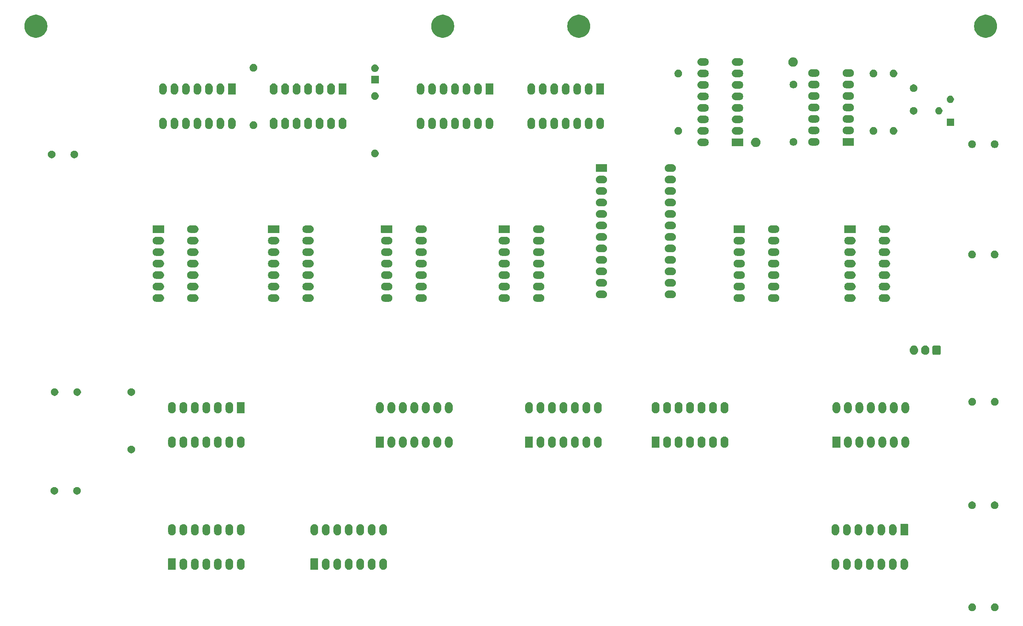
<source format=gbr>
G04 #@! TF.GenerationSoftware,KiCad,Pcbnew,9.0.1*
G04 #@! TF.CreationDate,2025-07-20T15:05:16+10:00*
G04 #@! TF.ProjectId,educ 8 timing ,65647563-2038-4207-9469-6d696e67202e,rev?*
G04 #@! TF.SameCoordinates,Original*
G04 #@! TF.FileFunction,Soldermask,Top*
G04 #@! TF.FilePolarity,Negative*
%FSLAX46Y46*%
G04 Gerber Fmt 4.6, Leading zero omitted, Abs format (unit mm)*
G04 Created by KiCad (PCBNEW 9.0.1) date 2025-07-20 15:05:16*
%MOMM*%
%LPD*%
G01*
G04 APERTURE LIST*
G04 APERTURE END LIST*
G36*
X232276032Y-152855644D02*
G01*
X232430159Y-152919485D01*
X232568869Y-153012168D01*
X232686832Y-153130131D01*
X232779515Y-153268841D01*
X232843356Y-153422968D01*
X232875902Y-153586587D01*
X232875902Y-153753413D01*
X232843356Y-153917032D01*
X232779515Y-154071159D01*
X232686832Y-154209869D01*
X232568869Y-154327832D01*
X232430159Y-154420515D01*
X232276032Y-154484356D01*
X232112413Y-154516902D01*
X231945587Y-154516902D01*
X231781968Y-154484356D01*
X231627841Y-154420515D01*
X231489131Y-154327832D01*
X231371168Y-154209869D01*
X231278485Y-154071159D01*
X231214644Y-153917032D01*
X231182098Y-153753413D01*
X231182098Y-153586587D01*
X231214644Y-153422968D01*
X231278485Y-153268841D01*
X231371168Y-153130131D01*
X231489131Y-153012168D01*
X231627841Y-152919485D01*
X231781968Y-152855644D01*
X231945587Y-152823098D01*
X232112413Y-152823098D01*
X232276032Y-152855644D01*
G37*
G36*
X237276032Y-152855644D02*
G01*
X237430159Y-152919485D01*
X237568869Y-153012168D01*
X237686832Y-153130131D01*
X237779515Y-153268841D01*
X237843356Y-153422968D01*
X237875902Y-153586587D01*
X237875902Y-153753413D01*
X237843356Y-153917032D01*
X237779515Y-154071159D01*
X237686832Y-154209869D01*
X237568869Y-154327832D01*
X237430159Y-154420515D01*
X237276032Y-154484356D01*
X237112413Y-154516902D01*
X236945587Y-154516902D01*
X236781968Y-154484356D01*
X236627841Y-154420515D01*
X236489131Y-154327832D01*
X236371168Y-154209869D01*
X236278485Y-154071159D01*
X236214644Y-153917032D01*
X236182098Y-153753413D01*
X236182098Y-153586587D01*
X236214644Y-153422968D01*
X236278485Y-153268841D01*
X236371168Y-153130131D01*
X236489131Y-153012168D01*
X236627841Y-152919485D01*
X236781968Y-152855644D01*
X236945587Y-152823098D01*
X237112413Y-152823098D01*
X237276032Y-152855644D01*
G37*
G36*
X55819517Y-142872882D02*
G01*
X55836062Y-142883938D01*
X55847118Y-142900483D01*
X55851000Y-142920000D01*
X55851000Y-145320000D01*
X55847118Y-145339517D01*
X55836062Y-145356062D01*
X55819517Y-145367118D01*
X55800000Y-145371000D01*
X54200000Y-145371000D01*
X54180483Y-145367118D01*
X54163938Y-145356062D01*
X54152882Y-145339517D01*
X54149000Y-145320000D01*
X54149000Y-142920000D01*
X54152882Y-142900483D01*
X54163938Y-142883938D01*
X54180483Y-142872882D01*
X54200000Y-142869000D01*
X55800000Y-142869000D01*
X55819517Y-142872882D01*
G37*
G36*
X87319517Y-142872882D02*
G01*
X87336062Y-142883938D01*
X87347118Y-142900483D01*
X87351000Y-142920000D01*
X87351000Y-145320000D01*
X87347118Y-145339517D01*
X87336062Y-145356062D01*
X87319517Y-145367118D01*
X87300000Y-145371000D01*
X85700000Y-145371000D01*
X85680483Y-145367118D01*
X85663938Y-145356062D01*
X85652882Y-145339517D01*
X85649000Y-145320000D01*
X85649000Y-142920000D01*
X85652882Y-142900483D01*
X85663938Y-142883938D01*
X85680483Y-142872882D01*
X85700000Y-142869000D01*
X87300000Y-142869000D01*
X87319517Y-142872882D01*
G37*
G36*
X57787032Y-142905644D02*
G01*
X57941159Y-142969485D01*
X58079869Y-143062168D01*
X58197832Y-143180131D01*
X58290515Y-143318841D01*
X58354356Y-143472968D01*
X58386902Y-143636587D01*
X58391000Y-143720000D01*
X58391000Y-144520000D01*
X58386902Y-144603413D01*
X58354356Y-144767032D01*
X58290515Y-144921159D01*
X58197832Y-145059869D01*
X58079869Y-145177832D01*
X57941159Y-145270515D01*
X57787032Y-145334356D01*
X57623413Y-145366902D01*
X57456587Y-145366902D01*
X57292968Y-145334356D01*
X57138841Y-145270515D01*
X57000131Y-145177832D01*
X56882168Y-145059869D01*
X56789485Y-144921159D01*
X56725644Y-144767032D01*
X56693098Y-144603413D01*
X56689000Y-144520000D01*
X56689000Y-143720000D01*
X56693098Y-143636587D01*
X56725644Y-143472968D01*
X56789485Y-143318841D01*
X56882168Y-143180131D01*
X57000131Y-143062168D01*
X57138841Y-142969485D01*
X57292968Y-142905644D01*
X57456587Y-142873098D01*
X57623413Y-142873098D01*
X57787032Y-142905644D01*
G37*
G36*
X60327032Y-142905644D02*
G01*
X60481159Y-142969485D01*
X60619869Y-143062168D01*
X60737832Y-143180131D01*
X60830515Y-143318841D01*
X60894356Y-143472968D01*
X60926902Y-143636587D01*
X60931000Y-143720000D01*
X60931000Y-144520000D01*
X60926902Y-144603413D01*
X60894356Y-144767032D01*
X60830515Y-144921159D01*
X60737832Y-145059869D01*
X60619869Y-145177832D01*
X60481159Y-145270515D01*
X60327032Y-145334356D01*
X60163413Y-145366902D01*
X59996587Y-145366902D01*
X59832968Y-145334356D01*
X59678841Y-145270515D01*
X59540131Y-145177832D01*
X59422168Y-145059869D01*
X59329485Y-144921159D01*
X59265644Y-144767032D01*
X59233098Y-144603413D01*
X59229000Y-144520000D01*
X59229000Y-143720000D01*
X59233098Y-143636587D01*
X59265644Y-143472968D01*
X59329485Y-143318841D01*
X59422168Y-143180131D01*
X59540131Y-143062168D01*
X59678841Y-142969485D01*
X59832968Y-142905644D01*
X59996587Y-142873098D01*
X60163413Y-142873098D01*
X60327032Y-142905644D01*
G37*
G36*
X62867032Y-142905644D02*
G01*
X63021159Y-142969485D01*
X63159869Y-143062168D01*
X63277832Y-143180131D01*
X63370515Y-143318841D01*
X63434356Y-143472968D01*
X63466902Y-143636587D01*
X63471000Y-143720000D01*
X63471000Y-144520000D01*
X63466902Y-144603413D01*
X63434356Y-144767032D01*
X63370515Y-144921159D01*
X63277832Y-145059869D01*
X63159869Y-145177832D01*
X63021159Y-145270515D01*
X62867032Y-145334356D01*
X62703413Y-145366902D01*
X62536587Y-145366902D01*
X62372968Y-145334356D01*
X62218841Y-145270515D01*
X62080131Y-145177832D01*
X61962168Y-145059869D01*
X61869485Y-144921159D01*
X61805644Y-144767032D01*
X61773098Y-144603413D01*
X61769000Y-144520000D01*
X61769000Y-143720000D01*
X61773098Y-143636587D01*
X61805644Y-143472968D01*
X61869485Y-143318841D01*
X61962168Y-143180131D01*
X62080131Y-143062168D01*
X62218841Y-142969485D01*
X62372968Y-142905644D01*
X62536587Y-142873098D01*
X62703413Y-142873098D01*
X62867032Y-142905644D01*
G37*
G36*
X65407032Y-142905644D02*
G01*
X65561159Y-142969485D01*
X65699869Y-143062168D01*
X65817832Y-143180131D01*
X65910515Y-143318841D01*
X65974356Y-143472968D01*
X66006902Y-143636587D01*
X66011000Y-143720000D01*
X66011000Y-144520000D01*
X66006902Y-144603413D01*
X65974356Y-144767032D01*
X65910515Y-144921159D01*
X65817832Y-145059869D01*
X65699869Y-145177832D01*
X65561159Y-145270515D01*
X65407032Y-145334356D01*
X65243413Y-145366902D01*
X65076587Y-145366902D01*
X64912968Y-145334356D01*
X64758841Y-145270515D01*
X64620131Y-145177832D01*
X64502168Y-145059869D01*
X64409485Y-144921159D01*
X64345644Y-144767032D01*
X64313098Y-144603413D01*
X64309000Y-144520000D01*
X64309000Y-143720000D01*
X64313098Y-143636587D01*
X64345644Y-143472968D01*
X64409485Y-143318841D01*
X64502168Y-143180131D01*
X64620131Y-143062168D01*
X64758841Y-142969485D01*
X64912968Y-142905644D01*
X65076587Y-142873098D01*
X65243413Y-142873098D01*
X65407032Y-142905644D01*
G37*
G36*
X67947032Y-142905644D02*
G01*
X68101159Y-142969485D01*
X68239869Y-143062168D01*
X68357832Y-143180131D01*
X68450515Y-143318841D01*
X68514356Y-143472968D01*
X68546902Y-143636587D01*
X68551000Y-143720000D01*
X68551000Y-144520000D01*
X68546902Y-144603413D01*
X68514356Y-144767032D01*
X68450515Y-144921159D01*
X68357832Y-145059869D01*
X68239869Y-145177832D01*
X68101159Y-145270515D01*
X67947032Y-145334356D01*
X67783413Y-145366902D01*
X67616587Y-145366902D01*
X67452968Y-145334356D01*
X67298841Y-145270515D01*
X67160131Y-145177832D01*
X67042168Y-145059869D01*
X66949485Y-144921159D01*
X66885644Y-144767032D01*
X66853098Y-144603413D01*
X66849000Y-144520000D01*
X66849000Y-143720000D01*
X66853098Y-143636587D01*
X66885644Y-143472968D01*
X66949485Y-143318841D01*
X67042168Y-143180131D01*
X67160131Y-143062168D01*
X67298841Y-142969485D01*
X67452968Y-142905644D01*
X67616587Y-142873098D01*
X67783413Y-142873098D01*
X67947032Y-142905644D01*
G37*
G36*
X70487032Y-142905644D02*
G01*
X70641159Y-142969485D01*
X70779869Y-143062168D01*
X70897832Y-143180131D01*
X70990515Y-143318841D01*
X71054356Y-143472968D01*
X71086902Y-143636587D01*
X71091000Y-143720000D01*
X71091000Y-144520000D01*
X71086902Y-144603413D01*
X71054356Y-144767032D01*
X70990515Y-144921159D01*
X70897832Y-145059869D01*
X70779869Y-145177832D01*
X70641159Y-145270515D01*
X70487032Y-145334356D01*
X70323413Y-145366902D01*
X70156587Y-145366902D01*
X69992968Y-145334356D01*
X69838841Y-145270515D01*
X69700131Y-145177832D01*
X69582168Y-145059869D01*
X69489485Y-144921159D01*
X69425644Y-144767032D01*
X69393098Y-144603413D01*
X69389000Y-144520000D01*
X69389000Y-143720000D01*
X69393098Y-143636587D01*
X69425644Y-143472968D01*
X69489485Y-143318841D01*
X69582168Y-143180131D01*
X69700131Y-143062168D01*
X69838841Y-142969485D01*
X69992968Y-142905644D01*
X70156587Y-142873098D01*
X70323413Y-142873098D01*
X70487032Y-142905644D01*
G37*
G36*
X89287032Y-142905644D02*
G01*
X89441159Y-142969485D01*
X89579869Y-143062168D01*
X89697832Y-143180131D01*
X89790515Y-143318841D01*
X89854356Y-143472968D01*
X89886902Y-143636587D01*
X89891000Y-143720000D01*
X89891000Y-144520000D01*
X89886902Y-144603413D01*
X89854356Y-144767032D01*
X89790515Y-144921159D01*
X89697832Y-145059869D01*
X89579869Y-145177832D01*
X89441159Y-145270515D01*
X89287032Y-145334356D01*
X89123413Y-145366902D01*
X88956587Y-145366902D01*
X88792968Y-145334356D01*
X88638841Y-145270515D01*
X88500131Y-145177832D01*
X88382168Y-145059869D01*
X88289485Y-144921159D01*
X88225644Y-144767032D01*
X88193098Y-144603413D01*
X88189000Y-144520000D01*
X88189000Y-143720000D01*
X88193098Y-143636587D01*
X88225644Y-143472968D01*
X88289485Y-143318841D01*
X88382168Y-143180131D01*
X88500131Y-143062168D01*
X88638841Y-142969485D01*
X88792968Y-142905644D01*
X88956587Y-142873098D01*
X89123413Y-142873098D01*
X89287032Y-142905644D01*
G37*
G36*
X91827032Y-142905644D02*
G01*
X91981159Y-142969485D01*
X92119869Y-143062168D01*
X92237832Y-143180131D01*
X92330515Y-143318841D01*
X92394356Y-143472968D01*
X92426902Y-143636587D01*
X92431000Y-143720000D01*
X92431000Y-144520000D01*
X92426902Y-144603413D01*
X92394356Y-144767032D01*
X92330515Y-144921159D01*
X92237832Y-145059869D01*
X92119869Y-145177832D01*
X91981159Y-145270515D01*
X91827032Y-145334356D01*
X91663413Y-145366902D01*
X91496587Y-145366902D01*
X91332968Y-145334356D01*
X91178841Y-145270515D01*
X91040131Y-145177832D01*
X90922168Y-145059869D01*
X90829485Y-144921159D01*
X90765644Y-144767032D01*
X90733098Y-144603413D01*
X90729000Y-144520000D01*
X90729000Y-143720000D01*
X90733098Y-143636587D01*
X90765644Y-143472968D01*
X90829485Y-143318841D01*
X90922168Y-143180131D01*
X91040131Y-143062168D01*
X91178841Y-142969485D01*
X91332968Y-142905644D01*
X91496587Y-142873098D01*
X91663413Y-142873098D01*
X91827032Y-142905644D01*
G37*
G36*
X94367032Y-142905644D02*
G01*
X94521159Y-142969485D01*
X94659869Y-143062168D01*
X94777832Y-143180131D01*
X94870515Y-143318841D01*
X94934356Y-143472968D01*
X94966902Y-143636587D01*
X94971000Y-143720000D01*
X94971000Y-144520000D01*
X94966902Y-144603413D01*
X94934356Y-144767032D01*
X94870515Y-144921159D01*
X94777832Y-145059869D01*
X94659869Y-145177832D01*
X94521159Y-145270515D01*
X94367032Y-145334356D01*
X94203413Y-145366902D01*
X94036587Y-145366902D01*
X93872968Y-145334356D01*
X93718841Y-145270515D01*
X93580131Y-145177832D01*
X93462168Y-145059869D01*
X93369485Y-144921159D01*
X93305644Y-144767032D01*
X93273098Y-144603413D01*
X93269000Y-144520000D01*
X93269000Y-143720000D01*
X93273098Y-143636587D01*
X93305644Y-143472968D01*
X93369485Y-143318841D01*
X93462168Y-143180131D01*
X93580131Y-143062168D01*
X93718841Y-142969485D01*
X93872968Y-142905644D01*
X94036587Y-142873098D01*
X94203413Y-142873098D01*
X94367032Y-142905644D01*
G37*
G36*
X96907032Y-142905644D02*
G01*
X97061159Y-142969485D01*
X97199869Y-143062168D01*
X97317832Y-143180131D01*
X97410515Y-143318841D01*
X97474356Y-143472968D01*
X97506902Y-143636587D01*
X97511000Y-143720000D01*
X97511000Y-144520000D01*
X97506902Y-144603413D01*
X97474356Y-144767032D01*
X97410515Y-144921159D01*
X97317832Y-145059869D01*
X97199869Y-145177832D01*
X97061159Y-145270515D01*
X96907032Y-145334356D01*
X96743413Y-145366902D01*
X96576587Y-145366902D01*
X96412968Y-145334356D01*
X96258841Y-145270515D01*
X96120131Y-145177832D01*
X96002168Y-145059869D01*
X95909485Y-144921159D01*
X95845644Y-144767032D01*
X95813098Y-144603413D01*
X95809000Y-144520000D01*
X95809000Y-143720000D01*
X95813098Y-143636587D01*
X95845644Y-143472968D01*
X95909485Y-143318841D01*
X96002168Y-143180131D01*
X96120131Y-143062168D01*
X96258841Y-142969485D01*
X96412968Y-142905644D01*
X96576587Y-142873098D01*
X96743413Y-142873098D01*
X96907032Y-142905644D01*
G37*
G36*
X99447032Y-142905644D02*
G01*
X99601159Y-142969485D01*
X99739869Y-143062168D01*
X99857832Y-143180131D01*
X99950515Y-143318841D01*
X100014356Y-143472968D01*
X100046902Y-143636587D01*
X100051000Y-143720000D01*
X100051000Y-144520000D01*
X100046902Y-144603413D01*
X100014356Y-144767032D01*
X99950515Y-144921159D01*
X99857832Y-145059869D01*
X99739869Y-145177832D01*
X99601159Y-145270515D01*
X99447032Y-145334356D01*
X99283413Y-145366902D01*
X99116587Y-145366902D01*
X98952968Y-145334356D01*
X98798841Y-145270515D01*
X98660131Y-145177832D01*
X98542168Y-145059869D01*
X98449485Y-144921159D01*
X98385644Y-144767032D01*
X98353098Y-144603413D01*
X98349000Y-144520000D01*
X98349000Y-143720000D01*
X98353098Y-143636587D01*
X98385644Y-143472968D01*
X98449485Y-143318841D01*
X98542168Y-143180131D01*
X98660131Y-143062168D01*
X98798841Y-142969485D01*
X98952968Y-142905644D01*
X99116587Y-142873098D01*
X99283413Y-142873098D01*
X99447032Y-142905644D01*
G37*
G36*
X101987032Y-142905644D02*
G01*
X102141159Y-142969485D01*
X102279869Y-143062168D01*
X102397832Y-143180131D01*
X102490515Y-143318841D01*
X102554356Y-143472968D01*
X102586902Y-143636587D01*
X102591000Y-143720000D01*
X102591000Y-144520000D01*
X102586902Y-144603413D01*
X102554356Y-144767032D01*
X102490515Y-144921159D01*
X102397832Y-145059869D01*
X102279869Y-145177832D01*
X102141159Y-145270515D01*
X101987032Y-145334356D01*
X101823413Y-145366902D01*
X101656587Y-145366902D01*
X101492968Y-145334356D01*
X101338841Y-145270515D01*
X101200131Y-145177832D01*
X101082168Y-145059869D01*
X100989485Y-144921159D01*
X100925644Y-144767032D01*
X100893098Y-144603413D01*
X100889000Y-144520000D01*
X100889000Y-143720000D01*
X100893098Y-143636587D01*
X100925644Y-143472968D01*
X100989485Y-143318841D01*
X101082168Y-143180131D01*
X101200131Y-143062168D01*
X101338841Y-142969485D01*
X101492968Y-142905644D01*
X101656587Y-142873098D01*
X101823413Y-142873098D01*
X101987032Y-142905644D01*
G37*
G36*
X202007032Y-142905644D02*
G01*
X202161159Y-142969485D01*
X202299869Y-143062168D01*
X202417832Y-143180131D01*
X202510515Y-143318841D01*
X202574356Y-143472968D01*
X202606902Y-143636587D01*
X202611000Y-143720000D01*
X202611000Y-144520000D01*
X202606902Y-144603413D01*
X202574356Y-144767032D01*
X202510515Y-144921159D01*
X202417832Y-145059869D01*
X202299869Y-145177832D01*
X202161159Y-145270515D01*
X202007032Y-145334356D01*
X201843413Y-145366902D01*
X201676587Y-145366902D01*
X201512968Y-145334356D01*
X201358841Y-145270515D01*
X201220131Y-145177832D01*
X201102168Y-145059869D01*
X201009485Y-144921159D01*
X200945644Y-144767032D01*
X200913098Y-144603413D01*
X200909000Y-144520000D01*
X200909000Y-143720000D01*
X200913098Y-143636587D01*
X200945644Y-143472968D01*
X201009485Y-143318841D01*
X201102168Y-143180131D01*
X201220131Y-143062168D01*
X201358841Y-142969485D01*
X201512968Y-142905644D01*
X201676587Y-142873098D01*
X201843413Y-142873098D01*
X202007032Y-142905644D01*
G37*
G36*
X204547032Y-142905644D02*
G01*
X204701159Y-142969485D01*
X204839869Y-143062168D01*
X204957832Y-143180131D01*
X205050515Y-143318841D01*
X205114356Y-143472968D01*
X205146902Y-143636587D01*
X205151000Y-143720000D01*
X205151000Y-144520000D01*
X205146902Y-144603413D01*
X205114356Y-144767032D01*
X205050515Y-144921159D01*
X204957832Y-145059869D01*
X204839869Y-145177832D01*
X204701159Y-145270515D01*
X204547032Y-145334356D01*
X204383413Y-145366902D01*
X204216587Y-145366902D01*
X204052968Y-145334356D01*
X203898841Y-145270515D01*
X203760131Y-145177832D01*
X203642168Y-145059869D01*
X203549485Y-144921159D01*
X203485644Y-144767032D01*
X203453098Y-144603413D01*
X203449000Y-144520000D01*
X203449000Y-143720000D01*
X203453098Y-143636587D01*
X203485644Y-143472968D01*
X203549485Y-143318841D01*
X203642168Y-143180131D01*
X203760131Y-143062168D01*
X203898841Y-142969485D01*
X204052968Y-142905644D01*
X204216587Y-142873098D01*
X204383413Y-142873098D01*
X204547032Y-142905644D01*
G37*
G36*
X207087032Y-142905644D02*
G01*
X207241159Y-142969485D01*
X207379869Y-143062168D01*
X207497832Y-143180131D01*
X207590515Y-143318841D01*
X207654356Y-143472968D01*
X207686902Y-143636587D01*
X207691000Y-143720000D01*
X207691000Y-144520000D01*
X207686902Y-144603413D01*
X207654356Y-144767032D01*
X207590515Y-144921159D01*
X207497832Y-145059869D01*
X207379869Y-145177832D01*
X207241159Y-145270515D01*
X207087032Y-145334356D01*
X206923413Y-145366902D01*
X206756587Y-145366902D01*
X206592968Y-145334356D01*
X206438841Y-145270515D01*
X206300131Y-145177832D01*
X206182168Y-145059869D01*
X206089485Y-144921159D01*
X206025644Y-144767032D01*
X205993098Y-144603413D01*
X205989000Y-144520000D01*
X205989000Y-143720000D01*
X205993098Y-143636587D01*
X206025644Y-143472968D01*
X206089485Y-143318841D01*
X206182168Y-143180131D01*
X206300131Y-143062168D01*
X206438841Y-142969485D01*
X206592968Y-142905644D01*
X206756587Y-142873098D01*
X206923413Y-142873098D01*
X207087032Y-142905644D01*
G37*
G36*
X209627032Y-142905644D02*
G01*
X209781159Y-142969485D01*
X209919869Y-143062168D01*
X210037832Y-143180131D01*
X210130515Y-143318841D01*
X210194356Y-143472968D01*
X210226902Y-143636587D01*
X210231000Y-143720000D01*
X210231000Y-144520000D01*
X210226902Y-144603413D01*
X210194356Y-144767032D01*
X210130515Y-144921159D01*
X210037832Y-145059869D01*
X209919869Y-145177832D01*
X209781159Y-145270515D01*
X209627032Y-145334356D01*
X209463413Y-145366902D01*
X209296587Y-145366902D01*
X209132968Y-145334356D01*
X208978841Y-145270515D01*
X208840131Y-145177832D01*
X208722168Y-145059869D01*
X208629485Y-144921159D01*
X208565644Y-144767032D01*
X208533098Y-144603413D01*
X208529000Y-144520000D01*
X208529000Y-143720000D01*
X208533098Y-143636587D01*
X208565644Y-143472968D01*
X208629485Y-143318841D01*
X208722168Y-143180131D01*
X208840131Y-143062168D01*
X208978841Y-142969485D01*
X209132968Y-142905644D01*
X209296587Y-142873098D01*
X209463413Y-142873098D01*
X209627032Y-142905644D01*
G37*
G36*
X212167032Y-142905644D02*
G01*
X212321159Y-142969485D01*
X212459869Y-143062168D01*
X212577832Y-143180131D01*
X212670515Y-143318841D01*
X212734356Y-143472968D01*
X212766902Y-143636587D01*
X212771000Y-143720000D01*
X212771000Y-144520000D01*
X212766902Y-144603413D01*
X212734356Y-144767032D01*
X212670515Y-144921159D01*
X212577832Y-145059869D01*
X212459869Y-145177832D01*
X212321159Y-145270515D01*
X212167032Y-145334356D01*
X212003413Y-145366902D01*
X211836587Y-145366902D01*
X211672968Y-145334356D01*
X211518841Y-145270515D01*
X211380131Y-145177832D01*
X211262168Y-145059869D01*
X211169485Y-144921159D01*
X211105644Y-144767032D01*
X211073098Y-144603413D01*
X211069000Y-144520000D01*
X211069000Y-143720000D01*
X211073098Y-143636587D01*
X211105644Y-143472968D01*
X211169485Y-143318841D01*
X211262168Y-143180131D01*
X211380131Y-143062168D01*
X211518841Y-142969485D01*
X211672968Y-142905644D01*
X211836587Y-142873098D01*
X212003413Y-142873098D01*
X212167032Y-142905644D01*
G37*
G36*
X214707032Y-142905644D02*
G01*
X214861159Y-142969485D01*
X214999869Y-143062168D01*
X215117832Y-143180131D01*
X215210515Y-143318841D01*
X215274356Y-143472968D01*
X215306902Y-143636587D01*
X215311000Y-143720000D01*
X215311000Y-144520000D01*
X215306902Y-144603413D01*
X215274356Y-144767032D01*
X215210515Y-144921159D01*
X215117832Y-145059869D01*
X214999869Y-145177832D01*
X214861159Y-145270515D01*
X214707032Y-145334356D01*
X214543413Y-145366902D01*
X214376587Y-145366902D01*
X214212968Y-145334356D01*
X214058841Y-145270515D01*
X213920131Y-145177832D01*
X213802168Y-145059869D01*
X213709485Y-144921159D01*
X213645644Y-144767032D01*
X213613098Y-144603413D01*
X213609000Y-144520000D01*
X213609000Y-143720000D01*
X213613098Y-143636587D01*
X213645644Y-143472968D01*
X213709485Y-143318841D01*
X213802168Y-143180131D01*
X213920131Y-143062168D01*
X214058841Y-142969485D01*
X214212968Y-142905644D01*
X214376587Y-142873098D01*
X214543413Y-142873098D01*
X214707032Y-142905644D01*
G37*
G36*
X217247032Y-142905644D02*
G01*
X217401159Y-142969485D01*
X217539869Y-143062168D01*
X217657832Y-143180131D01*
X217750515Y-143318841D01*
X217814356Y-143472968D01*
X217846902Y-143636587D01*
X217851000Y-143720000D01*
X217851000Y-144520000D01*
X217846902Y-144603413D01*
X217814356Y-144767032D01*
X217750515Y-144921159D01*
X217657832Y-145059869D01*
X217539869Y-145177832D01*
X217401159Y-145270515D01*
X217247032Y-145334356D01*
X217083413Y-145366902D01*
X216916587Y-145366902D01*
X216752968Y-145334356D01*
X216598841Y-145270515D01*
X216460131Y-145177832D01*
X216342168Y-145059869D01*
X216249485Y-144921159D01*
X216185644Y-144767032D01*
X216153098Y-144603413D01*
X216149000Y-144520000D01*
X216149000Y-143720000D01*
X216153098Y-143636587D01*
X216185644Y-143472968D01*
X216249485Y-143318841D01*
X216342168Y-143180131D01*
X216460131Y-143062168D01*
X216598841Y-142969485D01*
X216752968Y-142905644D01*
X216916587Y-142873098D01*
X217083413Y-142873098D01*
X217247032Y-142905644D01*
G37*
G36*
X217819517Y-135252882D02*
G01*
X217836062Y-135263938D01*
X217847118Y-135280483D01*
X217851000Y-135300000D01*
X217851000Y-137700000D01*
X217847118Y-137719517D01*
X217836062Y-137736062D01*
X217819517Y-137747118D01*
X217800000Y-137751000D01*
X216200000Y-137751000D01*
X216180483Y-137747118D01*
X216163938Y-137736062D01*
X216152882Y-137719517D01*
X216149000Y-137700000D01*
X216149000Y-135300000D01*
X216152882Y-135280483D01*
X216163938Y-135263938D01*
X216180483Y-135252882D01*
X216200000Y-135249000D01*
X217800000Y-135249000D01*
X217819517Y-135252882D01*
G37*
G36*
X55247032Y-135285644D02*
G01*
X55401159Y-135349485D01*
X55539869Y-135442168D01*
X55657832Y-135560131D01*
X55750515Y-135698841D01*
X55814356Y-135852968D01*
X55846902Y-136016587D01*
X55851000Y-136100000D01*
X55851000Y-136900000D01*
X55846902Y-136983413D01*
X55814356Y-137147032D01*
X55750515Y-137301159D01*
X55657832Y-137439869D01*
X55539869Y-137557832D01*
X55401159Y-137650515D01*
X55247032Y-137714356D01*
X55083413Y-137746902D01*
X54916587Y-137746902D01*
X54752968Y-137714356D01*
X54598841Y-137650515D01*
X54460131Y-137557832D01*
X54342168Y-137439869D01*
X54249485Y-137301159D01*
X54185644Y-137147032D01*
X54153098Y-136983413D01*
X54149000Y-136900000D01*
X54149000Y-136100000D01*
X54153098Y-136016587D01*
X54185644Y-135852968D01*
X54249485Y-135698841D01*
X54342168Y-135560131D01*
X54460131Y-135442168D01*
X54598841Y-135349485D01*
X54752968Y-135285644D01*
X54916587Y-135253098D01*
X55083413Y-135253098D01*
X55247032Y-135285644D01*
G37*
G36*
X57787032Y-135285644D02*
G01*
X57941159Y-135349485D01*
X58079869Y-135442168D01*
X58197832Y-135560131D01*
X58290515Y-135698841D01*
X58354356Y-135852968D01*
X58386902Y-136016587D01*
X58391000Y-136100000D01*
X58391000Y-136900000D01*
X58386902Y-136983413D01*
X58354356Y-137147032D01*
X58290515Y-137301159D01*
X58197832Y-137439869D01*
X58079869Y-137557832D01*
X57941159Y-137650515D01*
X57787032Y-137714356D01*
X57623413Y-137746902D01*
X57456587Y-137746902D01*
X57292968Y-137714356D01*
X57138841Y-137650515D01*
X57000131Y-137557832D01*
X56882168Y-137439869D01*
X56789485Y-137301159D01*
X56725644Y-137147032D01*
X56693098Y-136983413D01*
X56689000Y-136900000D01*
X56689000Y-136100000D01*
X56693098Y-136016587D01*
X56725644Y-135852968D01*
X56789485Y-135698841D01*
X56882168Y-135560131D01*
X57000131Y-135442168D01*
X57138841Y-135349485D01*
X57292968Y-135285644D01*
X57456587Y-135253098D01*
X57623413Y-135253098D01*
X57787032Y-135285644D01*
G37*
G36*
X60327032Y-135285644D02*
G01*
X60481159Y-135349485D01*
X60619869Y-135442168D01*
X60737832Y-135560131D01*
X60830515Y-135698841D01*
X60894356Y-135852968D01*
X60926902Y-136016587D01*
X60931000Y-136100000D01*
X60931000Y-136900000D01*
X60926902Y-136983413D01*
X60894356Y-137147032D01*
X60830515Y-137301159D01*
X60737832Y-137439869D01*
X60619869Y-137557832D01*
X60481159Y-137650515D01*
X60327032Y-137714356D01*
X60163413Y-137746902D01*
X59996587Y-137746902D01*
X59832968Y-137714356D01*
X59678841Y-137650515D01*
X59540131Y-137557832D01*
X59422168Y-137439869D01*
X59329485Y-137301159D01*
X59265644Y-137147032D01*
X59233098Y-136983413D01*
X59229000Y-136900000D01*
X59229000Y-136100000D01*
X59233098Y-136016587D01*
X59265644Y-135852968D01*
X59329485Y-135698841D01*
X59422168Y-135560131D01*
X59540131Y-135442168D01*
X59678841Y-135349485D01*
X59832968Y-135285644D01*
X59996587Y-135253098D01*
X60163413Y-135253098D01*
X60327032Y-135285644D01*
G37*
G36*
X62867032Y-135285644D02*
G01*
X63021159Y-135349485D01*
X63159869Y-135442168D01*
X63277832Y-135560131D01*
X63370515Y-135698841D01*
X63434356Y-135852968D01*
X63466902Y-136016587D01*
X63471000Y-136100000D01*
X63471000Y-136900000D01*
X63466902Y-136983413D01*
X63434356Y-137147032D01*
X63370515Y-137301159D01*
X63277832Y-137439869D01*
X63159869Y-137557832D01*
X63021159Y-137650515D01*
X62867032Y-137714356D01*
X62703413Y-137746902D01*
X62536587Y-137746902D01*
X62372968Y-137714356D01*
X62218841Y-137650515D01*
X62080131Y-137557832D01*
X61962168Y-137439869D01*
X61869485Y-137301159D01*
X61805644Y-137147032D01*
X61773098Y-136983413D01*
X61769000Y-136900000D01*
X61769000Y-136100000D01*
X61773098Y-136016587D01*
X61805644Y-135852968D01*
X61869485Y-135698841D01*
X61962168Y-135560131D01*
X62080131Y-135442168D01*
X62218841Y-135349485D01*
X62372968Y-135285644D01*
X62536587Y-135253098D01*
X62703413Y-135253098D01*
X62867032Y-135285644D01*
G37*
G36*
X65407032Y-135285644D02*
G01*
X65561159Y-135349485D01*
X65699869Y-135442168D01*
X65817832Y-135560131D01*
X65910515Y-135698841D01*
X65974356Y-135852968D01*
X66006902Y-136016587D01*
X66011000Y-136100000D01*
X66011000Y-136900000D01*
X66006902Y-136983413D01*
X65974356Y-137147032D01*
X65910515Y-137301159D01*
X65817832Y-137439869D01*
X65699869Y-137557832D01*
X65561159Y-137650515D01*
X65407032Y-137714356D01*
X65243413Y-137746902D01*
X65076587Y-137746902D01*
X64912968Y-137714356D01*
X64758841Y-137650515D01*
X64620131Y-137557832D01*
X64502168Y-137439869D01*
X64409485Y-137301159D01*
X64345644Y-137147032D01*
X64313098Y-136983413D01*
X64309000Y-136900000D01*
X64309000Y-136100000D01*
X64313098Y-136016587D01*
X64345644Y-135852968D01*
X64409485Y-135698841D01*
X64502168Y-135560131D01*
X64620131Y-135442168D01*
X64758841Y-135349485D01*
X64912968Y-135285644D01*
X65076587Y-135253098D01*
X65243413Y-135253098D01*
X65407032Y-135285644D01*
G37*
G36*
X67947032Y-135285644D02*
G01*
X68101159Y-135349485D01*
X68239869Y-135442168D01*
X68357832Y-135560131D01*
X68450515Y-135698841D01*
X68514356Y-135852968D01*
X68546902Y-136016587D01*
X68551000Y-136100000D01*
X68551000Y-136900000D01*
X68546902Y-136983413D01*
X68514356Y-137147032D01*
X68450515Y-137301159D01*
X68357832Y-137439869D01*
X68239869Y-137557832D01*
X68101159Y-137650515D01*
X67947032Y-137714356D01*
X67783413Y-137746902D01*
X67616587Y-137746902D01*
X67452968Y-137714356D01*
X67298841Y-137650515D01*
X67160131Y-137557832D01*
X67042168Y-137439869D01*
X66949485Y-137301159D01*
X66885644Y-137147032D01*
X66853098Y-136983413D01*
X66849000Y-136900000D01*
X66849000Y-136100000D01*
X66853098Y-136016587D01*
X66885644Y-135852968D01*
X66949485Y-135698841D01*
X67042168Y-135560131D01*
X67160131Y-135442168D01*
X67298841Y-135349485D01*
X67452968Y-135285644D01*
X67616587Y-135253098D01*
X67783413Y-135253098D01*
X67947032Y-135285644D01*
G37*
G36*
X70487032Y-135285644D02*
G01*
X70641159Y-135349485D01*
X70779869Y-135442168D01*
X70897832Y-135560131D01*
X70990515Y-135698841D01*
X71054356Y-135852968D01*
X71086902Y-136016587D01*
X71091000Y-136100000D01*
X71091000Y-136900000D01*
X71086902Y-136983413D01*
X71054356Y-137147032D01*
X70990515Y-137301159D01*
X70897832Y-137439869D01*
X70779869Y-137557832D01*
X70641159Y-137650515D01*
X70487032Y-137714356D01*
X70323413Y-137746902D01*
X70156587Y-137746902D01*
X69992968Y-137714356D01*
X69838841Y-137650515D01*
X69700131Y-137557832D01*
X69582168Y-137439869D01*
X69489485Y-137301159D01*
X69425644Y-137147032D01*
X69393098Y-136983413D01*
X69389000Y-136900000D01*
X69389000Y-136100000D01*
X69393098Y-136016587D01*
X69425644Y-135852968D01*
X69489485Y-135698841D01*
X69582168Y-135560131D01*
X69700131Y-135442168D01*
X69838841Y-135349485D01*
X69992968Y-135285644D01*
X70156587Y-135253098D01*
X70323413Y-135253098D01*
X70487032Y-135285644D01*
G37*
G36*
X86747032Y-135285644D02*
G01*
X86901159Y-135349485D01*
X87039869Y-135442168D01*
X87157832Y-135560131D01*
X87250515Y-135698841D01*
X87314356Y-135852968D01*
X87346902Y-136016587D01*
X87351000Y-136100000D01*
X87351000Y-136900000D01*
X87346902Y-136983413D01*
X87314356Y-137147032D01*
X87250515Y-137301159D01*
X87157832Y-137439869D01*
X87039869Y-137557832D01*
X86901159Y-137650515D01*
X86747032Y-137714356D01*
X86583413Y-137746902D01*
X86416587Y-137746902D01*
X86252968Y-137714356D01*
X86098841Y-137650515D01*
X85960131Y-137557832D01*
X85842168Y-137439869D01*
X85749485Y-137301159D01*
X85685644Y-137147032D01*
X85653098Y-136983413D01*
X85649000Y-136900000D01*
X85649000Y-136100000D01*
X85653098Y-136016587D01*
X85685644Y-135852968D01*
X85749485Y-135698841D01*
X85842168Y-135560131D01*
X85960131Y-135442168D01*
X86098841Y-135349485D01*
X86252968Y-135285644D01*
X86416587Y-135253098D01*
X86583413Y-135253098D01*
X86747032Y-135285644D01*
G37*
G36*
X89287032Y-135285644D02*
G01*
X89441159Y-135349485D01*
X89579869Y-135442168D01*
X89697832Y-135560131D01*
X89790515Y-135698841D01*
X89854356Y-135852968D01*
X89886902Y-136016587D01*
X89891000Y-136100000D01*
X89891000Y-136900000D01*
X89886902Y-136983413D01*
X89854356Y-137147032D01*
X89790515Y-137301159D01*
X89697832Y-137439869D01*
X89579869Y-137557832D01*
X89441159Y-137650515D01*
X89287032Y-137714356D01*
X89123413Y-137746902D01*
X88956587Y-137746902D01*
X88792968Y-137714356D01*
X88638841Y-137650515D01*
X88500131Y-137557832D01*
X88382168Y-137439869D01*
X88289485Y-137301159D01*
X88225644Y-137147032D01*
X88193098Y-136983413D01*
X88189000Y-136900000D01*
X88189000Y-136100000D01*
X88193098Y-136016587D01*
X88225644Y-135852968D01*
X88289485Y-135698841D01*
X88382168Y-135560131D01*
X88500131Y-135442168D01*
X88638841Y-135349485D01*
X88792968Y-135285644D01*
X88956587Y-135253098D01*
X89123413Y-135253098D01*
X89287032Y-135285644D01*
G37*
G36*
X91827032Y-135285644D02*
G01*
X91981159Y-135349485D01*
X92119869Y-135442168D01*
X92237832Y-135560131D01*
X92330515Y-135698841D01*
X92394356Y-135852968D01*
X92426902Y-136016587D01*
X92431000Y-136100000D01*
X92431000Y-136900000D01*
X92426902Y-136983413D01*
X92394356Y-137147032D01*
X92330515Y-137301159D01*
X92237832Y-137439869D01*
X92119869Y-137557832D01*
X91981159Y-137650515D01*
X91827032Y-137714356D01*
X91663413Y-137746902D01*
X91496587Y-137746902D01*
X91332968Y-137714356D01*
X91178841Y-137650515D01*
X91040131Y-137557832D01*
X90922168Y-137439869D01*
X90829485Y-137301159D01*
X90765644Y-137147032D01*
X90733098Y-136983413D01*
X90729000Y-136900000D01*
X90729000Y-136100000D01*
X90733098Y-136016587D01*
X90765644Y-135852968D01*
X90829485Y-135698841D01*
X90922168Y-135560131D01*
X91040131Y-135442168D01*
X91178841Y-135349485D01*
X91332968Y-135285644D01*
X91496587Y-135253098D01*
X91663413Y-135253098D01*
X91827032Y-135285644D01*
G37*
G36*
X94367032Y-135285644D02*
G01*
X94521159Y-135349485D01*
X94659869Y-135442168D01*
X94777832Y-135560131D01*
X94870515Y-135698841D01*
X94934356Y-135852968D01*
X94966902Y-136016587D01*
X94971000Y-136100000D01*
X94971000Y-136900000D01*
X94966902Y-136983413D01*
X94934356Y-137147032D01*
X94870515Y-137301159D01*
X94777832Y-137439869D01*
X94659869Y-137557832D01*
X94521159Y-137650515D01*
X94367032Y-137714356D01*
X94203413Y-137746902D01*
X94036587Y-137746902D01*
X93872968Y-137714356D01*
X93718841Y-137650515D01*
X93580131Y-137557832D01*
X93462168Y-137439869D01*
X93369485Y-137301159D01*
X93305644Y-137147032D01*
X93273098Y-136983413D01*
X93269000Y-136900000D01*
X93269000Y-136100000D01*
X93273098Y-136016587D01*
X93305644Y-135852968D01*
X93369485Y-135698841D01*
X93462168Y-135560131D01*
X93580131Y-135442168D01*
X93718841Y-135349485D01*
X93872968Y-135285644D01*
X94036587Y-135253098D01*
X94203413Y-135253098D01*
X94367032Y-135285644D01*
G37*
G36*
X96907032Y-135285644D02*
G01*
X97061159Y-135349485D01*
X97199869Y-135442168D01*
X97317832Y-135560131D01*
X97410515Y-135698841D01*
X97474356Y-135852968D01*
X97506902Y-136016587D01*
X97511000Y-136100000D01*
X97511000Y-136900000D01*
X97506902Y-136983413D01*
X97474356Y-137147032D01*
X97410515Y-137301159D01*
X97317832Y-137439869D01*
X97199869Y-137557832D01*
X97061159Y-137650515D01*
X96907032Y-137714356D01*
X96743413Y-137746902D01*
X96576587Y-137746902D01*
X96412968Y-137714356D01*
X96258841Y-137650515D01*
X96120131Y-137557832D01*
X96002168Y-137439869D01*
X95909485Y-137301159D01*
X95845644Y-137147032D01*
X95813098Y-136983413D01*
X95809000Y-136900000D01*
X95809000Y-136100000D01*
X95813098Y-136016587D01*
X95845644Y-135852968D01*
X95909485Y-135698841D01*
X96002168Y-135560131D01*
X96120131Y-135442168D01*
X96258841Y-135349485D01*
X96412968Y-135285644D01*
X96576587Y-135253098D01*
X96743413Y-135253098D01*
X96907032Y-135285644D01*
G37*
G36*
X99447032Y-135285644D02*
G01*
X99601159Y-135349485D01*
X99739869Y-135442168D01*
X99857832Y-135560131D01*
X99950515Y-135698841D01*
X100014356Y-135852968D01*
X100046902Y-136016587D01*
X100051000Y-136100000D01*
X100051000Y-136900000D01*
X100046902Y-136983413D01*
X100014356Y-137147032D01*
X99950515Y-137301159D01*
X99857832Y-137439869D01*
X99739869Y-137557832D01*
X99601159Y-137650515D01*
X99447032Y-137714356D01*
X99283413Y-137746902D01*
X99116587Y-137746902D01*
X98952968Y-137714356D01*
X98798841Y-137650515D01*
X98660131Y-137557832D01*
X98542168Y-137439869D01*
X98449485Y-137301159D01*
X98385644Y-137147032D01*
X98353098Y-136983413D01*
X98349000Y-136900000D01*
X98349000Y-136100000D01*
X98353098Y-136016587D01*
X98385644Y-135852968D01*
X98449485Y-135698841D01*
X98542168Y-135560131D01*
X98660131Y-135442168D01*
X98798841Y-135349485D01*
X98952968Y-135285644D01*
X99116587Y-135253098D01*
X99283413Y-135253098D01*
X99447032Y-135285644D01*
G37*
G36*
X101987032Y-135285644D02*
G01*
X102141159Y-135349485D01*
X102279869Y-135442168D01*
X102397832Y-135560131D01*
X102490515Y-135698841D01*
X102554356Y-135852968D01*
X102586902Y-136016587D01*
X102591000Y-136100000D01*
X102591000Y-136900000D01*
X102586902Y-136983413D01*
X102554356Y-137147032D01*
X102490515Y-137301159D01*
X102397832Y-137439869D01*
X102279869Y-137557832D01*
X102141159Y-137650515D01*
X101987032Y-137714356D01*
X101823413Y-137746902D01*
X101656587Y-137746902D01*
X101492968Y-137714356D01*
X101338841Y-137650515D01*
X101200131Y-137557832D01*
X101082168Y-137439869D01*
X100989485Y-137301159D01*
X100925644Y-137147032D01*
X100893098Y-136983413D01*
X100889000Y-136900000D01*
X100889000Y-136100000D01*
X100893098Y-136016587D01*
X100925644Y-135852968D01*
X100989485Y-135698841D01*
X101082168Y-135560131D01*
X101200131Y-135442168D01*
X101338841Y-135349485D01*
X101492968Y-135285644D01*
X101656587Y-135253098D01*
X101823413Y-135253098D01*
X101987032Y-135285644D01*
G37*
G36*
X202007032Y-135285644D02*
G01*
X202161159Y-135349485D01*
X202299869Y-135442168D01*
X202417832Y-135560131D01*
X202510515Y-135698841D01*
X202574356Y-135852968D01*
X202606902Y-136016587D01*
X202611000Y-136100000D01*
X202611000Y-136900000D01*
X202606902Y-136983413D01*
X202574356Y-137147032D01*
X202510515Y-137301159D01*
X202417832Y-137439869D01*
X202299869Y-137557832D01*
X202161159Y-137650515D01*
X202007032Y-137714356D01*
X201843413Y-137746902D01*
X201676587Y-137746902D01*
X201512968Y-137714356D01*
X201358841Y-137650515D01*
X201220131Y-137557832D01*
X201102168Y-137439869D01*
X201009485Y-137301159D01*
X200945644Y-137147032D01*
X200913098Y-136983413D01*
X200909000Y-136900000D01*
X200909000Y-136100000D01*
X200913098Y-136016587D01*
X200945644Y-135852968D01*
X201009485Y-135698841D01*
X201102168Y-135560131D01*
X201220131Y-135442168D01*
X201358841Y-135349485D01*
X201512968Y-135285644D01*
X201676587Y-135253098D01*
X201843413Y-135253098D01*
X202007032Y-135285644D01*
G37*
G36*
X204547032Y-135285644D02*
G01*
X204701159Y-135349485D01*
X204839869Y-135442168D01*
X204957832Y-135560131D01*
X205050515Y-135698841D01*
X205114356Y-135852968D01*
X205146902Y-136016587D01*
X205151000Y-136100000D01*
X205151000Y-136900000D01*
X205146902Y-136983413D01*
X205114356Y-137147032D01*
X205050515Y-137301159D01*
X204957832Y-137439869D01*
X204839869Y-137557832D01*
X204701159Y-137650515D01*
X204547032Y-137714356D01*
X204383413Y-137746902D01*
X204216587Y-137746902D01*
X204052968Y-137714356D01*
X203898841Y-137650515D01*
X203760131Y-137557832D01*
X203642168Y-137439869D01*
X203549485Y-137301159D01*
X203485644Y-137147032D01*
X203453098Y-136983413D01*
X203449000Y-136900000D01*
X203449000Y-136100000D01*
X203453098Y-136016587D01*
X203485644Y-135852968D01*
X203549485Y-135698841D01*
X203642168Y-135560131D01*
X203760131Y-135442168D01*
X203898841Y-135349485D01*
X204052968Y-135285644D01*
X204216587Y-135253098D01*
X204383413Y-135253098D01*
X204547032Y-135285644D01*
G37*
G36*
X207087032Y-135285644D02*
G01*
X207241159Y-135349485D01*
X207379869Y-135442168D01*
X207497832Y-135560131D01*
X207590515Y-135698841D01*
X207654356Y-135852968D01*
X207686902Y-136016587D01*
X207691000Y-136100000D01*
X207691000Y-136900000D01*
X207686902Y-136983413D01*
X207654356Y-137147032D01*
X207590515Y-137301159D01*
X207497832Y-137439869D01*
X207379869Y-137557832D01*
X207241159Y-137650515D01*
X207087032Y-137714356D01*
X206923413Y-137746902D01*
X206756587Y-137746902D01*
X206592968Y-137714356D01*
X206438841Y-137650515D01*
X206300131Y-137557832D01*
X206182168Y-137439869D01*
X206089485Y-137301159D01*
X206025644Y-137147032D01*
X205993098Y-136983413D01*
X205989000Y-136900000D01*
X205989000Y-136100000D01*
X205993098Y-136016587D01*
X206025644Y-135852968D01*
X206089485Y-135698841D01*
X206182168Y-135560131D01*
X206300131Y-135442168D01*
X206438841Y-135349485D01*
X206592968Y-135285644D01*
X206756587Y-135253098D01*
X206923413Y-135253098D01*
X207087032Y-135285644D01*
G37*
G36*
X209627032Y-135285644D02*
G01*
X209781159Y-135349485D01*
X209919869Y-135442168D01*
X210037832Y-135560131D01*
X210130515Y-135698841D01*
X210194356Y-135852968D01*
X210226902Y-136016587D01*
X210231000Y-136100000D01*
X210231000Y-136900000D01*
X210226902Y-136983413D01*
X210194356Y-137147032D01*
X210130515Y-137301159D01*
X210037832Y-137439869D01*
X209919869Y-137557832D01*
X209781159Y-137650515D01*
X209627032Y-137714356D01*
X209463413Y-137746902D01*
X209296587Y-137746902D01*
X209132968Y-137714356D01*
X208978841Y-137650515D01*
X208840131Y-137557832D01*
X208722168Y-137439869D01*
X208629485Y-137301159D01*
X208565644Y-137147032D01*
X208533098Y-136983413D01*
X208529000Y-136900000D01*
X208529000Y-136100000D01*
X208533098Y-136016587D01*
X208565644Y-135852968D01*
X208629485Y-135698841D01*
X208722168Y-135560131D01*
X208840131Y-135442168D01*
X208978841Y-135349485D01*
X209132968Y-135285644D01*
X209296587Y-135253098D01*
X209463413Y-135253098D01*
X209627032Y-135285644D01*
G37*
G36*
X212167032Y-135285644D02*
G01*
X212321159Y-135349485D01*
X212459869Y-135442168D01*
X212577832Y-135560131D01*
X212670515Y-135698841D01*
X212734356Y-135852968D01*
X212766902Y-136016587D01*
X212771000Y-136100000D01*
X212771000Y-136900000D01*
X212766902Y-136983413D01*
X212734356Y-137147032D01*
X212670515Y-137301159D01*
X212577832Y-137439869D01*
X212459869Y-137557832D01*
X212321159Y-137650515D01*
X212167032Y-137714356D01*
X212003413Y-137746902D01*
X211836587Y-137746902D01*
X211672968Y-137714356D01*
X211518841Y-137650515D01*
X211380131Y-137557832D01*
X211262168Y-137439869D01*
X211169485Y-137301159D01*
X211105644Y-137147032D01*
X211073098Y-136983413D01*
X211069000Y-136900000D01*
X211069000Y-136100000D01*
X211073098Y-136016587D01*
X211105644Y-135852968D01*
X211169485Y-135698841D01*
X211262168Y-135560131D01*
X211380131Y-135442168D01*
X211518841Y-135349485D01*
X211672968Y-135285644D01*
X211836587Y-135253098D01*
X212003413Y-135253098D01*
X212167032Y-135285644D01*
G37*
G36*
X214707032Y-135285644D02*
G01*
X214861159Y-135349485D01*
X214999869Y-135442168D01*
X215117832Y-135560131D01*
X215210515Y-135698841D01*
X215274356Y-135852968D01*
X215306902Y-136016587D01*
X215311000Y-136100000D01*
X215311000Y-136900000D01*
X215306902Y-136983413D01*
X215274356Y-137147032D01*
X215210515Y-137301159D01*
X215117832Y-137439869D01*
X214999869Y-137557832D01*
X214861159Y-137650515D01*
X214707032Y-137714356D01*
X214543413Y-137746902D01*
X214376587Y-137746902D01*
X214212968Y-137714356D01*
X214058841Y-137650515D01*
X213920131Y-137557832D01*
X213802168Y-137439869D01*
X213709485Y-137301159D01*
X213645644Y-137147032D01*
X213613098Y-136983413D01*
X213609000Y-136900000D01*
X213609000Y-136100000D01*
X213613098Y-136016587D01*
X213645644Y-135852968D01*
X213709485Y-135698841D01*
X213802168Y-135560131D01*
X213920131Y-135442168D01*
X214058841Y-135349485D01*
X214212968Y-135285644D01*
X214376587Y-135253098D01*
X214543413Y-135253098D01*
X214707032Y-135285644D01*
G37*
G36*
X232247032Y-130285644D02*
G01*
X232401159Y-130349485D01*
X232539869Y-130442168D01*
X232657832Y-130560131D01*
X232750515Y-130698841D01*
X232814356Y-130852968D01*
X232846902Y-131016587D01*
X232846902Y-131183413D01*
X232814356Y-131347032D01*
X232750515Y-131501159D01*
X232657832Y-131639869D01*
X232539869Y-131757832D01*
X232401159Y-131850515D01*
X232247032Y-131914356D01*
X232083413Y-131946902D01*
X231916587Y-131946902D01*
X231752968Y-131914356D01*
X231598841Y-131850515D01*
X231460131Y-131757832D01*
X231342168Y-131639869D01*
X231249485Y-131501159D01*
X231185644Y-131347032D01*
X231153098Y-131183413D01*
X231153098Y-131016587D01*
X231185644Y-130852968D01*
X231249485Y-130698841D01*
X231342168Y-130560131D01*
X231460131Y-130442168D01*
X231598841Y-130349485D01*
X231752968Y-130285644D01*
X231916587Y-130253098D01*
X232083413Y-130253098D01*
X232247032Y-130285644D01*
G37*
G36*
X237247032Y-130285644D02*
G01*
X237401159Y-130349485D01*
X237539869Y-130442168D01*
X237657832Y-130560131D01*
X237750515Y-130698841D01*
X237814356Y-130852968D01*
X237846902Y-131016587D01*
X237846902Y-131183413D01*
X237814356Y-131347032D01*
X237750515Y-131501159D01*
X237657832Y-131639869D01*
X237539869Y-131757832D01*
X237401159Y-131850515D01*
X237247032Y-131914356D01*
X237083413Y-131946902D01*
X236916587Y-131946902D01*
X236752968Y-131914356D01*
X236598841Y-131850515D01*
X236460131Y-131757832D01*
X236342168Y-131639869D01*
X236249485Y-131501159D01*
X236185644Y-131347032D01*
X236153098Y-131183413D01*
X236153098Y-131016587D01*
X236185644Y-130852968D01*
X236249485Y-130698841D01*
X236342168Y-130560131D01*
X236460131Y-130442168D01*
X236598841Y-130349485D01*
X236752968Y-130285644D01*
X236916587Y-130253098D01*
X237083413Y-130253098D01*
X237247032Y-130285644D01*
G37*
G36*
X29243032Y-127074644D02*
G01*
X29397159Y-127138485D01*
X29535869Y-127231168D01*
X29653832Y-127349131D01*
X29746515Y-127487841D01*
X29810356Y-127641968D01*
X29842902Y-127805587D01*
X29842902Y-127972413D01*
X29810356Y-128136032D01*
X29746515Y-128290159D01*
X29653832Y-128428869D01*
X29535869Y-128546832D01*
X29397159Y-128639515D01*
X29243032Y-128703356D01*
X29079413Y-128735902D01*
X28912587Y-128735902D01*
X28748968Y-128703356D01*
X28594841Y-128639515D01*
X28456131Y-128546832D01*
X28338168Y-128428869D01*
X28245485Y-128290159D01*
X28181644Y-128136032D01*
X28149098Y-127972413D01*
X28149098Y-127805587D01*
X28181644Y-127641968D01*
X28245485Y-127487841D01*
X28338168Y-127349131D01*
X28456131Y-127231168D01*
X28594841Y-127138485D01*
X28748968Y-127074644D01*
X28912587Y-127042098D01*
X29079413Y-127042098D01*
X29243032Y-127074644D01*
G37*
G36*
X34243032Y-127074644D02*
G01*
X34397159Y-127138485D01*
X34535869Y-127231168D01*
X34653832Y-127349131D01*
X34746515Y-127487841D01*
X34810356Y-127641968D01*
X34842902Y-127805587D01*
X34842902Y-127972413D01*
X34810356Y-128136032D01*
X34746515Y-128290159D01*
X34653832Y-128428869D01*
X34535869Y-128546832D01*
X34397159Y-128639515D01*
X34243032Y-128703356D01*
X34079413Y-128735902D01*
X33912587Y-128735902D01*
X33748968Y-128703356D01*
X33594841Y-128639515D01*
X33456131Y-128546832D01*
X33338168Y-128428869D01*
X33245485Y-128290159D01*
X33181644Y-128136032D01*
X33149098Y-127972413D01*
X33149098Y-127805587D01*
X33181644Y-127641968D01*
X33245485Y-127487841D01*
X33338168Y-127349131D01*
X33456131Y-127231168D01*
X33594841Y-127138485D01*
X33748968Y-127074644D01*
X33912587Y-127042098D01*
X34079413Y-127042098D01*
X34243032Y-127074644D01*
G37*
G36*
X46247032Y-117930644D02*
G01*
X46401159Y-117994485D01*
X46539869Y-118087168D01*
X46657832Y-118205131D01*
X46750515Y-118343841D01*
X46814356Y-118497968D01*
X46846902Y-118661587D01*
X46846902Y-118828413D01*
X46814356Y-118992032D01*
X46750515Y-119146159D01*
X46657832Y-119284869D01*
X46539869Y-119402832D01*
X46401159Y-119495515D01*
X46247032Y-119559356D01*
X46083413Y-119591902D01*
X45916587Y-119591902D01*
X45752968Y-119559356D01*
X45598841Y-119495515D01*
X45460131Y-119402832D01*
X45342168Y-119284869D01*
X45249485Y-119146159D01*
X45185644Y-118992032D01*
X45153098Y-118828413D01*
X45153098Y-118661587D01*
X45185644Y-118497968D01*
X45249485Y-118343841D01*
X45342168Y-118205131D01*
X45460131Y-118087168D01*
X45598841Y-117994485D01*
X45752968Y-117930644D01*
X45916587Y-117898098D01*
X46083413Y-117898098D01*
X46247032Y-117930644D01*
G37*
G36*
X101819517Y-115872882D02*
G01*
X101836062Y-115883938D01*
X101847118Y-115900483D01*
X101851000Y-115920000D01*
X101851000Y-118320000D01*
X101847118Y-118339517D01*
X101836062Y-118356062D01*
X101819517Y-118367118D01*
X101800000Y-118371000D01*
X100200000Y-118371000D01*
X100180483Y-118367118D01*
X100163938Y-118356062D01*
X100152882Y-118339517D01*
X100149000Y-118320000D01*
X100149000Y-115920000D01*
X100152882Y-115900483D01*
X100163938Y-115883938D01*
X100180483Y-115872882D01*
X100200000Y-115869000D01*
X101800000Y-115869000D01*
X101819517Y-115872882D01*
G37*
G36*
X134819517Y-115872882D02*
G01*
X134836062Y-115883938D01*
X134847118Y-115900483D01*
X134851000Y-115920000D01*
X134851000Y-118320000D01*
X134847118Y-118339517D01*
X134836062Y-118356062D01*
X134819517Y-118367118D01*
X134800000Y-118371000D01*
X133200000Y-118371000D01*
X133180483Y-118367118D01*
X133163938Y-118356062D01*
X133152882Y-118339517D01*
X133149000Y-118320000D01*
X133149000Y-115920000D01*
X133152882Y-115900483D01*
X133163938Y-115883938D01*
X133180483Y-115872882D01*
X133200000Y-115869000D01*
X134800000Y-115869000D01*
X134819517Y-115872882D01*
G37*
G36*
X162819517Y-115872882D02*
G01*
X162836062Y-115883938D01*
X162847118Y-115900483D01*
X162851000Y-115920000D01*
X162851000Y-118320000D01*
X162847118Y-118339517D01*
X162836062Y-118356062D01*
X162819517Y-118367118D01*
X162800000Y-118371000D01*
X161200000Y-118371000D01*
X161180483Y-118367118D01*
X161163938Y-118356062D01*
X161152882Y-118339517D01*
X161149000Y-118320000D01*
X161149000Y-115920000D01*
X161152882Y-115900483D01*
X161163938Y-115883938D01*
X161180483Y-115872882D01*
X161200000Y-115869000D01*
X162800000Y-115869000D01*
X162819517Y-115872882D01*
G37*
G36*
X202819517Y-115872882D02*
G01*
X202836062Y-115883938D01*
X202847118Y-115900483D01*
X202851000Y-115920000D01*
X202851000Y-118320000D01*
X202847118Y-118339517D01*
X202836062Y-118356062D01*
X202819517Y-118367118D01*
X202800000Y-118371000D01*
X201200000Y-118371000D01*
X201180483Y-118367118D01*
X201163938Y-118356062D01*
X201152882Y-118339517D01*
X201149000Y-118320000D01*
X201149000Y-115920000D01*
X201152882Y-115900483D01*
X201163938Y-115883938D01*
X201180483Y-115872882D01*
X201200000Y-115869000D01*
X202800000Y-115869000D01*
X202819517Y-115872882D01*
G37*
G36*
X55247032Y-115905644D02*
G01*
X55401159Y-115969485D01*
X55539869Y-116062168D01*
X55657832Y-116180131D01*
X55750515Y-116318841D01*
X55814356Y-116472968D01*
X55846902Y-116636587D01*
X55851000Y-116720000D01*
X55851000Y-117520000D01*
X55846902Y-117603413D01*
X55814356Y-117767032D01*
X55750515Y-117921159D01*
X55657832Y-118059869D01*
X55539869Y-118177832D01*
X55401159Y-118270515D01*
X55247032Y-118334356D01*
X55083413Y-118366902D01*
X54916587Y-118366902D01*
X54752968Y-118334356D01*
X54598841Y-118270515D01*
X54460131Y-118177832D01*
X54342168Y-118059869D01*
X54249485Y-117921159D01*
X54185644Y-117767032D01*
X54153098Y-117603413D01*
X54149000Y-117520000D01*
X54149000Y-116720000D01*
X54153098Y-116636587D01*
X54185644Y-116472968D01*
X54249485Y-116318841D01*
X54342168Y-116180131D01*
X54460131Y-116062168D01*
X54598841Y-115969485D01*
X54752968Y-115905644D01*
X54916587Y-115873098D01*
X55083413Y-115873098D01*
X55247032Y-115905644D01*
G37*
G36*
X57787032Y-115905644D02*
G01*
X57941159Y-115969485D01*
X58079869Y-116062168D01*
X58197832Y-116180131D01*
X58290515Y-116318841D01*
X58354356Y-116472968D01*
X58386902Y-116636587D01*
X58391000Y-116720000D01*
X58391000Y-117520000D01*
X58386902Y-117603413D01*
X58354356Y-117767032D01*
X58290515Y-117921159D01*
X58197832Y-118059869D01*
X58079869Y-118177832D01*
X57941159Y-118270515D01*
X57787032Y-118334356D01*
X57623413Y-118366902D01*
X57456587Y-118366902D01*
X57292968Y-118334356D01*
X57138841Y-118270515D01*
X57000131Y-118177832D01*
X56882168Y-118059869D01*
X56789485Y-117921159D01*
X56725644Y-117767032D01*
X56693098Y-117603413D01*
X56689000Y-117520000D01*
X56689000Y-116720000D01*
X56693098Y-116636587D01*
X56725644Y-116472968D01*
X56789485Y-116318841D01*
X56882168Y-116180131D01*
X57000131Y-116062168D01*
X57138841Y-115969485D01*
X57292968Y-115905644D01*
X57456587Y-115873098D01*
X57623413Y-115873098D01*
X57787032Y-115905644D01*
G37*
G36*
X60327032Y-115905644D02*
G01*
X60481159Y-115969485D01*
X60619869Y-116062168D01*
X60737832Y-116180131D01*
X60830515Y-116318841D01*
X60894356Y-116472968D01*
X60926902Y-116636587D01*
X60931000Y-116720000D01*
X60931000Y-117520000D01*
X60926902Y-117603413D01*
X60894356Y-117767032D01*
X60830515Y-117921159D01*
X60737832Y-118059869D01*
X60619869Y-118177832D01*
X60481159Y-118270515D01*
X60327032Y-118334356D01*
X60163413Y-118366902D01*
X59996587Y-118366902D01*
X59832968Y-118334356D01*
X59678841Y-118270515D01*
X59540131Y-118177832D01*
X59422168Y-118059869D01*
X59329485Y-117921159D01*
X59265644Y-117767032D01*
X59233098Y-117603413D01*
X59229000Y-117520000D01*
X59229000Y-116720000D01*
X59233098Y-116636587D01*
X59265644Y-116472968D01*
X59329485Y-116318841D01*
X59422168Y-116180131D01*
X59540131Y-116062168D01*
X59678841Y-115969485D01*
X59832968Y-115905644D01*
X59996587Y-115873098D01*
X60163413Y-115873098D01*
X60327032Y-115905644D01*
G37*
G36*
X62867032Y-115905644D02*
G01*
X63021159Y-115969485D01*
X63159869Y-116062168D01*
X63277832Y-116180131D01*
X63370515Y-116318841D01*
X63434356Y-116472968D01*
X63466902Y-116636587D01*
X63471000Y-116720000D01*
X63471000Y-117520000D01*
X63466902Y-117603413D01*
X63434356Y-117767032D01*
X63370515Y-117921159D01*
X63277832Y-118059869D01*
X63159869Y-118177832D01*
X63021159Y-118270515D01*
X62867032Y-118334356D01*
X62703413Y-118366902D01*
X62536587Y-118366902D01*
X62372968Y-118334356D01*
X62218841Y-118270515D01*
X62080131Y-118177832D01*
X61962168Y-118059869D01*
X61869485Y-117921159D01*
X61805644Y-117767032D01*
X61773098Y-117603413D01*
X61769000Y-117520000D01*
X61769000Y-116720000D01*
X61773098Y-116636587D01*
X61805644Y-116472968D01*
X61869485Y-116318841D01*
X61962168Y-116180131D01*
X62080131Y-116062168D01*
X62218841Y-115969485D01*
X62372968Y-115905644D01*
X62536587Y-115873098D01*
X62703413Y-115873098D01*
X62867032Y-115905644D01*
G37*
G36*
X65407032Y-115905644D02*
G01*
X65561159Y-115969485D01*
X65699869Y-116062168D01*
X65817832Y-116180131D01*
X65910515Y-116318841D01*
X65974356Y-116472968D01*
X66006902Y-116636587D01*
X66011000Y-116720000D01*
X66011000Y-117520000D01*
X66006902Y-117603413D01*
X65974356Y-117767032D01*
X65910515Y-117921159D01*
X65817832Y-118059869D01*
X65699869Y-118177832D01*
X65561159Y-118270515D01*
X65407032Y-118334356D01*
X65243413Y-118366902D01*
X65076587Y-118366902D01*
X64912968Y-118334356D01*
X64758841Y-118270515D01*
X64620131Y-118177832D01*
X64502168Y-118059869D01*
X64409485Y-117921159D01*
X64345644Y-117767032D01*
X64313098Y-117603413D01*
X64309000Y-117520000D01*
X64309000Y-116720000D01*
X64313098Y-116636587D01*
X64345644Y-116472968D01*
X64409485Y-116318841D01*
X64502168Y-116180131D01*
X64620131Y-116062168D01*
X64758841Y-115969485D01*
X64912968Y-115905644D01*
X65076587Y-115873098D01*
X65243413Y-115873098D01*
X65407032Y-115905644D01*
G37*
G36*
X67947032Y-115905644D02*
G01*
X68101159Y-115969485D01*
X68239869Y-116062168D01*
X68357832Y-116180131D01*
X68450515Y-116318841D01*
X68514356Y-116472968D01*
X68546902Y-116636587D01*
X68551000Y-116720000D01*
X68551000Y-117520000D01*
X68546902Y-117603413D01*
X68514356Y-117767032D01*
X68450515Y-117921159D01*
X68357832Y-118059869D01*
X68239869Y-118177832D01*
X68101159Y-118270515D01*
X67947032Y-118334356D01*
X67783413Y-118366902D01*
X67616587Y-118366902D01*
X67452968Y-118334356D01*
X67298841Y-118270515D01*
X67160131Y-118177832D01*
X67042168Y-118059869D01*
X66949485Y-117921159D01*
X66885644Y-117767032D01*
X66853098Y-117603413D01*
X66849000Y-117520000D01*
X66849000Y-116720000D01*
X66853098Y-116636587D01*
X66885644Y-116472968D01*
X66949485Y-116318841D01*
X67042168Y-116180131D01*
X67160131Y-116062168D01*
X67298841Y-115969485D01*
X67452968Y-115905644D01*
X67616587Y-115873098D01*
X67783413Y-115873098D01*
X67947032Y-115905644D01*
G37*
G36*
X70487032Y-115905644D02*
G01*
X70641159Y-115969485D01*
X70779869Y-116062168D01*
X70897832Y-116180131D01*
X70990515Y-116318841D01*
X71054356Y-116472968D01*
X71086902Y-116636587D01*
X71091000Y-116720000D01*
X71091000Y-117520000D01*
X71086902Y-117603413D01*
X71054356Y-117767032D01*
X70990515Y-117921159D01*
X70897832Y-118059869D01*
X70779869Y-118177832D01*
X70641159Y-118270515D01*
X70487032Y-118334356D01*
X70323413Y-118366902D01*
X70156587Y-118366902D01*
X69992968Y-118334356D01*
X69838841Y-118270515D01*
X69700131Y-118177832D01*
X69582168Y-118059869D01*
X69489485Y-117921159D01*
X69425644Y-117767032D01*
X69393098Y-117603413D01*
X69389000Y-117520000D01*
X69389000Y-116720000D01*
X69393098Y-116636587D01*
X69425644Y-116472968D01*
X69489485Y-116318841D01*
X69582168Y-116180131D01*
X69700131Y-116062168D01*
X69838841Y-115969485D01*
X69992968Y-115905644D01*
X70156587Y-115873098D01*
X70323413Y-115873098D01*
X70487032Y-115905644D01*
G37*
G36*
X103787032Y-115905644D02*
G01*
X103941159Y-115969485D01*
X104079869Y-116062168D01*
X104197832Y-116180131D01*
X104290515Y-116318841D01*
X104354356Y-116472968D01*
X104386902Y-116636587D01*
X104391000Y-116720000D01*
X104391000Y-117520000D01*
X104386902Y-117603413D01*
X104354356Y-117767032D01*
X104290515Y-117921159D01*
X104197832Y-118059869D01*
X104079869Y-118177832D01*
X103941159Y-118270515D01*
X103787032Y-118334356D01*
X103623413Y-118366902D01*
X103456587Y-118366902D01*
X103292968Y-118334356D01*
X103138841Y-118270515D01*
X103000131Y-118177832D01*
X102882168Y-118059869D01*
X102789485Y-117921159D01*
X102725644Y-117767032D01*
X102693098Y-117603413D01*
X102689000Y-117520000D01*
X102689000Y-116720000D01*
X102693098Y-116636587D01*
X102725644Y-116472968D01*
X102789485Y-116318841D01*
X102882168Y-116180131D01*
X103000131Y-116062168D01*
X103138841Y-115969485D01*
X103292968Y-115905644D01*
X103456587Y-115873098D01*
X103623413Y-115873098D01*
X103787032Y-115905644D01*
G37*
G36*
X106327032Y-115905644D02*
G01*
X106481159Y-115969485D01*
X106619869Y-116062168D01*
X106737832Y-116180131D01*
X106830515Y-116318841D01*
X106894356Y-116472968D01*
X106926902Y-116636587D01*
X106931000Y-116720000D01*
X106931000Y-117520000D01*
X106926902Y-117603413D01*
X106894356Y-117767032D01*
X106830515Y-117921159D01*
X106737832Y-118059869D01*
X106619869Y-118177832D01*
X106481159Y-118270515D01*
X106327032Y-118334356D01*
X106163413Y-118366902D01*
X105996587Y-118366902D01*
X105832968Y-118334356D01*
X105678841Y-118270515D01*
X105540131Y-118177832D01*
X105422168Y-118059869D01*
X105329485Y-117921159D01*
X105265644Y-117767032D01*
X105233098Y-117603413D01*
X105229000Y-117520000D01*
X105229000Y-116720000D01*
X105233098Y-116636587D01*
X105265644Y-116472968D01*
X105329485Y-116318841D01*
X105422168Y-116180131D01*
X105540131Y-116062168D01*
X105678841Y-115969485D01*
X105832968Y-115905644D01*
X105996587Y-115873098D01*
X106163413Y-115873098D01*
X106327032Y-115905644D01*
G37*
G36*
X108867032Y-115905644D02*
G01*
X109021159Y-115969485D01*
X109159869Y-116062168D01*
X109277832Y-116180131D01*
X109370515Y-116318841D01*
X109434356Y-116472968D01*
X109466902Y-116636587D01*
X109471000Y-116720000D01*
X109471000Y-117520000D01*
X109466902Y-117603413D01*
X109434356Y-117767032D01*
X109370515Y-117921159D01*
X109277832Y-118059869D01*
X109159869Y-118177832D01*
X109021159Y-118270515D01*
X108867032Y-118334356D01*
X108703413Y-118366902D01*
X108536587Y-118366902D01*
X108372968Y-118334356D01*
X108218841Y-118270515D01*
X108080131Y-118177832D01*
X107962168Y-118059869D01*
X107869485Y-117921159D01*
X107805644Y-117767032D01*
X107773098Y-117603413D01*
X107769000Y-117520000D01*
X107769000Y-116720000D01*
X107773098Y-116636587D01*
X107805644Y-116472968D01*
X107869485Y-116318841D01*
X107962168Y-116180131D01*
X108080131Y-116062168D01*
X108218841Y-115969485D01*
X108372968Y-115905644D01*
X108536587Y-115873098D01*
X108703413Y-115873098D01*
X108867032Y-115905644D01*
G37*
G36*
X111407032Y-115905644D02*
G01*
X111561159Y-115969485D01*
X111699869Y-116062168D01*
X111817832Y-116180131D01*
X111910515Y-116318841D01*
X111974356Y-116472968D01*
X112006902Y-116636587D01*
X112011000Y-116720000D01*
X112011000Y-117520000D01*
X112006902Y-117603413D01*
X111974356Y-117767032D01*
X111910515Y-117921159D01*
X111817832Y-118059869D01*
X111699869Y-118177832D01*
X111561159Y-118270515D01*
X111407032Y-118334356D01*
X111243413Y-118366902D01*
X111076587Y-118366902D01*
X110912968Y-118334356D01*
X110758841Y-118270515D01*
X110620131Y-118177832D01*
X110502168Y-118059869D01*
X110409485Y-117921159D01*
X110345644Y-117767032D01*
X110313098Y-117603413D01*
X110309000Y-117520000D01*
X110309000Y-116720000D01*
X110313098Y-116636587D01*
X110345644Y-116472968D01*
X110409485Y-116318841D01*
X110502168Y-116180131D01*
X110620131Y-116062168D01*
X110758841Y-115969485D01*
X110912968Y-115905644D01*
X111076587Y-115873098D01*
X111243413Y-115873098D01*
X111407032Y-115905644D01*
G37*
G36*
X113947032Y-115905644D02*
G01*
X114101159Y-115969485D01*
X114239869Y-116062168D01*
X114357832Y-116180131D01*
X114450515Y-116318841D01*
X114514356Y-116472968D01*
X114546902Y-116636587D01*
X114551000Y-116720000D01*
X114551000Y-117520000D01*
X114546902Y-117603413D01*
X114514356Y-117767032D01*
X114450515Y-117921159D01*
X114357832Y-118059869D01*
X114239869Y-118177832D01*
X114101159Y-118270515D01*
X113947032Y-118334356D01*
X113783413Y-118366902D01*
X113616587Y-118366902D01*
X113452968Y-118334356D01*
X113298841Y-118270515D01*
X113160131Y-118177832D01*
X113042168Y-118059869D01*
X112949485Y-117921159D01*
X112885644Y-117767032D01*
X112853098Y-117603413D01*
X112849000Y-117520000D01*
X112849000Y-116720000D01*
X112853098Y-116636587D01*
X112885644Y-116472968D01*
X112949485Y-116318841D01*
X113042168Y-116180131D01*
X113160131Y-116062168D01*
X113298841Y-115969485D01*
X113452968Y-115905644D01*
X113616587Y-115873098D01*
X113783413Y-115873098D01*
X113947032Y-115905644D01*
G37*
G36*
X116487032Y-115905644D02*
G01*
X116641159Y-115969485D01*
X116779869Y-116062168D01*
X116897832Y-116180131D01*
X116990515Y-116318841D01*
X117054356Y-116472968D01*
X117086902Y-116636587D01*
X117091000Y-116720000D01*
X117091000Y-117520000D01*
X117086902Y-117603413D01*
X117054356Y-117767032D01*
X116990515Y-117921159D01*
X116897832Y-118059869D01*
X116779869Y-118177832D01*
X116641159Y-118270515D01*
X116487032Y-118334356D01*
X116323413Y-118366902D01*
X116156587Y-118366902D01*
X115992968Y-118334356D01*
X115838841Y-118270515D01*
X115700131Y-118177832D01*
X115582168Y-118059869D01*
X115489485Y-117921159D01*
X115425644Y-117767032D01*
X115393098Y-117603413D01*
X115389000Y-117520000D01*
X115389000Y-116720000D01*
X115393098Y-116636587D01*
X115425644Y-116472968D01*
X115489485Y-116318841D01*
X115582168Y-116180131D01*
X115700131Y-116062168D01*
X115838841Y-115969485D01*
X115992968Y-115905644D01*
X116156587Y-115873098D01*
X116323413Y-115873098D01*
X116487032Y-115905644D01*
G37*
G36*
X136787032Y-115905644D02*
G01*
X136941159Y-115969485D01*
X137079869Y-116062168D01*
X137197832Y-116180131D01*
X137290515Y-116318841D01*
X137354356Y-116472968D01*
X137386902Y-116636587D01*
X137391000Y-116720000D01*
X137391000Y-117520000D01*
X137386902Y-117603413D01*
X137354356Y-117767032D01*
X137290515Y-117921159D01*
X137197832Y-118059869D01*
X137079869Y-118177832D01*
X136941159Y-118270515D01*
X136787032Y-118334356D01*
X136623413Y-118366902D01*
X136456587Y-118366902D01*
X136292968Y-118334356D01*
X136138841Y-118270515D01*
X136000131Y-118177832D01*
X135882168Y-118059869D01*
X135789485Y-117921159D01*
X135725644Y-117767032D01*
X135693098Y-117603413D01*
X135689000Y-117520000D01*
X135689000Y-116720000D01*
X135693098Y-116636587D01*
X135725644Y-116472968D01*
X135789485Y-116318841D01*
X135882168Y-116180131D01*
X136000131Y-116062168D01*
X136138841Y-115969485D01*
X136292968Y-115905644D01*
X136456587Y-115873098D01*
X136623413Y-115873098D01*
X136787032Y-115905644D01*
G37*
G36*
X139327032Y-115905644D02*
G01*
X139481159Y-115969485D01*
X139619869Y-116062168D01*
X139737832Y-116180131D01*
X139830515Y-116318841D01*
X139894356Y-116472968D01*
X139926902Y-116636587D01*
X139931000Y-116720000D01*
X139931000Y-117520000D01*
X139926902Y-117603413D01*
X139894356Y-117767032D01*
X139830515Y-117921159D01*
X139737832Y-118059869D01*
X139619869Y-118177832D01*
X139481159Y-118270515D01*
X139327032Y-118334356D01*
X139163413Y-118366902D01*
X138996587Y-118366902D01*
X138832968Y-118334356D01*
X138678841Y-118270515D01*
X138540131Y-118177832D01*
X138422168Y-118059869D01*
X138329485Y-117921159D01*
X138265644Y-117767032D01*
X138233098Y-117603413D01*
X138229000Y-117520000D01*
X138229000Y-116720000D01*
X138233098Y-116636587D01*
X138265644Y-116472968D01*
X138329485Y-116318841D01*
X138422168Y-116180131D01*
X138540131Y-116062168D01*
X138678841Y-115969485D01*
X138832968Y-115905644D01*
X138996587Y-115873098D01*
X139163413Y-115873098D01*
X139327032Y-115905644D01*
G37*
G36*
X141867032Y-115905644D02*
G01*
X142021159Y-115969485D01*
X142159869Y-116062168D01*
X142277832Y-116180131D01*
X142370515Y-116318841D01*
X142434356Y-116472968D01*
X142466902Y-116636587D01*
X142471000Y-116720000D01*
X142471000Y-117520000D01*
X142466902Y-117603413D01*
X142434356Y-117767032D01*
X142370515Y-117921159D01*
X142277832Y-118059869D01*
X142159869Y-118177832D01*
X142021159Y-118270515D01*
X141867032Y-118334356D01*
X141703413Y-118366902D01*
X141536587Y-118366902D01*
X141372968Y-118334356D01*
X141218841Y-118270515D01*
X141080131Y-118177832D01*
X140962168Y-118059869D01*
X140869485Y-117921159D01*
X140805644Y-117767032D01*
X140773098Y-117603413D01*
X140769000Y-117520000D01*
X140769000Y-116720000D01*
X140773098Y-116636587D01*
X140805644Y-116472968D01*
X140869485Y-116318841D01*
X140962168Y-116180131D01*
X141080131Y-116062168D01*
X141218841Y-115969485D01*
X141372968Y-115905644D01*
X141536587Y-115873098D01*
X141703413Y-115873098D01*
X141867032Y-115905644D01*
G37*
G36*
X144407032Y-115905644D02*
G01*
X144561159Y-115969485D01*
X144699869Y-116062168D01*
X144817832Y-116180131D01*
X144910515Y-116318841D01*
X144974356Y-116472968D01*
X145006902Y-116636587D01*
X145011000Y-116720000D01*
X145011000Y-117520000D01*
X145006902Y-117603413D01*
X144974356Y-117767032D01*
X144910515Y-117921159D01*
X144817832Y-118059869D01*
X144699869Y-118177832D01*
X144561159Y-118270515D01*
X144407032Y-118334356D01*
X144243413Y-118366902D01*
X144076587Y-118366902D01*
X143912968Y-118334356D01*
X143758841Y-118270515D01*
X143620131Y-118177832D01*
X143502168Y-118059869D01*
X143409485Y-117921159D01*
X143345644Y-117767032D01*
X143313098Y-117603413D01*
X143309000Y-117520000D01*
X143309000Y-116720000D01*
X143313098Y-116636587D01*
X143345644Y-116472968D01*
X143409485Y-116318841D01*
X143502168Y-116180131D01*
X143620131Y-116062168D01*
X143758841Y-115969485D01*
X143912968Y-115905644D01*
X144076587Y-115873098D01*
X144243413Y-115873098D01*
X144407032Y-115905644D01*
G37*
G36*
X146947032Y-115905644D02*
G01*
X147101159Y-115969485D01*
X147239869Y-116062168D01*
X147357832Y-116180131D01*
X147450515Y-116318841D01*
X147514356Y-116472968D01*
X147546902Y-116636587D01*
X147551000Y-116720000D01*
X147551000Y-117520000D01*
X147546902Y-117603413D01*
X147514356Y-117767032D01*
X147450515Y-117921159D01*
X147357832Y-118059869D01*
X147239869Y-118177832D01*
X147101159Y-118270515D01*
X146947032Y-118334356D01*
X146783413Y-118366902D01*
X146616587Y-118366902D01*
X146452968Y-118334356D01*
X146298841Y-118270515D01*
X146160131Y-118177832D01*
X146042168Y-118059869D01*
X145949485Y-117921159D01*
X145885644Y-117767032D01*
X145853098Y-117603413D01*
X145849000Y-117520000D01*
X145849000Y-116720000D01*
X145853098Y-116636587D01*
X145885644Y-116472968D01*
X145949485Y-116318841D01*
X146042168Y-116180131D01*
X146160131Y-116062168D01*
X146298841Y-115969485D01*
X146452968Y-115905644D01*
X146616587Y-115873098D01*
X146783413Y-115873098D01*
X146947032Y-115905644D01*
G37*
G36*
X149487032Y-115905644D02*
G01*
X149641159Y-115969485D01*
X149779869Y-116062168D01*
X149897832Y-116180131D01*
X149990515Y-116318841D01*
X150054356Y-116472968D01*
X150086902Y-116636587D01*
X150091000Y-116720000D01*
X150091000Y-117520000D01*
X150086902Y-117603413D01*
X150054356Y-117767032D01*
X149990515Y-117921159D01*
X149897832Y-118059869D01*
X149779869Y-118177832D01*
X149641159Y-118270515D01*
X149487032Y-118334356D01*
X149323413Y-118366902D01*
X149156587Y-118366902D01*
X148992968Y-118334356D01*
X148838841Y-118270515D01*
X148700131Y-118177832D01*
X148582168Y-118059869D01*
X148489485Y-117921159D01*
X148425644Y-117767032D01*
X148393098Y-117603413D01*
X148389000Y-117520000D01*
X148389000Y-116720000D01*
X148393098Y-116636587D01*
X148425644Y-116472968D01*
X148489485Y-116318841D01*
X148582168Y-116180131D01*
X148700131Y-116062168D01*
X148838841Y-115969485D01*
X148992968Y-115905644D01*
X149156587Y-115873098D01*
X149323413Y-115873098D01*
X149487032Y-115905644D01*
G37*
G36*
X164787032Y-115905644D02*
G01*
X164941159Y-115969485D01*
X165079869Y-116062168D01*
X165197832Y-116180131D01*
X165290515Y-116318841D01*
X165354356Y-116472968D01*
X165386902Y-116636587D01*
X165391000Y-116720000D01*
X165391000Y-117520000D01*
X165386902Y-117603413D01*
X165354356Y-117767032D01*
X165290515Y-117921159D01*
X165197832Y-118059869D01*
X165079869Y-118177832D01*
X164941159Y-118270515D01*
X164787032Y-118334356D01*
X164623413Y-118366902D01*
X164456587Y-118366902D01*
X164292968Y-118334356D01*
X164138841Y-118270515D01*
X164000131Y-118177832D01*
X163882168Y-118059869D01*
X163789485Y-117921159D01*
X163725644Y-117767032D01*
X163693098Y-117603413D01*
X163689000Y-117520000D01*
X163689000Y-116720000D01*
X163693098Y-116636587D01*
X163725644Y-116472968D01*
X163789485Y-116318841D01*
X163882168Y-116180131D01*
X164000131Y-116062168D01*
X164138841Y-115969485D01*
X164292968Y-115905644D01*
X164456587Y-115873098D01*
X164623413Y-115873098D01*
X164787032Y-115905644D01*
G37*
G36*
X167327032Y-115905644D02*
G01*
X167481159Y-115969485D01*
X167619869Y-116062168D01*
X167737832Y-116180131D01*
X167830515Y-116318841D01*
X167894356Y-116472968D01*
X167926902Y-116636587D01*
X167931000Y-116720000D01*
X167931000Y-117520000D01*
X167926902Y-117603413D01*
X167894356Y-117767032D01*
X167830515Y-117921159D01*
X167737832Y-118059869D01*
X167619869Y-118177832D01*
X167481159Y-118270515D01*
X167327032Y-118334356D01*
X167163413Y-118366902D01*
X166996587Y-118366902D01*
X166832968Y-118334356D01*
X166678841Y-118270515D01*
X166540131Y-118177832D01*
X166422168Y-118059869D01*
X166329485Y-117921159D01*
X166265644Y-117767032D01*
X166233098Y-117603413D01*
X166229000Y-117520000D01*
X166229000Y-116720000D01*
X166233098Y-116636587D01*
X166265644Y-116472968D01*
X166329485Y-116318841D01*
X166422168Y-116180131D01*
X166540131Y-116062168D01*
X166678841Y-115969485D01*
X166832968Y-115905644D01*
X166996587Y-115873098D01*
X167163413Y-115873098D01*
X167327032Y-115905644D01*
G37*
G36*
X169867032Y-115905644D02*
G01*
X170021159Y-115969485D01*
X170159869Y-116062168D01*
X170277832Y-116180131D01*
X170370515Y-116318841D01*
X170434356Y-116472968D01*
X170466902Y-116636587D01*
X170471000Y-116720000D01*
X170471000Y-117520000D01*
X170466902Y-117603413D01*
X170434356Y-117767032D01*
X170370515Y-117921159D01*
X170277832Y-118059869D01*
X170159869Y-118177832D01*
X170021159Y-118270515D01*
X169867032Y-118334356D01*
X169703413Y-118366902D01*
X169536587Y-118366902D01*
X169372968Y-118334356D01*
X169218841Y-118270515D01*
X169080131Y-118177832D01*
X168962168Y-118059869D01*
X168869485Y-117921159D01*
X168805644Y-117767032D01*
X168773098Y-117603413D01*
X168769000Y-117520000D01*
X168769000Y-116720000D01*
X168773098Y-116636587D01*
X168805644Y-116472968D01*
X168869485Y-116318841D01*
X168962168Y-116180131D01*
X169080131Y-116062168D01*
X169218841Y-115969485D01*
X169372968Y-115905644D01*
X169536587Y-115873098D01*
X169703413Y-115873098D01*
X169867032Y-115905644D01*
G37*
G36*
X172407032Y-115905644D02*
G01*
X172561159Y-115969485D01*
X172699869Y-116062168D01*
X172817832Y-116180131D01*
X172910515Y-116318841D01*
X172974356Y-116472968D01*
X173006902Y-116636587D01*
X173011000Y-116720000D01*
X173011000Y-117520000D01*
X173006902Y-117603413D01*
X172974356Y-117767032D01*
X172910515Y-117921159D01*
X172817832Y-118059869D01*
X172699869Y-118177832D01*
X172561159Y-118270515D01*
X172407032Y-118334356D01*
X172243413Y-118366902D01*
X172076587Y-118366902D01*
X171912968Y-118334356D01*
X171758841Y-118270515D01*
X171620131Y-118177832D01*
X171502168Y-118059869D01*
X171409485Y-117921159D01*
X171345644Y-117767032D01*
X171313098Y-117603413D01*
X171309000Y-117520000D01*
X171309000Y-116720000D01*
X171313098Y-116636587D01*
X171345644Y-116472968D01*
X171409485Y-116318841D01*
X171502168Y-116180131D01*
X171620131Y-116062168D01*
X171758841Y-115969485D01*
X171912968Y-115905644D01*
X172076587Y-115873098D01*
X172243413Y-115873098D01*
X172407032Y-115905644D01*
G37*
G36*
X174947032Y-115905644D02*
G01*
X175101159Y-115969485D01*
X175239869Y-116062168D01*
X175357832Y-116180131D01*
X175450515Y-116318841D01*
X175514356Y-116472968D01*
X175546902Y-116636587D01*
X175551000Y-116720000D01*
X175551000Y-117520000D01*
X175546902Y-117603413D01*
X175514356Y-117767032D01*
X175450515Y-117921159D01*
X175357832Y-118059869D01*
X175239869Y-118177832D01*
X175101159Y-118270515D01*
X174947032Y-118334356D01*
X174783413Y-118366902D01*
X174616587Y-118366902D01*
X174452968Y-118334356D01*
X174298841Y-118270515D01*
X174160131Y-118177832D01*
X174042168Y-118059869D01*
X173949485Y-117921159D01*
X173885644Y-117767032D01*
X173853098Y-117603413D01*
X173849000Y-117520000D01*
X173849000Y-116720000D01*
X173853098Y-116636587D01*
X173885644Y-116472968D01*
X173949485Y-116318841D01*
X174042168Y-116180131D01*
X174160131Y-116062168D01*
X174298841Y-115969485D01*
X174452968Y-115905644D01*
X174616587Y-115873098D01*
X174783413Y-115873098D01*
X174947032Y-115905644D01*
G37*
G36*
X177487032Y-115905644D02*
G01*
X177641159Y-115969485D01*
X177779869Y-116062168D01*
X177897832Y-116180131D01*
X177990515Y-116318841D01*
X178054356Y-116472968D01*
X178086902Y-116636587D01*
X178091000Y-116720000D01*
X178091000Y-117520000D01*
X178086902Y-117603413D01*
X178054356Y-117767032D01*
X177990515Y-117921159D01*
X177897832Y-118059869D01*
X177779869Y-118177832D01*
X177641159Y-118270515D01*
X177487032Y-118334356D01*
X177323413Y-118366902D01*
X177156587Y-118366902D01*
X176992968Y-118334356D01*
X176838841Y-118270515D01*
X176700131Y-118177832D01*
X176582168Y-118059869D01*
X176489485Y-117921159D01*
X176425644Y-117767032D01*
X176393098Y-117603413D01*
X176389000Y-117520000D01*
X176389000Y-116720000D01*
X176393098Y-116636587D01*
X176425644Y-116472968D01*
X176489485Y-116318841D01*
X176582168Y-116180131D01*
X176700131Y-116062168D01*
X176838841Y-115969485D01*
X176992968Y-115905644D01*
X177156587Y-115873098D01*
X177323413Y-115873098D01*
X177487032Y-115905644D01*
G37*
G36*
X204787032Y-115905644D02*
G01*
X204941159Y-115969485D01*
X205079869Y-116062168D01*
X205197832Y-116180131D01*
X205290515Y-116318841D01*
X205354356Y-116472968D01*
X205386902Y-116636587D01*
X205391000Y-116720000D01*
X205391000Y-117520000D01*
X205386902Y-117603413D01*
X205354356Y-117767032D01*
X205290515Y-117921159D01*
X205197832Y-118059869D01*
X205079869Y-118177832D01*
X204941159Y-118270515D01*
X204787032Y-118334356D01*
X204623413Y-118366902D01*
X204456587Y-118366902D01*
X204292968Y-118334356D01*
X204138841Y-118270515D01*
X204000131Y-118177832D01*
X203882168Y-118059869D01*
X203789485Y-117921159D01*
X203725644Y-117767032D01*
X203693098Y-117603413D01*
X203689000Y-117520000D01*
X203689000Y-116720000D01*
X203693098Y-116636587D01*
X203725644Y-116472968D01*
X203789485Y-116318841D01*
X203882168Y-116180131D01*
X204000131Y-116062168D01*
X204138841Y-115969485D01*
X204292968Y-115905644D01*
X204456587Y-115873098D01*
X204623413Y-115873098D01*
X204787032Y-115905644D01*
G37*
G36*
X207327032Y-115905644D02*
G01*
X207481159Y-115969485D01*
X207619869Y-116062168D01*
X207737832Y-116180131D01*
X207830515Y-116318841D01*
X207894356Y-116472968D01*
X207926902Y-116636587D01*
X207931000Y-116720000D01*
X207931000Y-117520000D01*
X207926902Y-117603413D01*
X207894356Y-117767032D01*
X207830515Y-117921159D01*
X207737832Y-118059869D01*
X207619869Y-118177832D01*
X207481159Y-118270515D01*
X207327032Y-118334356D01*
X207163413Y-118366902D01*
X206996587Y-118366902D01*
X206832968Y-118334356D01*
X206678841Y-118270515D01*
X206540131Y-118177832D01*
X206422168Y-118059869D01*
X206329485Y-117921159D01*
X206265644Y-117767032D01*
X206233098Y-117603413D01*
X206229000Y-117520000D01*
X206229000Y-116720000D01*
X206233098Y-116636587D01*
X206265644Y-116472968D01*
X206329485Y-116318841D01*
X206422168Y-116180131D01*
X206540131Y-116062168D01*
X206678841Y-115969485D01*
X206832968Y-115905644D01*
X206996587Y-115873098D01*
X207163413Y-115873098D01*
X207327032Y-115905644D01*
G37*
G36*
X209867032Y-115905644D02*
G01*
X210021159Y-115969485D01*
X210159869Y-116062168D01*
X210277832Y-116180131D01*
X210370515Y-116318841D01*
X210434356Y-116472968D01*
X210466902Y-116636587D01*
X210471000Y-116720000D01*
X210471000Y-117520000D01*
X210466902Y-117603413D01*
X210434356Y-117767032D01*
X210370515Y-117921159D01*
X210277832Y-118059869D01*
X210159869Y-118177832D01*
X210021159Y-118270515D01*
X209867032Y-118334356D01*
X209703413Y-118366902D01*
X209536587Y-118366902D01*
X209372968Y-118334356D01*
X209218841Y-118270515D01*
X209080131Y-118177832D01*
X208962168Y-118059869D01*
X208869485Y-117921159D01*
X208805644Y-117767032D01*
X208773098Y-117603413D01*
X208769000Y-117520000D01*
X208769000Y-116720000D01*
X208773098Y-116636587D01*
X208805644Y-116472968D01*
X208869485Y-116318841D01*
X208962168Y-116180131D01*
X209080131Y-116062168D01*
X209218841Y-115969485D01*
X209372968Y-115905644D01*
X209536587Y-115873098D01*
X209703413Y-115873098D01*
X209867032Y-115905644D01*
G37*
G36*
X212407032Y-115905644D02*
G01*
X212561159Y-115969485D01*
X212699869Y-116062168D01*
X212817832Y-116180131D01*
X212910515Y-116318841D01*
X212974356Y-116472968D01*
X213006902Y-116636587D01*
X213011000Y-116720000D01*
X213011000Y-117520000D01*
X213006902Y-117603413D01*
X212974356Y-117767032D01*
X212910515Y-117921159D01*
X212817832Y-118059869D01*
X212699869Y-118177832D01*
X212561159Y-118270515D01*
X212407032Y-118334356D01*
X212243413Y-118366902D01*
X212076587Y-118366902D01*
X211912968Y-118334356D01*
X211758841Y-118270515D01*
X211620131Y-118177832D01*
X211502168Y-118059869D01*
X211409485Y-117921159D01*
X211345644Y-117767032D01*
X211313098Y-117603413D01*
X211309000Y-117520000D01*
X211309000Y-116720000D01*
X211313098Y-116636587D01*
X211345644Y-116472968D01*
X211409485Y-116318841D01*
X211502168Y-116180131D01*
X211620131Y-116062168D01*
X211758841Y-115969485D01*
X211912968Y-115905644D01*
X212076587Y-115873098D01*
X212243413Y-115873098D01*
X212407032Y-115905644D01*
G37*
G36*
X214947032Y-115905644D02*
G01*
X215101159Y-115969485D01*
X215239869Y-116062168D01*
X215357832Y-116180131D01*
X215450515Y-116318841D01*
X215514356Y-116472968D01*
X215546902Y-116636587D01*
X215551000Y-116720000D01*
X215551000Y-117520000D01*
X215546902Y-117603413D01*
X215514356Y-117767032D01*
X215450515Y-117921159D01*
X215357832Y-118059869D01*
X215239869Y-118177832D01*
X215101159Y-118270515D01*
X214947032Y-118334356D01*
X214783413Y-118366902D01*
X214616587Y-118366902D01*
X214452968Y-118334356D01*
X214298841Y-118270515D01*
X214160131Y-118177832D01*
X214042168Y-118059869D01*
X213949485Y-117921159D01*
X213885644Y-117767032D01*
X213853098Y-117603413D01*
X213849000Y-117520000D01*
X213849000Y-116720000D01*
X213853098Y-116636587D01*
X213885644Y-116472968D01*
X213949485Y-116318841D01*
X214042168Y-116180131D01*
X214160131Y-116062168D01*
X214298841Y-115969485D01*
X214452968Y-115905644D01*
X214616587Y-115873098D01*
X214783413Y-115873098D01*
X214947032Y-115905644D01*
G37*
G36*
X217487032Y-115905644D02*
G01*
X217641159Y-115969485D01*
X217779869Y-116062168D01*
X217897832Y-116180131D01*
X217990515Y-116318841D01*
X218054356Y-116472968D01*
X218086902Y-116636587D01*
X218091000Y-116720000D01*
X218091000Y-117520000D01*
X218086902Y-117603413D01*
X218054356Y-117767032D01*
X217990515Y-117921159D01*
X217897832Y-118059869D01*
X217779869Y-118177832D01*
X217641159Y-118270515D01*
X217487032Y-118334356D01*
X217323413Y-118366902D01*
X217156587Y-118366902D01*
X216992968Y-118334356D01*
X216838841Y-118270515D01*
X216700131Y-118177832D01*
X216582168Y-118059869D01*
X216489485Y-117921159D01*
X216425644Y-117767032D01*
X216393098Y-117603413D01*
X216389000Y-117520000D01*
X216389000Y-116720000D01*
X216393098Y-116636587D01*
X216425644Y-116472968D01*
X216489485Y-116318841D01*
X216582168Y-116180131D01*
X216700131Y-116062168D01*
X216838841Y-115969485D01*
X216992968Y-115905644D01*
X217156587Y-115873098D01*
X217323413Y-115873098D01*
X217487032Y-115905644D01*
G37*
G36*
X71059517Y-108252882D02*
G01*
X71076062Y-108263938D01*
X71087118Y-108280483D01*
X71091000Y-108300000D01*
X71091000Y-110700000D01*
X71087118Y-110719517D01*
X71076062Y-110736062D01*
X71059517Y-110747118D01*
X71040000Y-110751000D01*
X69440000Y-110751000D01*
X69420483Y-110747118D01*
X69403938Y-110736062D01*
X69392882Y-110719517D01*
X69389000Y-110700000D01*
X69389000Y-108300000D01*
X69392882Y-108280483D01*
X69403938Y-108263938D01*
X69420483Y-108252882D01*
X69440000Y-108249000D01*
X71040000Y-108249000D01*
X71059517Y-108252882D01*
G37*
G36*
X55247032Y-108285644D02*
G01*
X55401159Y-108349485D01*
X55539869Y-108442168D01*
X55657832Y-108560131D01*
X55750515Y-108698841D01*
X55814356Y-108852968D01*
X55846902Y-109016587D01*
X55851000Y-109100000D01*
X55851000Y-109900000D01*
X55846902Y-109983413D01*
X55814356Y-110147032D01*
X55750515Y-110301159D01*
X55657832Y-110439869D01*
X55539869Y-110557832D01*
X55401159Y-110650515D01*
X55247032Y-110714356D01*
X55083413Y-110746902D01*
X54916587Y-110746902D01*
X54752968Y-110714356D01*
X54598841Y-110650515D01*
X54460131Y-110557832D01*
X54342168Y-110439869D01*
X54249485Y-110301159D01*
X54185644Y-110147032D01*
X54153098Y-109983413D01*
X54149000Y-109900000D01*
X54149000Y-109100000D01*
X54153098Y-109016587D01*
X54185644Y-108852968D01*
X54249485Y-108698841D01*
X54342168Y-108560131D01*
X54460131Y-108442168D01*
X54598841Y-108349485D01*
X54752968Y-108285644D01*
X54916587Y-108253098D01*
X55083413Y-108253098D01*
X55247032Y-108285644D01*
G37*
G36*
X57787032Y-108285644D02*
G01*
X57941159Y-108349485D01*
X58079869Y-108442168D01*
X58197832Y-108560131D01*
X58290515Y-108698841D01*
X58354356Y-108852968D01*
X58386902Y-109016587D01*
X58391000Y-109100000D01*
X58391000Y-109900000D01*
X58386902Y-109983413D01*
X58354356Y-110147032D01*
X58290515Y-110301159D01*
X58197832Y-110439869D01*
X58079869Y-110557832D01*
X57941159Y-110650515D01*
X57787032Y-110714356D01*
X57623413Y-110746902D01*
X57456587Y-110746902D01*
X57292968Y-110714356D01*
X57138841Y-110650515D01*
X57000131Y-110557832D01*
X56882168Y-110439869D01*
X56789485Y-110301159D01*
X56725644Y-110147032D01*
X56693098Y-109983413D01*
X56689000Y-109900000D01*
X56689000Y-109100000D01*
X56693098Y-109016587D01*
X56725644Y-108852968D01*
X56789485Y-108698841D01*
X56882168Y-108560131D01*
X57000131Y-108442168D01*
X57138841Y-108349485D01*
X57292968Y-108285644D01*
X57456587Y-108253098D01*
X57623413Y-108253098D01*
X57787032Y-108285644D01*
G37*
G36*
X60327032Y-108285644D02*
G01*
X60481159Y-108349485D01*
X60619869Y-108442168D01*
X60737832Y-108560131D01*
X60830515Y-108698841D01*
X60894356Y-108852968D01*
X60926902Y-109016587D01*
X60931000Y-109100000D01*
X60931000Y-109900000D01*
X60926902Y-109983413D01*
X60894356Y-110147032D01*
X60830515Y-110301159D01*
X60737832Y-110439869D01*
X60619869Y-110557832D01*
X60481159Y-110650515D01*
X60327032Y-110714356D01*
X60163413Y-110746902D01*
X59996587Y-110746902D01*
X59832968Y-110714356D01*
X59678841Y-110650515D01*
X59540131Y-110557832D01*
X59422168Y-110439869D01*
X59329485Y-110301159D01*
X59265644Y-110147032D01*
X59233098Y-109983413D01*
X59229000Y-109900000D01*
X59229000Y-109100000D01*
X59233098Y-109016587D01*
X59265644Y-108852968D01*
X59329485Y-108698841D01*
X59422168Y-108560131D01*
X59540131Y-108442168D01*
X59678841Y-108349485D01*
X59832968Y-108285644D01*
X59996587Y-108253098D01*
X60163413Y-108253098D01*
X60327032Y-108285644D01*
G37*
G36*
X62867032Y-108285644D02*
G01*
X63021159Y-108349485D01*
X63159869Y-108442168D01*
X63277832Y-108560131D01*
X63370515Y-108698841D01*
X63434356Y-108852968D01*
X63466902Y-109016587D01*
X63471000Y-109100000D01*
X63471000Y-109900000D01*
X63466902Y-109983413D01*
X63434356Y-110147032D01*
X63370515Y-110301159D01*
X63277832Y-110439869D01*
X63159869Y-110557832D01*
X63021159Y-110650515D01*
X62867032Y-110714356D01*
X62703413Y-110746902D01*
X62536587Y-110746902D01*
X62372968Y-110714356D01*
X62218841Y-110650515D01*
X62080131Y-110557832D01*
X61962168Y-110439869D01*
X61869485Y-110301159D01*
X61805644Y-110147032D01*
X61773098Y-109983413D01*
X61769000Y-109900000D01*
X61769000Y-109100000D01*
X61773098Y-109016587D01*
X61805644Y-108852968D01*
X61869485Y-108698841D01*
X61962168Y-108560131D01*
X62080131Y-108442168D01*
X62218841Y-108349485D01*
X62372968Y-108285644D01*
X62536587Y-108253098D01*
X62703413Y-108253098D01*
X62867032Y-108285644D01*
G37*
G36*
X65407032Y-108285644D02*
G01*
X65561159Y-108349485D01*
X65699869Y-108442168D01*
X65817832Y-108560131D01*
X65910515Y-108698841D01*
X65974356Y-108852968D01*
X66006902Y-109016587D01*
X66011000Y-109100000D01*
X66011000Y-109900000D01*
X66006902Y-109983413D01*
X65974356Y-110147032D01*
X65910515Y-110301159D01*
X65817832Y-110439869D01*
X65699869Y-110557832D01*
X65561159Y-110650515D01*
X65407032Y-110714356D01*
X65243413Y-110746902D01*
X65076587Y-110746902D01*
X64912968Y-110714356D01*
X64758841Y-110650515D01*
X64620131Y-110557832D01*
X64502168Y-110439869D01*
X64409485Y-110301159D01*
X64345644Y-110147032D01*
X64313098Y-109983413D01*
X64309000Y-109900000D01*
X64309000Y-109100000D01*
X64313098Y-109016587D01*
X64345644Y-108852968D01*
X64409485Y-108698841D01*
X64502168Y-108560131D01*
X64620131Y-108442168D01*
X64758841Y-108349485D01*
X64912968Y-108285644D01*
X65076587Y-108253098D01*
X65243413Y-108253098D01*
X65407032Y-108285644D01*
G37*
G36*
X67947032Y-108285644D02*
G01*
X68101159Y-108349485D01*
X68239869Y-108442168D01*
X68357832Y-108560131D01*
X68450515Y-108698841D01*
X68514356Y-108852968D01*
X68546902Y-109016587D01*
X68551000Y-109100000D01*
X68551000Y-109900000D01*
X68546902Y-109983413D01*
X68514356Y-110147032D01*
X68450515Y-110301159D01*
X68357832Y-110439869D01*
X68239869Y-110557832D01*
X68101159Y-110650515D01*
X67947032Y-110714356D01*
X67783413Y-110746902D01*
X67616587Y-110746902D01*
X67452968Y-110714356D01*
X67298841Y-110650515D01*
X67160131Y-110557832D01*
X67042168Y-110439869D01*
X66949485Y-110301159D01*
X66885644Y-110147032D01*
X66853098Y-109983413D01*
X66849000Y-109900000D01*
X66849000Y-109100000D01*
X66853098Y-109016587D01*
X66885644Y-108852968D01*
X66949485Y-108698841D01*
X67042168Y-108560131D01*
X67160131Y-108442168D01*
X67298841Y-108349485D01*
X67452968Y-108285644D01*
X67616587Y-108253098D01*
X67783413Y-108253098D01*
X67947032Y-108285644D01*
G37*
G36*
X101247032Y-108285644D02*
G01*
X101401159Y-108349485D01*
X101539869Y-108442168D01*
X101657832Y-108560131D01*
X101750515Y-108698841D01*
X101814356Y-108852968D01*
X101846902Y-109016587D01*
X101851000Y-109100000D01*
X101851000Y-109900000D01*
X101846902Y-109983413D01*
X101814356Y-110147032D01*
X101750515Y-110301159D01*
X101657832Y-110439869D01*
X101539869Y-110557832D01*
X101401159Y-110650515D01*
X101247032Y-110714356D01*
X101083413Y-110746902D01*
X100916587Y-110746902D01*
X100752968Y-110714356D01*
X100598841Y-110650515D01*
X100460131Y-110557832D01*
X100342168Y-110439869D01*
X100249485Y-110301159D01*
X100185644Y-110147032D01*
X100153098Y-109983413D01*
X100149000Y-109900000D01*
X100149000Y-109100000D01*
X100153098Y-109016587D01*
X100185644Y-108852968D01*
X100249485Y-108698841D01*
X100342168Y-108560131D01*
X100460131Y-108442168D01*
X100598841Y-108349485D01*
X100752968Y-108285644D01*
X100916587Y-108253098D01*
X101083413Y-108253098D01*
X101247032Y-108285644D01*
G37*
G36*
X103787032Y-108285644D02*
G01*
X103941159Y-108349485D01*
X104079869Y-108442168D01*
X104197832Y-108560131D01*
X104290515Y-108698841D01*
X104354356Y-108852968D01*
X104386902Y-109016587D01*
X104391000Y-109100000D01*
X104391000Y-109900000D01*
X104386902Y-109983413D01*
X104354356Y-110147032D01*
X104290515Y-110301159D01*
X104197832Y-110439869D01*
X104079869Y-110557832D01*
X103941159Y-110650515D01*
X103787032Y-110714356D01*
X103623413Y-110746902D01*
X103456587Y-110746902D01*
X103292968Y-110714356D01*
X103138841Y-110650515D01*
X103000131Y-110557832D01*
X102882168Y-110439869D01*
X102789485Y-110301159D01*
X102725644Y-110147032D01*
X102693098Y-109983413D01*
X102689000Y-109900000D01*
X102689000Y-109100000D01*
X102693098Y-109016587D01*
X102725644Y-108852968D01*
X102789485Y-108698841D01*
X102882168Y-108560131D01*
X103000131Y-108442168D01*
X103138841Y-108349485D01*
X103292968Y-108285644D01*
X103456587Y-108253098D01*
X103623413Y-108253098D01*
X103787032Y-108285644D01*
G37*
G36*
X106327032Y-108285644D02*
G01*
X106481159Y-108349485D01*
X106619869Y-108442168D01*
X106737832Y-108560131D01*
X106830515Y-108698841D01*
X106894356Y-108852968D01*
X106926902Y-109016587D01*
X106931000Y-109100000D01*
X106931000Y-109900000D01*
X106926902Y-109983413D01*
X106894356Y-110147032D01*
X106830515Y-110301159D01*
X106737832Y-110439869D01*
X106619869Y-110557832D01*
X106481159Y-110650515D01*
X106327032Y-110714356D01*
X106163413Y-110746902D01*
X105996587Y-110746902D01*
X105832968Y-110714356D01*
X105678841Y-110650515D01*
X105540131Y-110557832D01*
X105422168Y-110439869D01*
X105329485Y-110301159D01*
X105265644Y-110147032D01*
X105233098Y-109983413D01*
X105229000Y-109900000D01*
X105229000Y-109100000D01*
X105233098Y-109016587D01*
X105265644Y-108852968D01*
X105329485Y-108698841D01*
X105422168Y-108560131D01*
X105540131Y-108442168D01*
X105678841Y-108349485D01*
X105832968Y-108285644D01*
X105996587Y-108253098D01*
X106163413Y-108253098D01*
X106327032Y-108285644D01*
G37*
G36*
X108867032Y-108285644D02*
G01*
X109021159Y-108349485D01*
X109159869Y-108442168D01*
X109277832Y-108560131D01*
X109370515Y-108698841D01*
X109434356Y-108852968D01*
X109466902Y-109016587D01*
X109471000Y-109100000D01*
X109471000Y-109900000D01*
X109466902Y-109983413D01*
X109434356Y-110147032D01*
X109370515Y-110301159D01*
X109277832Y-110439869D01*
X109159869Y-110557832D01*
X109021159Y-110650515D01*
X108867032Y-110714356D01*
X108703413Y-110746902D01*
X108536587Y-110746902D01*
X108372968Y-110714356D01*
X108218841Y-110650515D01*
X108080131Y-110557832D01*
X107962168Y-110439869D01*
X107869485Y-110301159D01*
X107805644Y-110147032D01*
X107773098Y-109983413D01*
X107769000Y-109900000D01*
X107769000Y-109100000D01*
X107773098Y-109016587D01*
X107805644Y-108852968D01*
X107869485Y-108698841D01*
X107962168Y-108560131D01*
X108080131Y-108442168D01*
X108218841Y-108349485D01*
X108372968Y-108285644D01*
X108536587Y-108253098D01*
X108703413Y-108253098D01*
X108867032Y-108285644D01*
G37*
G36*
X111407032Y-108285644D02*
G01*
X111561159Y-108349485D01*
X111699869Y-108442168D01*
X111817832Y-108560131D01*
X111910515Y-108698841D01*
X111974356Y-108852968D01*
X112006902Y-109016587D01*
X112011000Y-109100000D01*
X112011000Y-109900000D01*
X112006902Y-109983413D01*
X111974356Y-110147032D01*
X111910515Y-110301159D01*
X111817832Y-110439869D01*
X111699869Y-110557832D01*
X111561159Y-110650515D01*
X111407032Y-110714356D01*
X111243413Y-110746902D01*
X111076587Y-110746902D01*
X110912968Y-110714356D01*
X110758841Y-110650515D01*
X110620131Y-110557832D01*
X110502168Y-110439869D01*
X110409485Y-110301159D01*
X110345644Y-110147032D01*
X110313098Y-109983413D01*
X110309000Y-109900000D01*
X110309000Y-109100000D01*
X110313098Y-109016587D01*
X110345644Y-108852968D01*
X110409485Y-108698841D01*
X110502168Y-108560131D01*
X110620131Y-108442168D01*
X110758841Y-108349485D01*
X110912968Y-108285644D01*
X111076587Y-108253098D01*
X111243413Y-108253098D01*
X111407032Y-108285644D01*
G37*
G36*
X113947032Y-108285644D02*
G01*
X114101159Y-108349485D01*
X114239869Y-108442168D01*
X114357832Y-108560131D01*
X114450515Y-108698841D01*
X114514356Y-108852968D01*
X114546902Y-109016587D01*
X114551000Y-109100000D01*
X114551000Y-109900000D01*
X114546902Y-109983413D01*
X114514356Y-110147032D01*
X114450515Y-110301159D01*
X114357832Y-110439869D01*
X114239869Y-110557832D01*
X114101159Y-110650515D01*
X113947032Y-110714356D01*
X113783413Y-110746902D01*
X113616587Y-110746902D01*
X113452968Y-110714356D01*
X113298841Y-110650515D01*
X113160131Y-110557832D01*
X113042168Y-110439869D01*
X112949485Y-110301159D01*
X112885644Y-110147032D01*
X112853098Y-109983413D01*
X112849000Y-109900000D01*
X112849000Y-109100000D01*
X112853098Y-109016587D01*
X112885644Y-108852968D01*
X112949485Y-108698841D01*
X113042168Y-108560131D01*
X113160131Y-108442168D01*
X113298841Y-108349485D01*
X113452968Y-108285644D01*
X113616587Y-108253098D01*
X113783413Y-108253098D01*
X113947032Y-108285644D01*
G37*
G36*
X116487032Y-108285644D02*
G01*
X116641159Y-108349485D01*
X116779869Y-108442168D01*
X116897832Y-108560131D01*
X116990515Y-108698841D01*
X117054356Y-108852968D01*
X117086902Y-109016587D01*
X117091000Y-109100000D01*
X117091000Y-109900000D01*
X117086902Y-109983413D01*
X117054356Y-110147032D01*
X116990515Y-110301159D01*
X116897832Y-110439869D01*
X116779869Y-110557832D01*
X116641159Y-110650515D01*
X116487032Y-110714356D01*
X116323413Y-110746902D01*
X116156587Y-110746902D01*
X115992968Y-110714356D01*
X115838841Y-110650515D01*
X115700131Y-110557832D01*
X115582168Y-110439869D01*
X115489485Y-110301159D01*
X115425644Y-110147032D01*
X115393098Y-109983413D01*
X115389000Y-109900000D01*
X115389000Y-109100000D01*
X115393098Y-109016587D01*
X115425644Y-108852968D01*
X115489485Y-108698841D01*
X115582168Y-108560131D01*
X115700131Y-108442168D01*
X115838841Y-108349485D01*
X115992968Y-108285644D01*
X116156587Y-108253098D01*
X116323413Y-108253098D01*
X116487032Y-108285644D01*
G37*
G36*
X134247032Y-108285644D02*
G01*
X134401159Y-108349485D01*
X134539869Y-108442168D01*
X134657832Y-108560131D01*
X134750515Y-108698841D01*
X134814356Y-108852968D01*
X134846902Y-109016587D01*
X134851000Y-109100000D01*
X134851000Y-109900000D01*
X134846902Y-109983413D01*
X134814356Y-110147032D01*
X134750515Y-110301159D01*
X134657832Y-110439869D01*
X134539869Y-110557832D01*
X134401159Y-110650515D01*
X134247032Y-110714356D01*
X134083413Y-110746902D01*
X133916587Y-110746902D01*
X133752968Y-110714356D01*
X133598841Y-110650515D01*
X133460131Y-110557832D01*
X133342168Y-110439869D01*
X133249485Y-110301159D01*
X133185644Y-110147032D01*
X133153098Y-109983413D01*
X133149000Y-109900000D01*
X133149000Y-109100000D01*
X133153098Y-109016587D01*
X133185644Y-108852968D01*
X133249485Y-108698841D01*
X133342168Y-108560131D01*
X133460131Y-108442168D01*
X133598841Y-108349485D01*
X133752968Y-108285644D01*
X133916587Y-108253098D01*
X134083413Y-108253098D01*
X134247032Y-108285644D01*
G37*
G36*
X136787032Y-108285644D02*
G01*
X136941159Y-108349485D01*
X137079869Y-108442168D01*
X137197832Y-108560131D01*
X137290515Y-108698841D01*
X137354356Y-108852968D01*
X137386902Y-109016587D01*
X137391000Y-109100000D01*
X137391000Y-109900000D01*
X137386902Y-109983413D01*
X137354356Y-110147032D01*
X137290515Y-110301159D01*
X137197832Y-110439869D01*
X137079869Y-110557832D01*
X136941159Y-110650515D01*
X136787032Y-110714356D01*
X136623413Y-110746902D01*
X136456587Y-110746902D01*
X136292968Y-110714356D01*
X136138841Y-110650515D01*
X136000131Y-110557832D01*
X135882168Y-110439869D01*
X135789485Y-110301159D01*
X135725644Y-110147032D01*
X135693098Y-109983413D01*
X135689000Y-109900000D01*
X135689000Y-109100000D01*
X135693098Y-109016587D01*
X135725644Y-108852968D01*
X135789485Y-108698841D01*
X135882168Y-108560131D01*
X136000131Y-108442168D01*
X136138841Y-108349485D01*
X136292968Y-108285644D01*
X136456587Y-108253098D01*
X136623413Y-108253098D01*
X136787032Y-108285644D01*
G37*
G36*
X139327032Y-108285644D02*
G01*
X139481159Y-108349485D01*
X139619869Y-108442168D01*
X139737832Y-108560131D01*
X139830515Y-108698841D01*
X139894356Y-108852968D01*
X139926902Y-109016587D01*
X139931000Y-109100000D01*
X139931000Y-109900000D01*
X139926902Y-109983413D01*
X139894356Y-110147032D01*
X139830515Y-110301159D01*
X139737832Y-110439869D01*
X139619869Y-110557832D01*
X139481159Y-110650515D01*
X139327032Y-110714356D01*
X139163413Y-110746902D01*
X138996587Y-110746902D01*
X138832968Y-110714356D01*
X138678841Y-110650515D01*
X138540131Y-110557832D01*
X138422168Y-110439869D01*
X138329485Y-110301159D01*
X138265644Y-110147032D01*
X138233098Y-109983413D01*
X138229000Y-109900000D01*
X138229000Y-109100000D01*
X138233098Y-109016587D01*
X138265644Y-108852968D01*
X138329485Y-108698841D01*
X138422168Y-108560131D01*
X138540131Y-108442168D01*
X138678841Y-108349485D01*
X138832968Y-108285644D01*
X138996587Y-108253098D01*
X139163413Y-108253098D01*
X139327032Y-108285644D01*
G37*
G36*
X141867032Y-108285644D02*
G01*
X142021159Y-108349485D01*
X142159869Y-108442168D01*
X142277832Y-108560131D01*
X142370515Y-108698841D01*
X142434356Y-108852968D01*
X142466902Y-109016587D01*
X142471000Y-109100000D01*
X142471000Y-109900000D01*
X142466902Y-109983413D01*
X142434356Y-110147032D01*
X142370515Y-110301159D01*
X142277832Y-110439869D01*
X142159869Y-110557832D01*
X142021159Y-110650515D01*
X141867032Y-110714356D01*
X141703413Y-110746902D01*
X141536587Y-110746902D01*
X141372968Y-110714356D01*
X141218841Y-110650515D01*
X141080131Y-110557832D01*
X140962168Y-110439869D01*
X140869485Y-110301159D01*
X140805644Y-110147032D01*
X140773098Y-109983413D01*
X140769000Y-109900000D01*
X140769000Y-109100000D01*
X140773098Y-109016587D01*
X140805644Y-108852968D01*
X140869485Y-108698841D01*
X140962168Y-108560131D01*
X141080131Y-108442168D01*
X141218841Y-108349485D01*
X141372968Y-108285644D01*
X141536587Y-108253098D01*
X141703413Y-108253098D01*
X141867032Y-108285644D01*
G37*
G36*
X144407032Y-108285644D02*
G01*
X144561159Y-108349485D01*
X144699869Y-108442168D01*
X144817832Y-108560131D01*
X144910515Y-108698841D01*
X144974356Y-108852968D01*
X145006902Y-109016587D01*
X145011000Y-109100000D01*
X145011000Y-109900000D01*
X145006902Y-109983413D01*
X144974356Y-110147032D01*
X144910515Y-110301159D01*
X144817832Y-110439869D01*
X144699869Y-110557832D01*
X144561159Y-110650515D01*
X144407032Y-110714356D01*
X144243413Y-110746902D01*
X144076587Y-110746902D01*
X143912968Y-110714356D01*
X143758841Y-110650515D01*
X143620131Y-110557832D01*
X143502168Y-110439869D01*
X143409485Y-110301159D01*
X143345644Y-110147032D01*
X143313098Y-109983413D01*
X143309000Y-109900000D01*
X143309000Y-109100000D01*
X143313098Y-109016587D01*
X143345644Y-108852968D01*
X143409485Y-108698841D01*
X143502168Y-108560131D01*
X143620131Y-108442168D01*
X143758841Y-108349485D01*
X143912968Y-108285644D01*
X144076587Y-108253098D01*
X144243413Y-108253098D01*
X144407032Y-108285644D01*
G37*
G36*
X146947032Y-108285644D02*
G01*
X147101159Y-108349485D01*
X147239869Y-108442168D01*
X147357832Y-108560131D01*
X147450515Y-108698841D01*
X147514356Y-108852968D01*
X147546902Y-109016587D01*
X147551000Y-109100000D01*
X147551000Y-109900000D01*
X147546902Y-109983413D01*
X147514356Y-110147032D01*
X147450515Y-110301159D01*
X147357832Y-110439869D01*
X147239869Y-110557832D01*
X147101159Y-110650515D01*
X146947032Y-110714356D01*
X146783413Y-110746902D01*
X146616587Y-110746902D01*
X146452968Y-110714356D01*
X146298841Y-110650515D01*
X146160131Y-110557832D01*
X146042168Y-110439869D01*
X145949485Y-110301159D01*
X145885644Y-110147032D01*
X145853098Y-109983413D01*
X145849000Y-109900000D01*
X145849000Y-109100000D01*
X145853098Y-109016587D01*
X145885644Y-108852968D01*
X145949485Y-108698841D01*
X146042168Y-108560131D01*
X146160131Y-108442168D01*
X146298841Y-108349485D01*
X146452968Y-108285644D01*
X146616587Y-108253098D01*
X146783413Y-108253098D01*
X146947032Y-108285644D01*
G37*
G36*
X149487032Y-108285644D02*
G01*
X149641159Y-108349485D01*
X149779869Y-108442168D01*
X149897832Y-108560131D01*
X149990515Y-108698841D01*
X150054356Y-108852968D01*
X150086902Y-109016587D01*
X150091000Y-109100000D01*
X150091000Y-109900000D01*
X150086902Y-109983413D01*
X150054356Y-110147032D01*
X149990515Y-110301159D01*
X149897832Y-110439869D01*
X149779869Y-110557832D01*
X149641159Y-110650515D01*
X149487032Y-110714356D01*
X149323413Y-110746902D01*
X149156587Y-110746902D01*
X148992968Y-110714356D01*
X148838841Y-110650515D01*
X148700131Y-110557832D01*
X148582168Y-110439869D01*
X148489485Y-110301159D01*
X148425644Y-110147032D01*
X148393098Y-109983413D01*
X148389000Y-109900000D01*
X148389000Y-109100000D01*
X148393098Y-109016587D01*
X148425644Y-108852968D01*
X148489485Y-108698841D01*
X148582168Y-108560131D01*
X148700131Y-108442168D01*
X148838841Y-108349485D01*
X148992968Y-108285644D01*
X149156587Y-108253098D01*
X149323413Y-108253098D01*
X149487032Y-108285644D01*
G37*
G36*
X162247032Y-108285644D02*
G01*
X162401159Y-108349485D01*
X162539869Y-108442168D01*
X162657832Y-108560131D01*
X162750515Y-108698841D01*
X162814356Y-108852968D01*
X162846902Y-109016587D01*
X162851000Y-109100000D01*
X162851000Y-109900000D01*
X162846902Y-109983413D01*
X162814356Y-110147032D01*
X162750515Y-110301159D01*
X162657832Y-110439869D01*
X162539869Y-110557832D01*
X162401159Y-110650515D01*
X162247032Y-110714356D01*
X162083413Y-110746902D01*
X161916587Y-110746902D01*
X161752968Y-110714356D01*
X161598841Y-110650515D01*
X161460131Y-110557832D01*
X161342168Y-110439869D01*
X161249485Y-110301159D01*
X161185644Y-110147032D01*
X161153098Y-109983413D01*
X161149000Y-109900000D01*
X161149000Y-109100000D01*
X161153098Y-109016587D01*
X161185644Y-108852968D01*
X161249485Y-108698841D01*
X161342168Y-108560131D01*
X161460131Y-108442168D01*
X161598841Y-108349485D01*
X161752968Y-108285644D01*
X161916587Y-108253098D01*
X162083413Y-108253098D01*
X162247032Y-108285644D01*
G37*
G36*
X164787032Y-108285644D02*
G01*
X164941159Y-108349485D01*
X165079869Y-108442168D01*
X165197832Y-108560131D01*
X165290515Y-108698841D01*
X165354356Y-108852968D01*
X165386902Y-109016587D01*
X165391000Y-109100000D01*
X165391000Y-109900000D01*
X165386902Y-109983413D01*
X165354356Y-110147032D01*
X165290515Y-110301159D01*
X165197832Y-110439869D01*
X165079869Y-110557832D01*
X164941159Y-110650515D01*
X164787032Y-110714356D01*
X164623413Y-110746902D01*
X164456587Y-110746902D01*
X164292968Y-110714356D01*
X164138841Y-110650515D01*
X164000131Y-110557832D01*
X163882168Y-110439869D01*
X163789485Y-110301159D01*
X163725644Y-110147032D01*
X163693098Y-109983413D01*
X163689000Y-109900000D01*
X163689000Y-109100000D01*
X163693098Y-109016587D01*
X163725644Y-108852968D01*
X163789485Y-108698841D01*
X163882168Y-108560131D01*
X164000131Y-108442168D01*
X164138841Y-108349485D01*
X164292968Y-108285644D01*
X164456587Y-108253098D01*
X164623413Y-108253098D01*
X164787032Y-108285644D01*
G37*
G36*
X167327032Y-108285644D02*
G01*
X167481159Y-108349485D01*
X167619869Y-108442168D01*
X167737832Y-108560131D01*
X167830515Y-108698841D01*
X167894356Y-108852968D01*
X167926902Y-109016587D01*
X167931000Y-109100000D01*
X167931000Y-109900000D01*
X167926902Y-109983413D01*
X167894356Y-110147032D01*
X167830515Y-110301159D01*
X167737832Y-110439869D01*
X167619869Y-110557832D01*
X167481159Y-110650515D01*
X167327032Y-110714356D01*
X167163413Y-110746902D01*
X166996587Y-110746902D01*
X166832968Y-110714356D01*
X166678841Y-110650515D01*
X166540131Y-110557832D01*
X166422168Y-110439869D01*
X166329485Y-110301159D01*
X166265644Y-110147032D01*
X166233098Y-109983413D01*
X166229000Y-109900000D01*
X166229000Y-109100000D01*
X166233098Y-109016587D01*
X166265644Y-108852968D01*
X166329485Y-108698841D01*
X166422168Y-108560131D01*
X166540131Y-108442168D01*
X166678841Y-108349485D01*
X166832968Y-108285644D01*
X166996587Y-108253098D01*
X167163413Y-108253098D01*
X167327032Y-108285644D01*
G37*
G36*
X169867032Y-108285644D02*
G01*
X170021159Y-108349485D01*
X170159869Y-108442168D01*
X170277832Y-108560131D01*
X170370515Y-108698841D01*
X170434356Y-108852968D01*
X170466902Y-109016587D01*
X170471000Y-109100000D01*
X170471000Y-109900000D01*
X170466902Y-109983413D01*
X170434356Y-110147032D01*
X170370515Y-110301159D01*
X170277832Y-110439869D01*
X170159869Y-110557832D01*
X170021159Y-110650515D01*
X169867032Y-110714356D01*
X169703413Y-110746902D01*
X169536587Y-110746902D01*
X169372968Y-110714356D01*
X169218841Y-110650515D01*
X169080131Y-110557832D01*
X168962168Y-110439869D01*
X168869485Y-110301159D01*
X168805644Y-110147032D01*
X168773098Y-109983413D01*
X168769000Y-109900000D01*
X168769000Y-109100000D01*
X168773098Y-109016587D01*
X168805644Y-108852968D01*
X168869485Y-108698841D01*
X168962168Y-108560131D01*
X169080131Y-108442168D01*
X169218841Y-108349485D01*
X169372968Y-108285644D01*
X169536587Y-108253098D01*
X169703413Y-108253098D01*
X169867032Y-108285644D01*
G37*
G36*
X172407032Y-108285644D02*
G01*
X172561159Y-108349485D01*
X172699869Y-108442168D01*
X172817832Y-108560131D01*
X172910515Y-108698841D01*
X172974356Y-108852968D01*
X173006902Y-109016587D01*
X173011000Y-109100000D01*
X173011000Y-109900000D01*
X173006902Y-109983413D01*
X172974356Y-110147032D01*
X172910515Y-110301159D01*
X172817832Y-110439869D01*
X172699869Y-110557832D01*
X172561159Y-110650515D01*
X172407032Y-110714356D01*
X172243413Y-110746902D01*
X172076587Y-110746902D01*
X171912968Y-110714356D01*
X171758841Y-110650515D01*
X171620131Y-110557832D01*
X171502168Y-110439869D01*
X171409485Y-110301159D01*
X171345644Y-110147032D01*
X171313098Y-109983413D01*
X171309000Y-109900000D01*
X171309000Y-109100000D01*
X171313098Y-109016587D01*
X171345644Y-108852968D01*
X171409485Y-108698841D01*
X171502168Y-108560131D01*
X171620131Y-108442168D01*
X171758841Y-108349485D01*
X171912968Y-108285644D01*
X172076587Y-108253098D01*
X172243413Y-108253098D01*
X172407032Y-108285644D01*
G37*
G36*
X174947032Y-108285644D02*
G01*
X175101159Y-108349485D01*
X175239869Y-108442168D01*
X175357832Y-108560131D01*
X175450515Y-108698841D01*
X175514356Y-108852968D01*
X175546902Y-109016587D01*
X175551000Y-109100000D01*
X175551000Y-109900000D01*
X175546902Y-109983413D01*
X175514356Y-110147032D01*
X175450515Y-110301159D01*
X175357832Y-110439869D01*
X175239869Y-110557832D01*
X175101159Y-110650515D01*
X174947032Y-110714356D01*
X174783413Y-110746902D01*
X174616587Y-110746902D01*
X174452968Y-110714356D01*
X174298841Y-110650515D01*
X174160131Y-110557832D01*
X174042168Y-110439869D01*
X173949485Y-110301159D01*
X173885644Y-110147032D01*
X173853098Y-109983413D01*
X173849000Y-109900000D01*
X173849000Y-109100000D01*
X173853098Y-109016587D01*
X173885644Y-108852968D01*
X173949485Y-108698841D01*
X174042168Y-108560131D01*
X174160131Y-108442168D01*
X174298841Y-108349485D01*
X174452968Y-108285644D01*
X174616587Y-108253098D01*
X174783413Y-108253098D01*
X174947032Y-108285644D01*
G37*
G36*
X177487032Y-108285644D02*
G01*
X177641159Y-108349485D01*
X177779869Y-108442168D01*
X177897832Y-108560131D01*
X177990515Y-108698841D01*
X178054356Y-108852968D01*
X178086902Y-109016587D01*
X178091000Y-109100000D01*
X178091000Y-109900000D01*
X178086902Y-109983413D01*
X178054356Y-110147032D01*
X177990515Y-110301159D01*
X177897832Y-110439869D01*
X177779869Y-110557832D01*
X177641159Y-110650515D01*
X177487032Y-110714356D01*
X177323413Y-110746902D01*
X177156587Y-110746902D01*
X176992968Y-110714356D01*
X176838841Y-110650515D01*
X176700131Y-110557832D01*
X176582168Y-110439869D01*
X176489485Y-110301159D01*
X176425644Y-110147032D01*
X176393098Y-109983413D01*
X176389000Y-109900000D01*
X176389000Y-109100000D01*
X176393098Y-109016587D01*
X176425644Y-108852968D01*
X176489485Y-108698841D01*
X176582168Y-108560131D01*
X176700131Y-108442168D01*
X176838841Y-108349485D01*
X176992968Y-108285644D01*
X177156587Y-108253098D01*
X177323413Y-108253098D01*
X177487032Y-108285644D01*
G37*
G36*
X202247032Y-108285644D02*
G01*
X202401159Y-108349485D01*
X202539869Y-108442168D01*
X202657832Y-108560131D01*
X202750515Y-108698841D01*
X202814356Y-108852968D01*
X202846902Y-109016587D01*
X202851000Y-109100000D01*
X202851000Y-109900000D01*
X202846902Y-109983413D01*
X202814356Y-110147032D01*
X202750515Y-110301159D01*
X202657832Y-110439869D01*
X202539869Y-110557832D01*
X202401159Y-110650515D01*
X202247032Y-110714356D01*
X202083413Y-110746902D01*
X201916587Y-110746902D01*
X201752968Y-110714356D01*
X201598841Y-110650515D01*
X201460131Y-110557832D01*
X201342168Y-110439869D01*
X201249485Y-110301159D01*
X201185644Y-110147032D01*
X201153098Y-109983413D01*
X201149000Y-109900000D01*
X201149000Y-109100000D01*
X201153098Y-109016587D01*
X201185644Y-108852968D01*
X201249485Y-108698841D01*
X201342168Y-108560131D01*
X201460131Y-108442168D01*
X201598841Y-108349485D01*
X201752968Y-108285644D01*
X201916587Y-108253098D01*
X202083413Y-108253098D01*
X202247032Y-108285644D01*
G37*
G36*
X204787032Y-108285644D02*
G01*
X204941159Y-108349485D01*
X205079869Y-108442168D01*
X205197832Y-108560131D01*
X205290515Y-108698841D01*
X205354356Y-108852968D01*
X205386902Y-109016587D01*
X205391000Y-109100000D01*
X205391000Y-109900000D01*
X205386902Y-109983413D01*
X205354356Y-110147032D01*
X205290515Y-110301159D01*
X205197832Y-110439869D01*
X205079869Y-110557832D01*
X204941159Y-110650515D01*
X204787032Y-110714356D01*
X204623413Y-110746902D01*
X204456587Y-110746902D01*
X204292968Y-110714356D01*
X204138841Y-110650515D01*
X204000131Y-110557832D01*
X203882168Y-110439869D01*
X203789485Y-110301159D01*
X203725644Y-110147032D01*
X203693098Y-109983413D01*
X203689000Y-109900000D01*
X203689000Y-109100000D01*
X203693098Y-109016587D01*
X203725644Y-108852968D01*
X203789485Y-108698841D01*
X203882168Y-108560131D01*
X204000131Y-108442168D01*
X204138841Y-108349485D01*
X204292968Y-108285644D01*
X204456587Y-108253098D01*
X204623413Y-108253098D01*
X204787032Y-108285644D01*
G37*
G36*
X207327032Y-108285644D02*
G01*
X207481159Y-108349485D01*
X207619869Y-108442168D01*
X207737832Y-108560131D01*
X207830515Y-108698841D01*
X207894356Y-108852968D01*
X207926902Y-109016587D01*
X207931000Y-109100000D01*
X207931000Y-109900000D01*
X207926902Y-109983413D01*
X207894356Y-110147032D01*
X207830515Y-110301159D01*
X207737832Y-110439869D01*
X207619869Y-110557832D01*
X207481159Y-110650515D01*
X207327032Y-110714356D01*
X207163413Y-110746902D01*
X206996587Y-110746902D01*
X206832968Y-110714356D01*
X206678841Y-110650515D01*
X206540131Y-110557832D01*
X206422168Y-110439869D01*
X206329485Y-110301159D01*
X206265644Y-110147032D01*
X206233098Y-109983413D01*
X206229000Y-109900000D01*
X206229000Y-109100000D01*
X206233098Y-109016587D01*
X206265644Y-108852968D01*
X206329485Y-108698841D01*
X206422168Y-108560131D01*
X206540131Y-108442168D01*
X206678841Y-108349485D01*
X206832968Y-108285644D01*
X206996587Y-108253098D01*
X207163413Y-108253098D01*
X207327032Y-108285644D01*
G37*
G36*
X209867032Y-108285644D02*
G01*
X210021159Y-108349485D01*
X210159869Y-108442168D01*
X210277832Y-108560131D01*
X210370515Y-108698841D01*
X210434356Y-108852968D01*
X210466902Y-109016587D01*
X210471000Y-109100000D01*
X210471000Y-109900000D01*
X210466902Y-109983413D01*
X210434356Y-110147032D01*
X210370515Y-110301159D01*
X210277832Y-110439869D01*
X210159869Y-110557832D01*
X210021159Y-110650515D01*
X209867032Y-110714356D01*
X209703413Y-110746902D01*
X209536587Y-110746902D01*
X209372968Y-110714356D01*
X209218841Y-110650515D01*
X209080131Y-110557832D01*
X208962168Y-110439869D01*
X208869485Y-110301159D01*
X208805644Y-110147032D01*
X208773098Y-109983413D01*
X208769000Y-109900000D01*
X208769000Y-109100000D01*
X208773098Y-109016587D01*
X208805644Y-108852968D01*
X208869485Y-108698841D01*
X208962168Y-108560131D01*
X209080131Y-108442168D01*
X209218841Y-108349485D01*
X209372968Y-108285644D01*
X209536587Y-108253098D01*
X209703413Y-108253098D01*
X209867032Y-108285644D01*
G37*
G36*
X212407032Y-108285644D02*
G01*
X212561159Y-108349485D01*
X212699869Y-108442168D01*
X212817832Y-108560131D01*
X212910515Y-108698841D01*
X212974356Y-108852968D01*
X213006902Y-109016587D01*
X213011000Y-109100000D01*
X213011000Y-109900000D01*
X213006902Y-109983413D01*
X212974356Y-110147032D01*
X212910515Y-110301159D01*
X212817832Y-110439869D01*
X212699869Y-110557832D01*
X212561159Y-110650515D01*
X212407032Y-110714356D01*
X212243413Y-110746902D01*
X212076587Y-110746902D01*
X211912968Y-110714356D01*
X211758841Y-110650515D01*
X211620131Y-110557832D01*
X211502168Y-110439869D01*
X211409485Y-110301159D01*
X211345644Y-110147032D01*
X211313098Y-109983413D01*
X211309000Y-109900000D01*
X211309000Y-109100000D01*
X211313098Y-109016587D01*
X211345644Y-108852968D01*
X211409485Y-108698841D01*
X211502168Y-108560131D01*
X211620131Y-108442168D01*
X211758841Y-108349485D01*
X211912968Y-108285644D01*
X212076587Y-108253098D01*
X212243413Y-108253098D01*
X212407032Y-108285644D01*
G37*
G36*
X214947032Y-108285644D02*
G01*
X215101159Y-108349485D01*
X215239869Y-108442168D01*
X215357832Y-108560131D01*
X215450515Y-108698841D01*
X215514356Y-108852968D01*
X215546902Y-109016587D01*
X215551000Y-109100000D01*
X215551000Y-109900000D01*
X215546902Y-109983413D01*
X215514356Y-110147032D01*
X215450515Y-110301159D01*
X215357832Y-110439869D01*
X215239869Y-110557832D01*
X215101159Y-110650515D01*
X214947032Y-110714356D01*
X214783413Y-110746902D01*
X214616587Y-110746902D01*
X214452968Y-110714356D01*
X214298841Y-110650515D01*
X214160131Y-110557832D01*
X214042168Y-110439869D01*
X213949485Y-110301159D01*
X213885644Y-110147032D01*
X213853098Y-109983413D01*
X213849000Y-109900000D01*
X213849000Y-109100000D01*
X213853098Y-109016587D01*
X213885644Y-108852968D01*
X213949485Y-108698841D01*
X214042168Y-108560131D01*
X214160131Y-108442168D01*
X214298841Y-108349485D01*
X214452968Y-108285644D01*
X214616587Y-108253098D01*
X214783413Y-108253098D01*
X214947032Y-108285644D01*
G37*
G36*
X217487032Y-108285644D02*
G01*
X217641159Y-108349485D01*
X217779869Y-108442168D01*
X217897832Y-108560131D01*
X217990515Y-108698841D01*
X218054356Y-108852968D01*
X218086902Y-109016587D01*
X218091000Y-109100000D01*
X218091000Y-109900000D01*
X218086902Y-109983413D01*
X218054356Y-110147032D01*
X217990515Y-110301159D01*
X217897832Y-110439869D01*
X217779869Y-110557832D01*
X217641159Y-110650515D01*
X217487032Y-110714356D01*
X217323413Y-110746902D01*
X217156587Y-110746902D01*
X216992968Y-110714356D01*
X216838841Y-110650515D01*
X216700131Y-110557832D01*
X216582168Y-110439869D01*
X216489485Y-110301159D01*
X216425644Y-110147032D01*
X216393098Y-109983413D01*
X216389000Y-109900000D01*
X216389000Y-109100000D01*
X216393098Y-109016587D01*
X216425644Y-108852968D01*
X216489485Y-108698841D01*
X216582168Y-108560131D01*
X216700131Y-108442168D01*
X216838841Y-108349485D01*
X216992968Y-108285644D01*
X217156587Y-108253098D01*
X217323413Y-108253098D01*
X217487032Y-108285644D01*
G37*
G36*
X232276032Y-107389644D02*
G01*
X232430159Y-107453485D01*
X232568869Y-107546168D01*
X232686832Y-107664131D01*
X232779515Y-107802841D01*
X232843356Y-107956968D01*
X232875902Y-108120587D01*
X232875902Y-108287413D01*
X232843356Y-108451032D01*
X232779515Y-108605159D01*
X232686832Y-108743869D01*
X232568869Y-108861832D01*
X232430159Y-108954515D01*
X232276032Y-109018356D01*
X232112413Y-109050902D01*
X231945587Y-109050902D01*
X231781968Y-109018356D01*
X231627841Y-108954515D01*
X231489131Y-108861832D01*
X231371168Y-108743869D01*
X231278485Y-108605159D01*
X231214644Y-108451032D01*
X231182098Y-108287413D01*
X231182098Y-108120587D01*
X231214644Y-107956968D01*
X231278485Y-107802841D01*
X231371168Y-107664131D01*
X231489131Y-107546168D01*
X231627841Y-107453485D01*
X231781968Y-107389644D01*
X231945587Y-107357098D01*
X232112413Y-107357098D01*
X232276032Y-107389644D01*
G37*
G36*
X237276032Y-107389644D02*
G01*
X237430159Y-107453485D01*
X237568869Y-107546168D01*
X237686832Y-107664131D01*
X237779515Y-107802841D01*
X237843356Y-107956968D01*
X237875902Y-108120587D01*
X237875902Y-108287413D01*
X237843356Y-108451032D01*
X237779515Y-108605159D01*
X237686832Y-108743869D01*
X237568869Y-108861832D01*
X237430159Y-108954515D01*
X237276032Y-109018356D01*
X237112413Y-109050902D01*
X236945587Y-109050902D01*
X236781968Y-109018356D01*
X236627841Y-108954515D01*
X236489131Y-108861832D01*
X236371168Y-108743869D01*
X236278485Y-108605159D01*
X236214644Y-108451032D01*
X236182098Y-108287413D01*
X236182098Y-108120587D01*
X236214644Y-107956968D01*
X236278485Y-107802841D01*
X236371168Y-107664131D01*
X236489131Y-107546168D01*
X236627841Y-107453485D01*
X236781968Y-107389644D01*
X236945587Y-107357098D01*
X237112413Y-107357098D01*
X237276032Y-107389644D01*
G37*
G36*
X29283032Y-105230644D02*
G01*
X29437159Y-105294485D01*
X29575869Y-105387168D01*
X29693832Y-105505131D01*
X29786515Y-105643841D01*
X29850356Y-105797968D01*
X29882902Y-105961587D01*
X29882902Y-106128413D01*
X29850356Y-106292032D01*
X29786515Y-106446159D01*
X29693832Y-106584869D01*
X29575869Y-106702832D01*
X29437159Y-106795515D01*
X29283032Y-106859356D01*
X29119413Y-106891902D01*
X28952587Y-106891902D01*
X28788968Y-106859356D01*
X28634841Y-106795515D01*
X28496131Y-106702832D01*
X28378168Y-106584869D01*
X28285485Y-106446159D01*
X28221644Y-106292032D01*
X28189098Y-106128413D01*
X28189098Y-105961587D01*
X28221644Y-105797968D01*
X28285485Y-105643841D01*
X28378168Y-105505131D01*
X28496131Y-105387168D01*
X28634841Y-105294485D01*
X28788968Y-105230644D01*
X28952587Y-105198098D01*
X29119413Y-105198098D01*
X29283032Y-105230644D01*
G37*
G36*
X34283032Y-105230644D02*
G01*
X34437159Y-105294485D01*
X34575869Y-105387168D01*
X34693832Y-105505131D01*
X34786515Y-105643841D01*
X34850356Y-105797968D01*
X34882902Y-105961587D01*
X34882902Y-106128413D01*
X34850356Y-106292032D01*
X34786515Y-106446159D01*
X34693832Y-106584869D01*
X34575869Y-106702832D01*
X34437159Y-106795515D01*
X34283032Y-106859356D01*
X34119413Y-106891902D01*
X33952587Y-106891902D01*
X33788968Y-106859356D01*
X33634841Y-106795515D01*
X33496131Y-106702832D01*
X33378168Y-106584869D01*
X33285485Y-106446159D01*
X33221644Y-106292032D01*
X33189098Y-106128413D01*
X33189098Y-105961587D01*
X33221644Y-105797968D01*
X33285485Y-105643841D01*
X33378168Y-105505131D01*
X33496131Y-105387168D01*
X33634841Y-105294485D01*
X33788968Y-105230644D01*
X33952587Y-105198098D01*
X34119413Y-105198098D01*
X34283032Y-105230644D01*
G37*
G36*
X46247032Y-105230644D02*
G01*
X46401159Y-105294485D01*
X46539869Y-105387168D01*
X46657832Y-105505131D01*
X46750515Y-105643841D01*
X46814356Y-105797968D01*
X46846902Y-105961587D01*
X46846902Y-106128413D01*
X46814356Y-106292032D01*
X46750515Y-106446159D01*
X46657832Y-106584869D01*
X46539869Y-106702832D01*
X46401159Y-106795515D01*
X46247032Y-106859356D01*
X46083413Y-106891902D01*
X45916587Y-106891902D01*
X45752968Y-106859356D01*
X45598841Y-106795515D01*
X45460131Y-106702832D01*
X45342168Y-106584869D01*
X45249485Y-106446159D01*
X45185644Y-106292032D01*
X45153098Y-106128413D01*
X45153098Y-105961587D01*
X45185644Y-105797968D01*
X45249485Y-105643841D01*
X45342168Y-105505131D01*
X45460131Y-105387168D01*
X45598841Y-105294485D01*
X45752968Y-105230644D01*
X45916587Y-105198098D01*
X46083413Y-105198098D01*
X46247032Y-105230644D01*
G37*
G36*
X224823914Y-95755995D02*
G01*
X224839726Y-95762976D01*
X224847531Y-95764213D01*
X224880039Y-95780776D01*
X224925106Y-95800676D01*
X225003324Y-95878894D01*
X225023226Y-95923967D01*
X225039786Y-95956468D01*
X225041021Y-95964270D01*
X225048005Y-95980086D01*
X225056000Y-96049000D01*
X225056000Y-97499000D01*
X225048005Y-97567914D01*
X225041021Y-97583729D01*
X225039786Y-97591531D01*
X225023229Y-97624024D01*
X225003324Y-97669106D01*
X224925106Y-97747324D01*
X224880024Y-97767229D01*
X224847531Y-97783786D01*
X224839729Y-97785021D01*
X224823914Y-97792005D01*
X224755000Y-97800000D01*
X223555000Y-97800000D01*
X223486086Y-97792005D01*
X223470270Y-97785021D01*
X223462468Y-97783786D01*
X223429967Y-97767226D01*
X223384894Y-97747324D01*
X223306676Y-97669106D01*
X223286776Y-97624039D01*
X223270213Y-97591531D01*
X223268976Y-97583726D01*
X223261995Y-97567914D01*
X223254000Y-97499000D01*
X223254000Y-96049000D01*
X223261995Y-95980086D01*
X223268976Y-95964274D01*
X223270213Y-95956468D01*
X223286780Y-95923953D01*
X223306676Y-95878894D01*
X223384894Y-95800676D01*
X223429953Y-95780780D01*
X223462468Y-95764213D01*
X223470274Y-95762976D01*
X223486086Y-95755995D01*
X223555000Y-95748000D01*
X224755000Y-95748000D01*
X224823914Y-95755995D01*
G37*
G36*
X219416546Y-95786797D02*
G01*
X219579728Y-95854389D01*
X219726588Y-95952518D01*
X219851482Y-96077412D01*
X219949611Y-96224272D01*
X220017203Y-96387454D01*
X220051661Y-96560687D01*
X220056000Y-96649000D01*
X220056000Y-96899000D01*
X220051661Y-96987313D01*
X220017203Y-97160546D01*
X219949611Y-97323728D01*
X219851482Y-97470588D01*
X219726588Y-97595482D01*
X219579728Y-97693611D01*
X219416546Y-97761203D01*
X219243313Y-97795661D01*
X219066687Y-97795661D01*
X218893454Y-97761203D01*
X218730272Y-97693611D01*
X218583412Y-97595482D01*
X218458518Y-97470588D01*
X218360389Y-97323728D01*
X218292797Y-97160546D01*
X218258339Y-96987313D01*
X218254000Y-96899000D01*
X218254000Y-96649000D01*
X218258339Y-96560687D01*
X218292797Y-96387454D01*
X218360389Y-96224272D01*
X218458518Y-96077412D01*
X218583412Y-95952518D01*
X218730272Y-95854389D01*
X218893454Y-95786797D01*
X219066687Y-95752339D01*
X219243313Y-95752339D01*
X219416546Y-95786797D01*
G37*
G36*
X221916546Y-95786797D02*
G01*
X222079728Y-95854389D01*
X222226588Y-95952518D01*
X222351482Y-96077412D01*
X222449611Y-96224272D01*
X222517203Y-96387454D01*
X222551661Y-96560687D01*
X222556000Y-96649000D01*
X222556000Y-96899000D01*
X222551661Y-96987313D01*
X222517203Y-97160546D01*
X222449611Y-97323728D01*
X222351482Y-97470588D01*
X222226588Y-97595482D01*
X222079728Y-97693611D01*
X221916546Y-97761203D01*
X221743313Y-97795661D01*
X221566687Y-97795661D01*
X221393454Y-97761203D01*
X221230272Y-97693611D01*
X221083412Y-97595482D01*
X220958518Y-97470588D01*
X220860389Y-97323728D01*
X220792797Y-97160546D01*
X220758339Y-96987313D01*
X220754000Y-96899000D01*
X220754000Y-96649000D01*
X220758339Y-96560687D01*
X220792797Y-96387454D01*
X220860389Y-96224272D01*
X220958518Y-96077412D01*
X221083412Y-95952518D01*
X221230272Y-95854389D01*
X221393454Y-95786797D01*
X221566687Y-95752339D01*
X221743313Y-95752339D01*
X221916546Y-95786797D01*
G37*
G36*
X52483413Y-84393098D02*
G01*
X52647032Y-84425644D01*
X52801159Y-84489485D01*
X52939869Y-84582168D01*
X53057832Y-84700131D01*
X53150515Y-84838841D01*
X53214356Y-84992968D01*
X53246902Y-85156587D01*
X53246902Y-85323413D01*
X53214356Y-85487032D01*
X53150515Y-85641159D01*
X53057832Y-85779869D01*
X52939869Y-85897832D01*
X52801159Y-85990515D01*
X52647032Y-86054356D01*
X52483413Y-86086902D01*
X52400000Y-86091000D01*
X52396939Y-86091000D01*
X51603061Y-86091000D01*
X51600000Y-86091000D01*
X51516587Y-86086902D01*
X51352968Y-86054356D01*
X51198841Y-85990515D01*
X51060131Y-85897832D01*
X50942168Y-85779869D01*
X50849485Y-85641159D01*
X50785644Y-85487032D01*
X50753098Y-85323413D01*
X50753098Y-85156587D01*
X50785644Y-84992968D01*
X50849485Y-84838841D01*
X50942168Y-84700131D01*
X51060131Y-84582168D01*
X51198841Y-84489485D01*
X51352968Y-84425644D01*
X51516587Y-84393098D01*
X51600000Y-84389000D01*
X52400000Y-84389000D01*
X52483413Y-84393098D01*
G37*
G36*
X60103413Y-84393098D02*
G01*
X60267032Y-84425644D01*
X60421159Y-84489485D01*
X60559869Y-84582168D01*
X60677832Y-84700131D01*
X60770515Y-84838841D01*
X60834356Y-84992968D01*
X60866902Y-85156587D01*
X60866902Y-85323413D01*
X60834356Y-85487032D01*
X60770515Y-85641159D01*
X60677832Y-85779869D01*
X60559869Y-85897832D01*
X60421159Y-85990515D01*
X60267032Y-86054356D01*
X60103413Y-86086902D01*
X60020000Y-86091000D01*
X60016939Y-86091000D01*
X59223061Y-86091000D01*
X59220000Y-86091000D01*
X59136587Y-86086902D01*
X58972968Y-86054356D01*
X58818841Y-85990515D01*
X58680131Y-85897832D01*
X58562168Y-85779869D01*
X58469485Y-85641159D01*
X58405644Y-85487032D01*
X58373098Y-85323413D01*
X58373098Y-85156587D01*
X58405644Y-84992968D01*
X58469485Y-84838841D01*
X58562168Y-84700131D01*
X58680131Y-84582168D01*
X58818841Y-84489485D01*
X58972968Y-84425644D01*
X59136587Y-84393098D01*
X59220000Y-84389000D01*
X60020000Y-84389000D01*
X60103413Y-84393098D01*
G37*
G36*
X77983413Y-84393098D02*
G01*
X78147032Y-84425644D01*
X78301159Y-84489485D01*
X78439869Y-84582168D01*
X78557832Y-84700131D01*
X78650515Y-84838841D01*
X78714356Y-84992968D01*
X78746902Y-85156587D01*
X78746902Y-85323413D01*
X78714356Y-85487032D01*
X78650515Y-85641159D01*
X78557832Y-85779869D01*
X78439869Y-85897832D01*
X78301159Y-85990515D01*
X78147032Y-86054356D01*
X77983413Y-86086902D01*
X77900000Y-86091000D01*
X77896939Y-86091000D01*
X77103061Y-86091000D01*
X77100000Y-86091000D01*
X77016587Y-86086902D01*
X76852968Y-86054356D01*
X76698841Y-85990515D01*
X76560131Y-85897832D01*
X76442168Y-85779869D01*
X76349485Y-85641159D01*
X76285644Y-85487032D01*
X76253098Y-85323413D01*
X76253098Y-85156587D01*
X76285644Y-84992968D01*
X76349485Y-84838841D01*
X76442168Y-84700131D01*
X76560131Y-84582168D01*
X76698841Y-84489485D01*
X76852968Y-84425644D01*
X77016587Y-84393098D01*
X77100000Y-84389000D01*
X77900000Y-84389000D01*
X77983413Y-84393098D01*
G37*
G36*
X85603413Y-84393098D02*
G01*
X85767032Y-84425644D01*
X85921159Y-84489485D01*
X86059869Y-84582168D01*
X86177832Y-84700131D01*
X86270515Y-84838841D01*
X86334356Y-84992968D01*
X86366902Y-85156587D01*
X86366902Y-85323413D01*
X86334356Y-85487032D01*
X86270515Y-85641159D01*
X86177832Y-85779869D01*
X86059869Y-85897832D01*
X85921159Y-85990515D01*
X85767032Y-86054356D01*
X85603413Y-86086902D01*
X85520000Y-86091000D01*
X85516939Y-86091000D01*
X84723061Y-86091000D01*
X84720000Y-86091000D01*
X84636587Y-86086902D01*
X84472968Y-86054356D01*
X84318841Y-85990515D01*
X84180131Y-85897832D01*
X84062168Y-85779869D01*
X83969485Y-85641159D01*
X83905644Y-85487032D01*
X83873098Y-85323413D01*
X83873098Y-85156587D01*
X83905644Y-84992968D01*
X83969485Y-84838841D01*
X84062168Y-84700131D01*
X84180131Y-84582168D01*
X84318841Y-84489485D01*
X84472968Y-84425644D01*
X84636587Y-84393098D01*
X84720000Y-84389000D01*
X85520000Y-84389000D01*
X85603413Y-84393098D01*
G37*
G36*
X102983413Y-84393098D02*
G01*
X103147032Y-84425644D01*
X103301159Y-84489485D01*
X103439869Y-84582168D01*
X103557832Y-84700131D01*
X103650515Y-84838841D01*
X103714356Y-84992968D01*
X103746902Y-85156587D01*
X103746902Y-85323413D01*
X103714356Y-85487032D01*
X103650515Y-85641159D01*
X103557832Y-85779869D01*
X103439869Y-85897832D01*
X103301159Y-85990515D01*
X103147032Y-86054356D01*
X102983413Y-86086902D01*
X102900000Y-86091000D01*
X102896939Y-86091000D01*
X102103061Y-86091000D01*
X102100000Y-86091000D01*
X102016587Y-86086902D01*
X101852968Y-86054356D01*
X101698841Y-85990515D01*
X101560131Y-85897832D01*
X101442168Y-85779869D01*
X101349485Y-85641159D01*
X101285644Y-85487032D01*
X101253098Y-85323413D01*
X101253098Y-85156587D01*
X101285644Y-84992968D01*
X101349485Y-84838841D01*
X101442168Y-84700131D01*
X101560131Y-84582168D01*
X101698841Y-84489485D01*
X101852968Y-84425644D01*
X102016587Y-84393098D01*
X102100000Y-84389000D01*
X102900000Y-84389000D01*
X102983413Y-84393098D01*
G37*
G36*
X110603413Y-84393098D02*
G01*
X110767032Y-84425644D01*
X110921159Y-84489485D01*
X111059869Y-84582168D01*
X111177832Y-84700131D01*
X111270515Y-84838841D01*
X111334356Y-84992968D01*
X111366902Y-85156587D01*
X111366902Y-85323413D01*
X111334356Y-85487032D01*
X111270515Y-85641159D01*
X111177832Y-85779869D01*
X111059869Y-85897832D01*
X110921159Y-85990515D01*
X110767032Y-86054356D01*
X110603413Y-86086902D01*
X110520000Y-86091000D01*
X110516939Y-86091000D01*
X109723061Y-86091000D01*
X109720000Y-86091000D01*
X109636587Y-86086902D01*
X109472968Y-86054356D01*
X109318841Y-85990515D01*
X109180131Y-85897832D01*
X109062168Y-85779869D01*
X108969485Y-85641159D01*
X108905644Y-85487032D01*
X108873098Y-85323413D01*
X108873098Y-85156587D01*
X108905644Y-84992968D01*
X108969485Y-84838841D01*
X109062168Y-84700131D01*
X109180131Y-84582168D01*
X109318841Y-84489485D01*
X109472968Y-84425644D01*
X109636587Y-84393098D01*
X109720000Y-84389000D01*
X110520000Y-84389000D01*
X110603413Y-84393098D01*
G37*
G36*
X128983413Y-84393098D02*
G01*
X129147032Y-84425644D01*
X129301159Y-84489485D01*
X129439869Y-84582168D01*
X129557832Y-84700131D01*
X129650515Y-84838841D01*
X129714356Y-84992968D01*
X129746902Y-85156587D01*
X129746902Y-85323413D01*
X129714356Y-85487032D01*
X129650515Y-85641159D01*
X129557832Y-85779869D01*
X129439869Y-85897832D01*
X129301159Y-85990515D01*
X129147032Y-86054356D01*
X128983413Y-86086902D01*
X128900000Y-86091000D01*
X128896939Y-86091000D01*
X128103061Y-86091000D01*
X128100000Y-86091000D01*
X128016587Y-86086902D01*
X127852968Y-86054356D01*
X127698841Y-85990515D01*
X127560131Y-85897832D01*
X127442168Y-85779869D01*
X127349485Y-85641159D01*
X127285644Y-85487032D01*
X127253098Y-85323413D01*
X127253098Y-85156587D01*
X127285644Y-84992968D01*
X127349485Y-84838841D01*
X127442168Y-84700131D01*
X127560131Y-84582168D01*
X127698841Y-84489485D01*
X127852968Y-84425644D01*
X128016587Y-84393098D01*
X128100000Y-84389000D01*
X128900000Y-84389000D01*
X128983413Y-84393098D01*
G37*
G36*
X136603413Y-84393098D02*
G01*
X136767032Y-84425644D01*
X136921159Y-84489485D01*
X137059869Y-84582168D01*
X137177832Y-84700131D01*
X137270515Y-84838841D01*
X137334356Y-84992968D01*
X137366902Y-85156587D01*
X137366902Y-85323413D01*
X137334356Y-85487032D01*
X137270515Y-85641159D01*
X137177832Y-85779869D01*
X137059869Y-85897832D01*
X136921159Y-85990515D01*
X136767032Y-86054356D01*
X136603413Y-86086902D01*
X136520000Y-86091000D01*
X136516939Y-86091000D01*
X135723061Y-86091000D01*
X135720000Y-86091000D01*
X135636587Y-86086902D01*
X135472968Y-86054356D01*
X135318841Y-85990515D01*
X135180131Y-85897832D01*
X135062168Y-85779869D01*
X134969485Y-85641159D01*
X134905644Y-85487032D01*
X134873098Y-85323413D01*
X134873098Y-85156587D01*
X134905644Y-84992968D01*
X134969485Y-84838841D01*
X135062168Y-84700131D01*
X135180131Y-84582168D01*
X135318841Y-84489485D01*
X135472968Y-84425644D01*
X135636587Y-84393098D01*
X135720000Y-84389000D01*
X136520000Y-84389000D01*
X136603413Y-84393098D01*
G37*
G36*
X180983413Y-84393098D02*
G01*
X181147032Y-84425644D01*
X181301159Y-84489485D01*
X181439869Y-84582168D01*
X181557832Y-84700131D01*
X181650515Y-84838841D01*
X181714356Y-84992968D01*
X181746902Y-85156587D01*
X181746902Y-85323413D01*
X181714356Y-85487032D01*
X181650515Y-85641159D01*
X181557832Y-85779869D01*
X181439869Y-85897832D01*
X181301159Y-85990515D01*
X181147032Y-86054356D01*
X180983413Y-86086902D01*
X180900000Y-86091000D01*
X180896939Y-86091000D01*
X180103061Y-86091000D01*
X180100000Y-86091000D01*
X180016587Y-86086902D01*
X179852968Y-86054356D01*
X179698841Y-85990515D01*
X179560131Y-85897832D01*
X179442168Y-85779869D01*
X179349485Y-85641159D01*
X179285644Y-85487032D01*
X179253098Y-85323413D01*
X179253098Y-85156587D01*
X179285644Y-84992968D01*
X179349485Y-84838841D01*
X179442168Y-84700131D01*
X179560131Y-84582168D01*
X179698841Y-84489485D01*
X179852968Y-84425644D01*
X180016587Y-84393098D01*
X180100000Y-84389000D01*
X180900000Y-84389000D01*
X180983413Y-84393098D01*
G37*
G36*
X188603413Y-84393098D02*
G01*
X188767032Y-84425644D01*
X188921159Y-84489485D01*
X189059869Y-84582168D01*
X189177832Y-84700131D01*
X189270515Y-84838841D01*
X189334356Y-84992968D01*
X189366902Y-85156587D01*
X189366902Y-85323413D01*
X189334356Y-85487032D01*
X189270515Y-85641159D01*
X189177832Y-85779869D01*
X189059869Y-85897832D01*
X188921159Y-85990515D01*
X188767032Y-86054356D01*
X188603413Y-86086902D01*
X188520000Y-86091000D01*
X188516939Y-86091000D01*
X187723061Y-86091000D01*
X187720000Y-86091000D01*
X187636587Y-86086902D01*
X187472968Y-86054356D01*
X187318841Y-85990515D01*
X187180131Y-85897832D01*
X187062168Y-85779869D01*
X186969485Y-85641159D01*
X186905644Y-85487032D01*
X186873098Y-85323413D01*
X186873098Y-85156587D01*
X186905644Y-84992968D01*
X186969485Y-84838841D01*
X187062168Y-84700131D01*
X187180131Y-84582168D01*
X187318841Y-84489485D01*
X187472968Y-84425644D01*
X187636587Y-84393098D01*
X187720000Y-84389000D01*
X188520000Y-84389000D01*
X188603413Y-84393098D01*
G37*
G36*
X205483413Y-84393098D02*
G01*
X205647032Y-84425644D01*
X205801159Y-84489485D01*
X205939869Y-84582168D01*
X206057832Y-84700131D01*
X206150515Y-84838841D01*
X206214356Y-84992968D01*
X206246902Y-85156587D01*
X206246902Y-85323413D01*
X206214356Y-85487032D01*
X206150515Y-85641159D01*
X206057832Y-85779869D01*
X205939869Y-85897832D01*
X205801159Y-85990515D01*
X205647032Y-86054356D01*
X205483413Y-86086902D01*
X205400000Y-86091000D01*
X205396939Y-86091000D01*
X204603061Y-86091000D01*
X204600000Y-86091000D01*
X204516587Y-86086902D01*
X204352968Y-86054356D01*
X204198841Y-85990515D01*
X204060131Y-85897832D01*
X203942168Y-85779869D01*
X203849485Y-85641159D01*
X203785644Y-85487032D01*
X203753098Y-85323413D01*
X203753098Y-85156587D01*
X203785644Y-84992968D01*
X203849485Y-84838841D01*
X203942168Y-84700131D01*
X204060131Y-84582168D01*
X204198841Y-84489485D01*
X204352968Y-84425644D01*
X204516587Y-84393098D01*
X204600000Y-84389000D01*
X205400000Y-84389000D01*
X205483413Y-84393098D01*
G37*
G36*
X213103413Y-84393098D02*
G01*
X213267032Y-84425644D01*
X213421159Y-84489485D01*
X213559869Y-84582168D01*
X213677832Y-84700131D01*
X213770515Y-84838841D01*
X213834356Y-84992968D01*
X213866902Y-85156587D01*
X213866902Y-85323413D01*
X213834356Y-85487032D01*
X213770515Y-85641159D01*
X213677832Y-85779869D01*
X213559869Y-85897832D01*
X213421159Y-85990515D01*
X213267032Y-86054356D01*
X213103413Y-86086902D01*
X213020000Y-86091000D01*
X213016939Y-86091000D01*
X212223061Y-86091000D01*
X212220000Y-86091000D01*
X212136587Y-86086902D01*
X211972968Y-86054356D01*
X211818841Y-85990515D01*
X211680131Y-85897832D01*
X211562168Y-85779869D01*
X211469485Y-85641159D01*
X211405644Y-85487032D01*
X211373098Y-85323413D01*
X211373098Y-85156587D01*
X211405644Y-84992968D01*
X211469485Y-84838841D01*
X211562168Y-84700131D01*
X211680131Y-84582168D01*
X211818841Y-84489485D01*
X211972968Y-84425644D01*
X212136587Y-84393098D01*
X212220000Y-84389000D01*
X213020000Y-84389000D01*
X213103413Y-84393098D01*
G37*
G36*
X150483413Y-83593098D02*
G01*
X150647032Y-83625644D01*
X150801159Y-83689485D01*
X150939869Y-83782168D01*
X151057832Y-83900131D01*
X151150515Y-84038841D01*
X151214356Y-84192968D01*
X151246902Y-84356587D01*
X151246902Y-84523413D01*
X151214356Y-84687032D01*
X151150515Y-84841159D01*
X151057832Y-84979869D01*
X150939869Y-85097832D01*
X150801159Y-85190515D01*
X150647032Y-85254356D01*
X150483413Y-85286902D01*
X150400000Y-85291000D01*
X150396939Y-85291000D01*
X149603061Y-85291000D01*
X149600000Y-85291000D01*
X149516587Y-85286902D01*
X149352968Y-85254356D01*
X149198841Y-85190515D01*
X149060131Y-85097832D01*
X148942168Y-84979869D01*
X148849485Y-84841159D01*
X148785644Y-84687032D01*
X148753098Y-84523413D01*
X148753098Y-84356587D01*
X148785644Y-84192968D01*
X148849485Y-84038841D01*
X148942168Y-83900131D01*
X149060131Y-83782168D01*
X149198841Y-83689485D01*
X149352968Y-83625644D01*
X149516587Y-83593098D01*
X149600000Y-83589000D01*
X150400000Y-83589000D01*
X150483413Y-83593098D01*
G37*
G36*
X165723413Y-83593098D02*
G01*
X165887032Y-83625644D01*
X166041159Y-83689485D01*
X166179869Y-83782168D01*
X166297832Y-83900131D01*
X166390515Y-84038841D01*
X166454356Y-84192968D01*
X166486902Y-84356587D01*
X166486902Y-84523413D01*
X166454356Y-84687032D01*
X166390515Y-84841159D01*
X166297832Y-84979869D01*
X166179869Y-85097832D01*
X166041159Y-85190515D01*
X165887032Y-85254356D01*
X165723413Y-85286902D01*
X165640000Y-85291000D01*
X165636939Y-85291000D01*
X164843061Y-85291000D01*
X164840000Y-85291000D01*
X164756587Y-85286902D01*
X164592968Y-85254356D01*
X164438841Y-85190515D01*
X164300131Y-85097832D01*
X164182168Y-84979869D01*
X164089485Y-84841159D01*
X164025644Y-84687032D01*
X163993098Y-84523413D01*
X163993098Y-84356587D01*
X164025644Y-84192968D01*
X164089485Y-84038841D01*
X164182168Y-83900131D01*
X164300131Y-83782168D01*
X164438841Y-83689485D01*
X164592968Y-83625644D01*
X164756587Y-83593098D01*
X164840000Y-83589000D01*
X165640000Y-83589000D01*
X165723413Y-83593098D01*
G37*
G36*
X52483413Y-81853098D02*
G01*
X52647032Y-81885644D01*
X52801159Y-81949485D01*
X52939869Y-82042168D01*
X53057832Y-82160131D01*
X53150515Y-82298841D01*
X53214356Y-82452968D01*
X53246902Y-82616587D01*
X53246902Y-82783413D01*
X53214356Y-82947032D01*
X53150515Y-83101159D01*
X53057832Y-83239869D01*
X52939869Y-83357832D01*
X52801159Y-83450515D01*
X52647032Y-83514356D01*
X52483413Y-83546902D01*
X52400000Y-83551000D01*
X52396939Y-83551000D01*
X51603061Y-83551000D01*
X51600000Y-83551000D01*
X51516587Y-83546902D01*
X51352968Y-83514356D01*
X51198841Y-83450515D01*
X51060131Y-83357832D01*
X50942168Y-83239869D01*
X50849485Y-83101159D01*
X50785644Y-82947032D01*
X50753098Y-82783413D01*
X50753098Y-82616587D01*
X50785644Y-82452968D01*
X50849485Y-82298841D01*
X50942168Y-82160131D01*
X51060131Y-82042168D01*
X51198841Y-81949485D01*
X51352968Y-81885644D01*
X51516587Y-81853098D01*
X51600000Y-81849000D01*
X52400000Y-81849000D01*
X52483413Y-81853098D01*
G37*
G36*
X60103413Y-81853098D02*
G01*
X60267032Y-81885644D01*
X60421159Y-81949485D01*
X60559869Y-82042168D01*
X60677832Y-82160131D01*
X60770515Y-82298841D01*
X60834356Y-82452968D01*
X60866902Y-82616587D01*
X60866902Y-82783413D01*
X60834356Y-82947032D01*
X60770515Y-83101159D01*
X60677832Y-83239869D01*
X60559869Y-83357832D01*
X60421159Y-83450515D01*
X60267032Y-83514356D01*
X60103413Y-83546902D01*
X60020000Y-83551000D01*
X60016939Y-83551000D01*
X59223061Y-83551000D01*
X59220000Y-83551000D01*
X59136587Y-83546902D01*
X58972968Y-83514356D01*
X58818841Y-83450515D01*
X58680131Y-83357832D01*
X58562168Y-83239869D01*
X58469485Y-83101159D01*
X58405644Y-82947032D01*
X58373098Y-82783413D01*
X58373098Y-82616587D01*
X58405644Y-82452968D01*
X58469485Y-82298841D01*
X58562168Y-82160131D01*
X58680131Y-82042168D01*
X58818841Y-81949485D01*
X58972968Y-81885644D01*
X59136587Y-81853098D01*
X59220000Y-81849000D01*
X60020000Y-81849000D01*
X60103413Y-81853098D01*
G37*
G36*
X77983413Y-81853098D02*
G01*
X78147032Y-81885644D01*
X78301159Y-81949485D01*
X78439869Y-82042168D01*
X78557832Y-82160131D01*
X78650515Y-82298841D01*
X78714356Y-82452968D01*
X78746902Y-82616587D01*
X78746902Y-82783413D01*
X78714356Y-82947032D01*
X78650515Y-83101159D01*
X78557832Y-83239869D01*
X78439869Y-83357832D01*
X78301159Y-83450515D01*
X78147032Y-83514356D01*
X77983413Y-83546902D01*
X77900000Y-83551000D01*
X77896939Y-83551000D01*
X77103061Y-83551000D01*
X77100000Y-83551000D01*
X77016587Y-83546902D01*
X76852968Y-83514356D01*
X76698841Y-83450515D01*
X76560131Y-83357832D01*
X76442168Y-83239869D01*
X76349485Y-83101159D01*
X76285644Y-82947032D01*
X76253098Y-82783413D01*
X76253098Y-82616587D01*
X76285644Y-82452968D01*
X76349485Y-82298841D01*
X76442168Y-82160131D01*
X76560131Y-82042168D01*
X76698841Y-81949485D01*
X76852968Y-81885644D01*
X77016587Y-81853098D01*
X77100000Y-81849000D01*
X77900000Y-81849000D01*
X77983413Y-81853098D01*
G37*
G36*
X85603413Y-81853098D02*
G01*
X85767032Y-81885644D01*
X85921159Y-81949485D01*
X86059869Y-82042168D01*
X86177832Y-82160131D01*
X86270515Y-82298841D01*
X86334356Y-82452968D01*
X86366902Y-82616587D01*
X86366902Y-82783413D01*
X86334356Y-82947032D01*
X86270515Y-83101159D01*
X86177832Y-83239869D01*
X86059869Y-83357832D01*
X85921159Y-83450515D01*
X85767032Y-83514356D01*
X85603413Y-83546902D01*
X85520000Y-83551000D01*
X85516939Y-83551000D01*
X84723061Y-83551000D01*
X84720000Y-83551000D01*
X84636587Y-83546902D01*
X84472968Y-83514356D01*
X84318841Y-83450515D01*
X84180131Y-83357832D01*
X84062168Y-83239869D01*
X83969485Y-83101159D01*
X83905644Y-82947032D01*
X83873098Y-82783413D01*
X83873098Y-82616587D01*
X83905644Y-82452968D01*
X83969485Y-82298841D01*
X84062168Y-82160131D01*
X84180131Y-82042168D01*
X84318841Y-81949485D01*
X84472968Y-81885644D01*
X84636587Y-81853098D01*
X84720000Y-81849000D01*
X85520000Y-81849000D01*
X85603413Y-81853098D01*
G37*
G36*
X102983413Y-81853098D02*
G01*
X103147032Y-81885644D01*
X103301159Y-81949485D01*
X103439869Y-82042168D01*
X103557832Y-82160131D01*
X103650515Y-82298841D01*
X103714356Y-82452968D01*
X103746902Y-82616587D01*
X103746902Y-82783413D01*
X103714356Y-82947032D01*
X103650515Y-83101159D01*
X103557832Y-83239869D01*
X103439869Y-83357832D01*
X103301159Y-83450515D01*
X103147032Y-83514356D01*
X102983413Y-83546902D01*
X102900000Y-83551000D01*
X102896939Y-83551000D01*
X102103061Y-83551000D01*
X102100000Y-83551000D01*
X102016587Y-83546902D01*
X101852968Y-83514356D01*
X101698841Y-83450515D01*
X101560131Y-83357832D01*
X101442168Y-83239869D01*
X101349485Y-83101159D01*
X101285644Y-82947032D01*
X101253098Y-82783413D01*
X101253098Y-82616587D01*
X101285644Y-82452968D01*
X101349485Y-82298841D01*
X101442168Y-82160131D01*
X101560131Y-82042168D01*
X101698841Y-81949485D01*
X101852968Y-81885644D01*
X102016587Y-81853098D01*
X102100000Y-81849000D01*
X102900000Y-81849000D01*
X102983413Y-81853098D01*
G37*
G36*
X110603413Y-81853098D02*
G01*
X110767032Y-81885644D01*
X110921159Y-81949485D01*
X111059869Y-82042168D01*
X111177832Y-82160131D01*
X111270515Y-82298841D01*
X111334356Y-82452968D01*
X111366902Y-82616587D01*
X111366902Y-82783413D01*
X111334356Y-82947032D01*
X111270515Y-83101159D01*
X111177832Y-83239869D01*
X111059869Y-83357832D01*
X110921159Y-83450515D01*
X110767032Y-83514356D01*
X110603413Y-83546902D01*
X110520000Y-83551000D01*
X110516939Y-83551000D01*
X109723061Y-83551000D01*
X109720000Y-83551000D01*
X109636587Y-83546902D01*
X109472968Y-83514356D01*
X109318841Y-83450515D01*
X109180131Y-83357832D01*
X109062168Y-83239869D01*
X108969485Y-83101159D01*
X108905644Y-82947032D01*
X108873098Y-82783413D01*
X108873098Y-82616587D01*
X108905644Y-82452968D01*
X108969485Y-82298841D01*
X109062168Y-82160131D01*
X109180131Y-82042168D01*
X109318841Y-81949485D01*
X109472968Y-81885644D01*
X109636587Y-81853098D01*
X109720000Y-81849000D01*
X110520000Y-81849000D01*
X110603413Y-81853098D01*
G37*
G36*
X128983413Y-81853098D02*
G01*
X129147032Y-81885644D01*
X129301159Y-81949485D01*
X129439869Y-82042168D01*
X129557832Y-82160131D01*
X129650515Y-82298841D01*
X129714356Y-82452968D01*
X129746902Y-82616587D01*
X129746902Y-82783413D01*
X129714356Y-82947032D01*
X129650515Y-83101159D01*
X129557832Y-83239869D01*
X129439869Y-83357832D01*
X129301159Y-83450515D01*
X129147032Y-83514356D01*
X128983413Y-83546902D01*
X128900000Y-83551000D01*
X128896939Y-83551000D01*
X128103061Y-83551000D01*
X128100000Y-83551000D01*
X128016587Y-83546902D01*
X127852968Y-83514356D01*
X127698841Y-83450515D01*
X127560131Y-83357832D01*
X127442168Y-83239869D01*
X127349485Y-83101159D01*
X127285644Y-82947032D01*
X127253098Y-82783413D01*
X127253098Y-82616587D01*
X127285644Y-82452968D01*
X127349485Y-82298841D01*
X127442168Y-82160131D01*
X127560131Y-82042168D01*
X127698841Y-81949485D01*
X127852968Y-81885644D01*
X128016587Y-81853098D01*
X128100000Y-81849000D01*
X128900000Y-81849000D01*
X128983413Y-81853098D01*
G37*
G36*
X136603413Y-81853098D02*
G01*
X136767032Y-81885644D01*
X136921159Y-81949485D01*
X137059869Y-82042168D01*
X137177832Y-82160131D01*
X137270515Y-82298841D01*
X137334356Y-82452968D01*
X137366902Y-82616587D01*
X137366902Y-82783413D01*
X137334356Y-82947032D01*
X137270515Y-83101159D01*
X137177832Y-83239869D01*
X137059869Y-83357832D01*
X136921159Y-83450515D01*
X136767032Y-83514356D01*
X136603413Y-83546902D01*
X136520000Y-83551000D01*
X136516939Y-83551000D01*
X135723061Y-83551000D01*
X135720000Y-83551000D01*
X135636587Y-83546902D01*
X135472968Y-83514356D01*
X135318841Y-83450515D01*
X135180131Y-83357832D01*
X135062168Y-83239869D01*
X134969485Y-83101159D01*
X134905644Y-82947032D01*
X134873098Y-82783413D01*
X134873098Y-82616587D01*
X134905644Y-82452968D01*
X134969485Y-82298841D01*
X135062168Y-82160131D01*
X135180131Y-82042168D01*
X135318841Y-81949485D01*
X135472968Y-81885644D01*
X135636587Y-81853098D01*
X135720000Y-81849000D01*
X136520000Y-81849000D01*
X136603413Y-81853098D01*
G37*
G36*
X180983413Y-81853098D02*
G01*
X181147032Y-81885644D01*
X181301159Y-81949485D01*
X181439869Y-82042168D01*
X181557832Y-82160131D01*
X181650515Y-82298841D01*
X181714356Y-82452968D01*
X181746902Y-82616587D01*
X181746902Y-82783413D01*
X181714356Y-82947032D01*
X181650515Y-83101159D01*
X181557832Y-83239869D01*
X181439869Y-83357832D01*
X181301159Y-83450515D01*
X181147032Y-83514356D01*
X180983413Y-83546902D01*
X180900000Y-83551000D01*
X180896939Y-83551000D01*
X180103061Y-83551000D01*
X180100000Y-83551000D01*
X180016587Y-83546902D01*
X179852968Y-83514356D01*
X179698841Y-83450515D01*
X179560131Y-83357832D01*
X179442168Y-83239869D01*
X179349485Y-83101159D01*
X179285644Y-82947032D01*
X179253098Y-82783413D01*
X179253098Y-82616587D01*
X179285644Y-82452968D01*
X179349485Y-82298841D01*
X179442168Y-82160131D01*
X179560131Y-82042168D01*
X179698841Y-81949485D01*
X179852968Y-81885644D01*
X180016587Y-81853098D01*
X180100000Y-81849000D01*
X180900000Y-81849000D01*
X180983413Y-81853098D01*
G37*
G36*
X188603413Y-81853098D02*
G01*
X188767032Y-81885644D01*
X188921159Y-81949485D01*
X189059869Y-82042168D01*
X189177832Y-82160131D01*
X189270515Y-82298841D01*
X189334356Y-82452968D01*
X189366902Y-82616587D01*
X189366902Y-82783413D01*
X189334356Y-82947032D01*
X189270515Y-83101159D01*
X189177832Y-83239869D01*
X189059869Y-83357832D01*
X188921159Y-83450515D01*
X188767032Y-83514356D01*
X188603413Y-83546902D01*
X188520000Y-83551000D01*
X188516939Y-83551000D01*
X187723061Y-83551000D01*
X187720000Y-83551000D01*
X187636587Y-83546902D01*
X187472968Y-83514356D01*
X187318841Y-83450515D01*
X187180131Y-83357832D01*
X187062168Y-83239869D01*
X186969485Y-83101159D01*
X186905644Y-82947032D01*
X186873098Y-82783413D01*
X186873098Y-82616587D01*
X186905644Y-82452968D01*
X186969485Y-82298841D01*
X187062168Y-82160131D01*
X187180131Y-82042168D01*
X187318841Y-81949485D01*
X187472968Y-81885644D01*
X187636587Y-81853098D01*
X187720000Y-81849000D01*
X188520000Y-81849000D01*
X188603413Y-81853098D01*
G37*
G36*
X205483413Y-81853098D02*
G01*
X205647032Y-81885644D01*
X205801159Y-81949485D01*
X205939869Y-82042168D01*
X206057832Y-82160131D01*
X206150515Y-82298841D01*
X206214356Y-82452968D01*
X206246902Y-82616587D01*
X206246902Y-82783413D01*
X206214356Y-82947032D01*
X206150515Y-83101159D01*
X206057832Y-83239869D01*
X205939869Y-83357832D01*
X205801159Y-83450515D01*
X205647032Y-83514356D01*
X205483413Y-83546902D01*
X205400000Y-83551000D01*
X205396939Y-83551000D01*
X204603061Y-83551000D01*
X204600000Y-83551000D01*
X204516587Y-83546902D01*
X204352968Y-83514356D01*
X204198841Y-83450515D01*
X204060131Y-83357832D01*
X203942168Y-83239869D01*
X203849485Y-83101159D01*
X203785644Y-82947032D01*
X203753098Y-82783413D01*
X203753098Y-82616587D01*
X203785644Y-82452968D01*
X203849485Y-82298841D01*
X203942168Y-82160131D01*
X204060131Y-82042168D01*
X204198841Y-81949485D01*
X204352968Y-81885644D01*
X204516587Y-81853098D01*
X204600000Y-81849000D01*
X205400000Y-81849000D01*
X205483413Y-81853098D01*
G37*
G36*
X213103413Y-81853098D02*
G01*
X213267032Y-81885644D01*
X213421159Y-81949485D01*
X213559869Y-82042168D01*
X213677832Y-82160131D01*
X213770515Y-82298841D01*
X213834356Y-82452968D01*
X213866902Y-82616587D01*
X213866902Y-82783413D01*
X213834356Y-82947032D01*
X213770515Y-83101159D01*
X213677832Y-83239869D01*
X213559869Y-83357832D01*
X213421159Y-83450515D01*
X213267032Y-83514356D01*
X213103413Y-83546902D01*
X213020000Y-83551000D01*
X213016939Y-83551000D01*
X212223061Y-83551000D01*
X212220000Y-83551000D01*
X212136587Y-83546902D01*
X211972968Y-83514356D01*
X211818841Y-83450515D01*
X211680131Y-83357832D01*
X211562168Y-83239869D01*
X211469485Y-83101159D01*
X211405644Y-82947032D01*
X211373098Y-82783413D01*
X211373098Y-82616587D01*
X211405644Y-82452968D01*
X211469485Y-82298841D01*
X211562168Y-82160131D01*
X211680131Y-82042168D01*
X211818841Y-81949485D01*
X211972968Y-81885644D01*
X212136587Y-81853098D01*
X212220000Y-81849000D01*
X213020000Y-81849000D01*
X213103413Y-81853098D01*
G37*
G36*
X150483413Y-81053098D02*
G01*
X150647032Y-81085644D01*
X150801159Y-81149485D01*
X150939869Y-81242168D01*
X151057832Y-81360131D01*
X151150515Y-81498841D01*
X151214356Y-81652968D01*
X151246902Y-81816587D01*
X151246902Y-81983413D01*
X151214356Y-82147032D01*
X151150515Y-82301159D01*
X151057832Y-82439869D01*
X150939869Y-82557832D01*
X150801159Y-82650515D01*
X150647032Y-82714356D01*
X150483413Y-82746902D01*
X150400000Y-82751000D01*
X150396939Y-82751000D01*
X149603061Y-82751000D01*
X149600000Y-82751000D01*
X149516587Y-82746902D01*
X149352968Y-82714356D01*
X149198841Y-82650515D01*
X149060131Y-82557832D01*
X148942168Y-82439869D01*
X148849485Y-82301159D01*
X148785644Y-82147032D01*
X148753098Y-81983413D01*
X148753098Y-81816587D01*
X148785644Y-81652968D01*
X148849485Y-81498841D01*
X148942168Y-81360131D01*
X149060131Y-81242168D01*
X149198841Y-81149485D01*
X149352968Y-81085644D01*
X149516587Y-81053098D01*
X149600000Y-81049000D01*
X150400000Y-81049000D01*
X150483413Y-81053098D01*
G37*
G36*
X165723413Y-81053098D02*
G01*
X165887032Y-81085644D01*
X166041159Y-81149485D01*
X166179869Y-81242168D01*
X166297832Y-81360131D01*
X166390515Y-81498841D01*
X166454356Y-81652968D01*
X166486902Y-81816587D01*
X166486902Y-81983413D01*
X166454356Y-82147032D01*
X166390515Y-82301159D01*
X166297832Y-82439869D01*
X166179869Y-82557832D01*
X166041159Y-82650515D01*
X165887032Y-82714356D01*
X165723413Y-82746902D01*
X165640000Y-82751000D01*
X165636939Y-82751000D01*
X164843061Y-82751000D01*
X164840000Y-82751000D01*
X164756587Y-82746902D01*
X164592968Y-82714356D01*
X164438841Y-82650515D01*
X164300131Y-82557832D01*
X164182168Y-82439869D01*
X164089485Y-82301159D01*
X164025644Y-82147032D01*
X163993098Y-81983413D01*
X163993098Y-81816587D01*
X164025644Y-81652968D01*
X164089485Y-81498841D01*
X164182168Y-81360131D01*
X164300131Y-81242168D01*
X164438841Y-81149485D01*
X164592968Y-81085644D01*
X164756587Y-81053098D01*
X164840000Y-81049000D01*
X165640000Y-81049000D01*
X165723413Y-81053098D01*
G37*
G36*
X52483413Y-79313098D02*
G01*
X52647032Y-79345644D01*
X52801159Y-79409485D01*
X52939869Y-79502168D01*
X53057832Y-79620131D01*
X53150515Y-79758841D01*
X53214356Y-79912968D01*
X53246902Y-80076587D01*
X53246902Y-80243413D01*
X53214356Y-80407032D01*
X53150515Y-80561159D01*
X53057832Y-80699869D01*
X52939869Y-80817832D01*
X52801159Y-80910515D01*
X52647032Y-80974356D01*
X52483413Y-81006902D01*
X52400000Y-81011000D01*
X52396939Y-81011000D01*
X51603061Y-81011000D01*
X51600000Y-81011000D01*
X51516587Y-81006902D01*
X51352968Y-80974356D01*
X51198841Y-80910515D01*
X51060131Y-80817832D01*
X50942168Y-80699869D01*
X50849485Y-80561159D01*
X50785644Y-80407032D01*
X50753098Y-80243413D01*
X50753098Y-80076587D01*
X50785644Y-79912968D01*
X50849485Y-79758841D01*
X50942168Y-79620131D01*
X51060131Y-79502168D01*
X51198841Y-79409485D01*
X51352968Y-79345644D01*
X51516587Y-79313098D01*
X51600000Y-79309000D01*
X52400000Y-79309000D01*
X52483413Y-79313098D01*
G37*
G36*
X60103413Y-79313098D02*
G01*
X60267032Y-79345644D01*
X60421159Y-79409485D01*
X60559869Y-79502168D01*
X60677832Y-79620131D01*
X60770515Y-79758841D01*
X60834356Y-79912968D01*
X60866902Y-80076587D01*
X60866902Y-80243413D01*
X60834356Y-80407032D01*
X60770515Y-80561159D01*
X60677832Y-80699869D01*
X60559869Y-80817832D01*
X60421159Y-80910515D01*
X60267032Y-80974356D01*
X60103413Y-81006902D01*
X60020000Y-81011000D01*
X60016939Y-81011000D01*
X59223061Y-81011000D01*
X59220000Y-81011000D01*
X59136587Y-81006902D01*
X58972968Y-80974356D01*
X58818841Y-80910515D01*
X58680131Y-80817832D01*
X58562168Y-80699869D01*
X58469485Y-80561159D01*
X58405644Y-80407032D01*
X58373098Y-80243413D01*
X58373098Y-80076587D01*
X58405644Y-79912968D01*
X58469485Y-79758841D01*
X58562168Y-79620131D01*
X58680131Y-79502168D01*
X58818841Y-79409485D01*
X58972968Y-79345644D01*
X59136587Y-79313098D01*
X59220000Y-79309000D01*
X60020000Y-79309000D01*
X60103413Y-79313098D01*
G37*
G36*
X77983413Y-79313098D02*
G01*
X78147032Y-79345644D01*
X78301159Y-79409485D01*
X78439869Y-79502168D01*
X78557832Y-79620131D01*
X78650515Y-79758841D01*
X78714356Y-79912968D01*
X78746902Y-80076587D01*
X78746902Y-80243413D01*
X78714356Y-80407032D01*
X78650515Y-80561159D01*
X78557832Y-80699869D01*
X78439869Y-80817832D01*
X78301159Y-80910515D01*
X78147032Y-80974356D01*
X77983413Y-81006902D01*
X77900000Y-81011000D01*
X77896939Y-81011000D01*
X77103061Y-81011000D01*
X77100000Y-81011000D01*
X77016587Y-81006902D01*
X76852968Y-80974356D01*
X76698841Y-80910515D01*
X76560131Y-80817832D01*
X76442168Y-80699869D01*
X76349485Y-80561159D01*
X76285644Y-80407032D01*
X76253098Y-80243413D01*
X76253098Y-80076587D01*
X76285644Y-79912968D01*
X76349485Y-79758841D01*
X76442168Y-79620131D01*
X76560131Y-79502168D01*
X76698841Y-79409485D01*
X76852968Y-79345644D01*
X77016587Y-79313098D01*
X77100000Y-79309000D01*
X77900000Y-79309000D01*
X77983413Y-79313098D01*
G37*
G36*
X85603413Y-79313098D02*
G01*
X85767032Y-79345644D01*
X85921159Y-79409485D01*
X86059869Y-79502168D01*
X86177832Y-79620131D01*
X86270515Y-79758841D01*
X86334356Y-79912968D01*
X86366902Y-80076587D01*
X86366902Y-80243413D01*
X86334356Y-80407032D01*
X86270515Y-80561159D01*
X86177832Y-80699869D01*
X86059869Y-80817832D01*
X85921159Y-80910515D01*
X85767032Y-80974356D01*
X85603413Y-81006902D01*
X85520000Y-81011000D01*
X85516939Y-81011000D01*
X84723061Y-81011000D01*
X84720000Y-81011000D01*
X84636587Y-81006902D01*
X84472968Y-80974356D01*
X84318841Y-80910515D01*
X84180131Y-80817832D01*
X84062168Y-80699869D01*
X83969485Y-80561159D01*
X83905644Y-80407032D01*
X83873098Y-80243413D01*
X83873098Y-80076587D01*
X83905644Y-79912968D01*
X83969485Y-79758841D01*
X84062168Y-79620131D01*
X84180131Y-79502168D01*
X84318841Y-79409485D01*
X84472968Y-79345644D01*
X84636587Y-79313098D01*
X84720000Y-79309000D01*
X85520000Y-79309000D01*
X85603413Y-79313098D01*
G37*
G36*
X102983413Y-79313098D02*
G01*
X103147032Y-79345644D01*
X103301159Y-79409485D01*
X103439869Y-79502168D01*
X103557832Y-79620131D01*
X103650515Y-79758841D01*
X103714356Y-79912968D01*
X103746902Y-80076587D01*
X103746902Y-80243413D01*
X103714356Y-80407032D01*
X103650515Y-80561159D01*
X103557832Y-80699869D01*
X103439869Y-80817832D01*
X103301159Y-80910515D01*
X103147032Y-80974356D01*
X102983413Y-81006902D01*
X102900000Y-81011000D01*
X102896939Y-81011000D01*
X102103061Y-81011000D01*
X102100000Y-81011000D01*
X102016587Y-81006902D01*
X101852968Y-80974356D01*
X101698841Y-80910515D01*
X101560131Y-80817832D01*
X101442168Y-80699869D01*
X101349485Y-80561159D01*
X101285644Y-80407032D01*
X101253098Y-80243413D01*
X101253098Y-80076587D01*
X101285644Y-79912968D01*
X101349485Y-79758841D01*
X101442168Y-79620131D01*
X101560131Y-79502168D01*
X101698841Y-79409485D01*
X101852968Y-79345644D01*
X102016587Y-79313098D01*
X102100000Y-79309000D01*
X102900000Y-79309000D01*
X102983413Y-79313098D01*
G37*
G36*
X110603413Y-79313098D02*
G01*
X110767032Y-79345644D01*
X110921159Y-79409485D01*
X111059869Y-79502168D01*
X111177832Y-79620131D01*
X111270515Y-79758841D01*
X111334356Y-79912968D01*
X111366902Y-80076587D01*
X111366902Y-80243413D01*
X111334356Y-80407032D01*
X111270515Y-80561159D01*
X111177832Y-80699869D01*
X111059869Y-80817832D01*
X110921159Y-80910515D01*
X110767032Y-80974356D01*
X110603413Y-81006902D01*
X110520000Y-81011000D01*
X110516939Y-81011000D01*
X109723061Y-81011000D01*
X109720000Y-81011000D01*
X109636587Y-81006902D01*
X109472968Y-80974356D01*
X109318841Y-80910515D01*
X109180131Y-80817832D01*
X109062168Y-80699869D01*
X108969485Y-80561159D01*
X108905644Y-80407032D01*
X108873098Y-80243413D01*
X108873098Y-80076587D01*
X108905644Y-79912968D01*
X108969485Y-79758841D01*
X109062168Y-79620131D01*
X109180131Y-79502168D01*
X109318841Y-79409485D01*
X109472968Y-79345644D01*
X109636587Y-79313098D01*
X109720000Y-79309000D01*
X110520000Y-79309000D01*
X110603413Y-79313098D01*
G37*
G36*
X128983413Y-79313098D02*
G01*
X129147032Y-79345644D01*
X129301159Y-79409485D01*
X129439869Y-79502168D01*
X129557832Y-79620131D01*
X129650515Y-79758841D01*
X129714356Y-79912968D01*
X129746902Y-80076587D01*
X129746902Y-80243413D01*
X129714356Y-80407032D01*
X129650515Y-80561159D01*
X129557832Y-80699869D01*
X129439869Y-80817832D01*
X129301159Y-80910515D01*
X129147032Y-80974356D01*
X128983413Y-81006902D01*
X128900000Y-81011000D01*
X128896939Y-81011000D01*
X128103061Y-81011000D01*
X128100000Y-81011000D01*
X128016587Y-81006902D01*
X127852968Y-80974356D01*
X127698841Y-80910515D01*
X127560131Y-80817832D01*
X127442168Y-80699869D01*
X127349485Y-80561159D01*
X127285644Y-80407032D01*
X127253098Y-80243413D01*
X127253098Y-80076587D01*
X127285644Y-79912968D01*
X127349485Y-79758841D01*
X127442168Y-79620131D01*
X127560131Y-79502168D01*
X127698841Y-79409485D01*
X127852968Y-79345644D01*
X128016587Y-79313098D01*
X128100000Y-79309000D01*
X128900000Y-79309000D01*
X128983413Y-79313098D01*
G37*
G36*
X136603413Y-79313098D02*
G01*
X136767032Y-79345644D01*
X136921159Y-79409485D01*
X137059869Y-79502168D01*
X137177832Y-79620131D01*
X137270515Y-79758841D01*
X137334356Y-79912968D01*
X137366902Y-80076587D01*
X137366902Y-80243413D01*
X137334356Y-80407032D01*
X137270515Y-80561159D01*
X137177832Y-80699869D01*
X137059869Y-80817832D01*
X136921159Y-80910515D01*
X136767032Y-80974356D01*
X136603413Y-81006902D01*
X136520000Y-81011000D01*
X136516939Y-81011000D01*
X135723061Y-81011000D01*
X135720000Y-81011000D01*
X135636587Y-81006902D01*
X135472968Y-80974356D01*
X135318841Y-80910515D01*
X135180131Y-80817832D01*
X135062168Y-80699869D01*
X134969485Y-80561159D01*
X134905644Y-80407032D01*
X134873098Y-80243413D01*
X134873098Y-80076587D01*
X134905644Y-79912968D01*
X134969485Y-79758841D01*
X135062168Y-79620131D01*
X135180131Y-79502168D01*
X135318841Y-79409485D01*
X135472968Y-79345644D01*
X135636587Y-79313098D01*
X135720000Y-79309000D01*
X136520000Y-79309000D01*
X136603413Y-79313098D01*
G37*
G36*
X180983413Y-79313098D02*
G01*
X181147032Y-79345644D01*
X181301159Y-79409485D01*
X181439869Y-79502168D01*
X181557832Y-79620131D01*
X181650515Y-79758841D01*
X181714356Y-79912968D01*
X181746902Y-80076587D01*
X181746902Y-80243413D01*
X181714356Y-80407032D01*
X181650515Y-80561159D01*
X181557832Y-80699869D01*
X181439869Y-80817832D01*
X181301159Y-80910515D01*
X181147032Y-80974356D01*
X180983413Y-81006902D01*
X180900000Y-81011000D01*
X180896939Y-81011000D01*
X180103061Y-81011000D01*
X180100000Y-81011000D01*
X180016587Y-81006902D01*
X179852968Y-80974356D01*
X179698841Y-80910515D01*
X179560131Y-80817832D01*
X179442168Y-80699869D01*
X179349485Y-80561159D01*
X179285644Y-80407032D01*
X179253098Y-80243413D01*
X179253098Y-80076587D01*
X179285644Y-79912968D01*
X179349485Y-79758841D01*
X179442168Y-79620131D01*
X179560131Y-79502168D01*
X179698841Y-79409485D01*
X179852968Y-79345644D01*
X180016587Y-79313098D01*
X180100000Y-79309000D01*
X180900000Y-79309000D01*
X180983413Y-79313098D01*
G37*
G36*
X188603413Y-79313098D02*
G01*
X188767032Y-79345644D01*
X188921159Y-79409485D01*
X189059869Y-79502168D01*
X189177832Y-79620131D01*
X189270515Y-79758841D01*
X189334356Y-79912968D01*
X189366902Y-80076587D01*
X189366902Y-80243413D01*
X189334356Y-80407032D01*
X189270515Y-80561159D01*
X189177832Y-80699869D01*
X189059869Y-80817832D01*
X188921159Y-80910515D01*
X188767032Y-80974356D01*
X188603413Y-81006902D01*
X188520000Y-81011000D01*
X188516939Y-81011000D01*
X187723061Y-81011000D01*
X187720000Y-81011000D01*
X187636587Y-81006902D01*
X187472968Y-80974356D01*
X187318841Y-80910515D01*
X187180131Y-80817832D01*
X187062168Y-80699869D01*
X186969485Y-80561159D01*
X186905644Y-80407032D01*
X186873098Y-80243413D01*
X186873098Y-80076587D01*
X186905644Y-79912968D01*
X186969485Y-79758841D01*
X187062168Y-79620131D01*
X187180131Y-79502168D01*
X187318841Y-79409485D01*
X187472968Y-79345644D01*
X187636587Y-79313098D01*
X187720000Y-79309000D01*
X188520000Y-79309000D01*
X188603413Y-79313098D01*
G37*
G36*
X205483413Y-79313098D02*
G01*
X205647032Y-79345644D01*
X205801159Y-79409485D01*
X205939869Y-79502168D01*
X206057832Y-79620131D01*
X206150515Y-79758841D01*
X206214356Y-79912968D01*
X206246902Y-80076587D01*
X206246902Y-80243413D01*
X206214356Y-80407032D01*
X206150515Y-80561159D01*
X206057832Y-80699869D01*
X205939869Y-80817832D01*
X205801159Y-80910515D01*
X205647032Y-80974356D01*
X205483413Y-81006902D01*
X205400000Y-81011000D01*
X205396939Y-81011000D01*
X204603061Y-81011000D01*
X204600000Y-81011000D01*
X204516587Y-81006902D01*
X204352968Y-80974356D01*
X204198841Y-80910515D01*
X204060131Y-80817832D01*
X203942168Y-80699869D01*
X203849485Y-80561159D01*
X203785644Y-80407032D01*
X203753098Y-80243413D01*
X203753098Y-80076587D01*
X203785644Y-79912968D01*
X203849485Y-79758841D01*
X203942168Y-79620131D01*
X204060131Y-79502168D01*
X204198841Y-79409485D01*
X204352968Y-79345644D01*
X204516587Y-79313098D01*
X204600000Y-79309000D01*
X205400000Y-79309000D01*
X205483413Y-79313098D01*
G37*
G36*
X213103413Y-79313098D02*
G01*
X213267032Y-79345644D01*
X213421159Y-79409485D01*
X213559869Y-79502168D01*
X213677832Y-79620131D01*
X213770515Y-79758841D01*
X213834356Y-79912968D01*
X213866902Y-80076587D01*
X213866902Y-80243413D01*
X213834356Y-80407032D01*
X213770515Y-80561159D01*
X213677832Y-80699869D01*
X213559869Y-80817832D01*
X213421159Y-80910515D01*
X213267032Y-80974356D01*
X213103413Y-81006902D01*
X213020000Y-81011000D01*
X213016939Y-81011000D01*
X212223061Y-81011000D01*
X212220000Y-81011000D01*
X212136587Y-81006902D01*
X211972968Y-80974356D01*
X211818841Y-80910515D01*
X211680131Y-80817832D01*
X211562168Y-80699869D01*
X211469485Y-80561159D01*
X211405644Y-80407032D01*
X211373098Y-80243413D01*
X211373098Y-80076587D01*
X211405644Y-79912968D01*
X211469485Y-79758841D01*
X211562168Y-79620131D01*
X211680131Y-79502168D01*
X211818841Y-79409485D01*
X211972968Y-79345644D01*
X212136587Y-79313098D01*
X212220000Y-79309000D01*
X213020000Y-79309000D01*
X213103413Y-79313098D01*
G37*
G36*
X150483413Y-78513098D02*
G01*
X150647032Y-78545644D01*
X150801159Y-78609485D01*
X150939869Y-78702168D01*
X151057832Y-78820131D01*
X151150515Y-78958841D01*
X151214356Y-79112968D01*
X151246902Y-79276587D01*
X151246902Y-79443413D01*
X151214356Y-79607032D01*
X151150515Y-79761159D01*
X151057832Y-79899869D01*
X150939869Y-80017832D01*
X150801159Y-80110515D01*
X150647032Y-80174356D01*
X150483413Y-80206902D01*
X150400000Y-80211000D01*
X150396939Y-80211000D01*
X149603061Y-80211000D01*
X149600000Y-80211000D01*
X149516587Y-80206902D01*
X149352968Y-80174356D01*
X149198841Y-80110515D01*
X149060131Y-80017832D01*
X148942168Y-79899869D01*
X148849485Y-79761159D01*
X148785644Y-79607032D01*
X148753098Y-79443413D01*
X148753098Y-79276587D01*
X148785644Y-79112968D01*
X148849485Y-78958841D01*
X148942168Y-78820131D01*
X149060131Y-78702168D01*
X149198841Y-78609485D01*
X149352968Y-78545644D01*
X149516587Y-78513098D01*
X149600000Y-78509000D01*
X150400000Y-78509000D01*
X150483413Y-78513098D01*
G37*
G36*
X165723413Y-78513098D02*
G01*
X165887032Y-78545644D01*
X166041159Y-78609485D01*
X166179869Y-78702168D01*
X166297832Y-78820131D01*
X166390515Y-78958841D01*
X166454356Y-79112968D01*
X166486902Y-79276587D01*
X166486902Y-79443413D01*
X166454356Y-79607032D01*
X166390515Y-79761159D01*
X166297832Y-79899869D01*
X166179869Y-80017832D01*
X166041159Y-80110515D01*
X165887032Y-80174356D01*
X165723413Y-80206902D01*
X165640000Y-80211000D01*
X165636939Y-80211000D01*
X164843061Y-80211000D01*
X164840000Y-80211000D01*
X164756587Y-80206902D01*
X164592968Y-80174356D01*
X164438841Y-80110515D01*
X164300131Y-80017832D01*
X164182168Y-79899869D01*
X164089485Y-79761159D01*
X164025644Y-79607032D01*
X163993098Y-79443413D01*
X163993098Y-79276587D01*
X164025644Y-79112968D01*
X164089485Y-78958841D01*
X164182168Y-78820131D01*
X164300131Y-78702168D01*
X164438841Y-78609485D01*
X164592968Y-78545644D01*
X164756587Y-78513098D01*
X164840000Y-78509000D01*
X165640000Y-78509000D01*
X165723413Y-78513098D01*
G37*
G36*
X52483413Y-76773098D02*
G01*
X52647032Y-76805644D01*
X52801159Y-76869485D01*
X52939869Y-76962168D01*
X53057832Y-77080131D01*
X53150515Y-77218841D01*
X53214356Y-77372968D01*
X53246902Y-77536587D01*
X53246902Y-77703413D01*
X53214356Y-77867032D01*
X53150515Y-78021159D01*
X53057832Y-78159869D01*
X52939869Y-78277832D01*
X52801159Y-78370515D01*
X52647032Y-78434356D01*
X52483413Y-78466902D01*
X52400000Y-78471000D01*
X52396939Y-78471000D01*
X51603061Y-78471000D01*
X51600000Y-78471000D01*
X51516587Y-78466902D01*
X51352968Y-78434356D01*
X51198841Y-78370515D01*
X51060131Y-78277832D01*
X50942168Y-78159869D01*
X50849485Y-78021159D01*
X50785644Y-77867032D01*
X50753098Y-77703413D01*
X50753098Y-77536587D01*
X50785644Y-77372968D01*
X50849485Y-77218841D01*
X50942168Y-77080131D01*
X51060131Y-76962168D01*
X51198841Y-76869485D01*
X51352968Y-76805644D01*
X51516587Y-76773098D01*
X51600000Y-76769000D01*
X52400000Y-76769000D01*
X52483413Y-76773098D01*
G37*
G36*
X60103413Y-76773098D02*
G01*
X60267032Y-76805644D01*
X60421159Y-76869485D01*
X60559869Y-76962168D01*
X60677832Y-77080131D01*
X60770515Y-77218841D01*
X60834356Y-77372968D01*
X60866902Y-77536587D01*
X60866902Y-77703413D01*
X60834356Y-77867032D01*
X60770515Y-78021159D01*
X60677832Y-78159869D01*
X60559869Y-78277832D01*
X60421159Y-78370515D01*
X60267032Y-78434356D01*
X60103413Y-78466902D01*
X60020000Y-78471000D01*
X60016939Y-78471000D01*
X59223061Y-78471000D01*
X59220000Y-78471000D01*
X59136587Y-78466902D01*
X58972968Y-78434356D01*
X58818841Y-78370515D01*
X58680131Y-78277832D01*
X58562168Y-78159869D01*
X58469485Y-78021159D01*
X58405644Y-77867032D01*
X58373098Y-77703413D01*
X58373098Y-77536587D01*
X58405644Y-77372968D01*
X58469485Y-77218841D01*
X58562168Y-77080131D01*
X58680131Y-76962168D01*
X58818841Y-76869485D01*
X58972968Y-76805644D01*
X59136587Y-76773098D01*
X59220000Y-76769000D01*
X60020000Y-76769000D01*
X60103413Y-76773098D01*
G37*
G36*
X77983413Y-76773098D02*
G01*
X78147032Y-76805644D01*
X78301159Y-76869485D01*
X78439869Y-76962168D01*
X78557832Y-77080131D01*
X78650515Y-77218841D01*
X78714356Y-77372968D01*
X78746902Y-77536587D01*
X78746902Y-77703413D01*
X78714356Y-77867032D01*
X78650515Y-78021159D01*
X78557832Y-78159869D01*
X78439869Y-78277832D01*
X78301159Y-78370515D01*
X78147032Y-78434356D01*
X77983413Y-78466902D01*
X77900000Y-78471000D01*
X77896939Y-78471000D01*
X77103061Y-78471000D01*
X77100000Y-78471000D01*
X77016587Y-78466902D01*
X76852968Y-78434356D01*
X76698841Y-78370515D01*
X76560131Y-78277832D01*
X76442168Y-78159869D01*
X76349485Y-78021159D01*
X76285644Y-77867032D01*
X76253098Y-77703413D01*
X76253098Y-77536587D01*
X76285644Y-77372968D01*
X76349485Y-77218841D01*
X76442168Y-77080131D01*
X76560131Y-76962168D01*
X76698841Y-76869485D01*
X76852968Y-76805644D01*
X77016587Y-76773098D01*
X77100000Y-76769000D01*
X77900000Y-76769000D01*
X77983413Y-76773098D01*
G37*
G36*
X85603413Y-76773098D02*
G01*
X85767032Y-76805644D01*
X85921159Y-76869485D01*
X86059869Y-76962168D01*
X86177832Y-77080131D01*
X86270515Y-77218841D01*
X86334356Y-77372968D01*
X86366902Y-77536587D01*
X86366902Y-77703413D01*
X86334356Y-77867032D01*
X86270515Y-78021159D01*
X86177832Y-78159869D01*
X86059869Y-78277832D01*
X85921159Y-78370515D01*
X85767032Y-78434356D01*
X85603413Y-78466902D01*
X85520000Y-78471000D01*
X85516939Y-78471000D01*
X84723061Y-78471000D01*
X84720000Y-78471000D01*
X84636587Y-78466902D01*
X84472968Y-78434356D01*
X84318841Y-78370515D01*
X84180131Y-78277832D01*
X84062168Y-78159869D01*
X83969485Y-78021159D01*
X83905644Y-77867032D01*
X83873098Y-77703413D01*
X83873098Y-77536587D01*
X83905644Y-77372968D01*
X83969485Y-77218841D01*
X84062168Y-77080131D01*
X84180131Y-76962168D01*
X84318841Y-76869485D01*
X84472968Y-76805644D01*
X84636587Y-76773098D01*
X84720000Y-76769000D01*
X85520000Y-76769000D01*
X85603413Y-76773098D01*
G37*
G36*
X102983413Y-76773098D02*
G01*
X103147032Y-76805644D01*
X103301159Y-76869485D01*
X103439869Y-76962168D01*
X103557832Y-77080131D01*
X103650515Y-77218841D01*
X103714356Y-77372968D01*
X103746902Y-77536587D01*
X103746902Y-77703413D01*
X103714356Y-77867032D01*
X103650515Y-78021159D01*
X103557832Y-78159869D01*
X103439869Y-78277832D01*
X103301159Y-78370515D01*
X103147032Y-78434356D01*
X102983413Y-78466902D01*
X102900000Y-78471000D01*
X102896939Y-78471000D01*
X102103061Y-78471000D01*
X102100000Y-78471000D01*
X102016587Y-78466902D01*
X101852968Y-78434356D01*
X101698841Y-78370515D01*
X101560131Y-78277832D01*
X101442168Y-78159869D01*
X101349485Y-78021159D01*
X101285644Y-77867032D01*
X101253098Y-77703413D01*
X101253098Y-77536587D01*
X101285644Y-77372968D01*
X101349485Y-77218841D01*
X101442168Y-77080131D01*
X101560131Y-76962168D01*
X101698841Y-76869485D01*
X101852968Y-76805644D01*
X102016587Y-76773098D01*
X102100000Y-76769000D01*
X102900000Y-76769000D01*
X102983413Y-76773098D01*
G37*
G36*
X110603413Y-76773098D02*
G01*
X110767032Y-76805644D01*
X110921159Y-76869485D01*
X111059869Y-76962168D01*
X111177832Y-77080131D01*
X111270515Y-77218841D01*
X111334356Y-77372968D01*
X111366902Y-77536587D01*
X111366902Y-77703413D01*
X111334356Y-77867032D01*
X111270515Y-78021159D01*
X111177832Y-78159869D01*
X111059869Y-78277832D01*
X110921159Y-78370515D01*
X110767032Y-78434356D01*
X110603413Y-78466902D01*
X110520000Y-78471000D01*
X110516939Y-78471000D01*
X109723061Y-78471000D01*
X109720000Y-78471000D01*
X109636587Y-78466902D01*
X109472968Y-78434356D01*
X109318841Y-78370515D01*
X109180131Y-78277832D01*
X109062168Y-78159869D01*
X108969485Y-78021159D01*
X108905644Y-77867032D01*
X108873098Y-77703413D01*
X108873098Y-77536587D01*
X108905644Y-77372968D01*
X108969485Y-77218841D01*
X109062168Y-77080131D01*
X109180131Y-76962168D01*
X109318841Y-76869485D01*
X109472968Y-76805644D01*
X109636587Y-76773098D01*
X109720000Y-76769000D01*
X110520000Y-76769000D01*
X110603413Y-76773098D01*
G37*
G36*
X128983413Y-76773098D02*
G01*
X129147032Y-76805644D01*
X129301159Y-76869485D01*
X129439869Y-76962168D01*
X129557832Y-77080131D01*
X129650515Y-77218841D01*
X129714356Y-77372968D01*
X129746902Y-77536587D01*
X129746902Y-77703413D01*
X129714356Y-77867032D01*
X129650515Y-78021159D01*
X129557832Y-78159869D01*
X129439869Y-78277832D01*
X129301159Y-78370515D01*
X129147032Y-78434356D01*
X128983413Y-78466902D01*
X128900000Y-78471000D01*
X128896939Y-78471000D01*
X128103061Y-78471000D01*
X128100000Y-78471000D01*
X128016587Y-78466902D01*
X127852968Y-78434356D01*
X127698841Y-78370515D01*
X127560131Y-78277832D01*
X127442168Y-78159869D01*
X127349485Y-78021159D01*
X127285644Y-77867032D01*
X127253098Y-77703413D01*
X127253098Y-77536587D01*
X127285644Y-77372968D01*
X127349485Y-77218841D01*
X127442168Y-77080131D01*
X127560131Y-76962168D01*
X127698841Y-76869485D01*
X127852968Y-76805644D01*
X128016587Y-76773098D01*
X128100000Y-76769000D01*
X128900000Y-76769000D01*
X128983413Y-76773098D01*
G37*
G36*
X136603413Y-76773098D02*
G01*
X136767032Y-76805644D01*
X136921159Y-76869485D01*
X137059869Y-76962168D01*
X137177832Y-77080131D01*
X137270515Y-77218841D01*
X137334356Y-77372968D01*
X137366902Y-77536587D01*
X137366902Y-77703413D01*
X137334356Y-77867032D01*
X137270515Y-78021159D01*
X137177832Y-78159869D01*
X137059869Y-78277832D01*
X136921159Y-78370515D01*
X136767032Y-78434356D01*
X136603413Y-78466902D01*
X136520000Y-78471000D01*
X136516939Y-78471000D01*
X135723061Y-78471000D01*
X135720000Y-78471000D01*
X135636587Y-78466902D01*
X135472968Y-78434356D01*
X135318841Y-78370515D01*
X135180131Y-78277832D01*
X135062168Y-78159869D01*
X134969485Y-78021159D01*
X134905644Y-77867032D01*
X134873098Y-77703413D01*
X134873098Y-77536587D01*
X134905644Y-77372968D01*
X134969485Y-77218841D01*
X135062168Y-77080131D01*
X135180131Y-76962168D01*
X135318841Y-76869485D01*
X135472968Y-76805644D01*
X135636587Y-76773098D01*
X135720000Y-76769000D01*
X136520000Y-76769000D01*
X136603413Y-76773098D01*
G37*
G36*
X180983413Y-76773098D02*
G01*
X181147032Y-76805644D01*
X181301159Y-76869485D01*
X181439869Y-76962168D01*
X181557832Y-77080131D01*
X181650515Y-77218841D01*
X181714356Y-77372968D01*
X181746902Y-77536587D01*
X181746902Y-77703413D01*
X181714356Y-77867032D01*
X181650515Y-78021159D01*
X181557832Y-78159869D01*
X181439869Y-78277832D01*
X181301159Y-78370515D01*
X181147032Y-78434356D01*
X180983413Y-78466902D01*
X180900000Y-78471000D01*
X180896939Y-78471000D01*
X180103061Y-78471000D01*
X180100000Y-78471000D01*
X180016587Y-78466902D01*
X179852968Y-78434356D01*
X179698841Y-78370515D01*
X179560131Y-78277832D01*
X179442168Y-78159869D01*
X179349485Y-78021159D01*
X179285644Y-77867032D01*
X179253098Y-77703413D01*
X179253098Y-77536587D01*
X179285644Y-77372968D01*
X179349485Y-77218841D01*
X179442168Y-77080131D01*
X179560131Y-76962168D01*
X179698841Y-76869485D01*
X179852968Y-76805644D01*
X180016587Y-76773098D01*
X180100000Y-76769000D01*
X180900000Y-76769000D01*
X180983413Y-76773098D01*
G37*
G36*
X188603413Y-76773098D02*
G01*
X188767032Y-76805644D01*
X188921159Y-76869485D01*
X189059869Y-76962168D01*
X189177832Y-77080131D01*
X189270515Y-77218841D01*
X189334356Y-77372968D01*
X189366902Y-77536587D01*
X189366902Y-77703413D01*
X189334356Y-77867032D01*
X189270515Y-78021159D01*
X189177832Y-78159869D01*
X189059869Y-78277832D01*
X188921159Y-78370515D01*
X188767032Y-78434356D01*
X188603413Y-78466902D01*
X188520000Y-78471000D01*
X188516939Y-78471000D01*
X187723061Y-78471000D01*
X187720000Y-78471000D01*
X187636587Y-78466902D01*
X187472968Y-78434356D01*
X187318841Y-78370515D01*
X187180131Y-78277832D01*
X187062168Y-78159869D01*
X186969485Y-78021159D01*
X186905644Y-77867032D01*
X186873098Y-77703413D01*
X186873098Y-77536587D01*
X186905644Y-77372968D01*
X186969485Y-77218841D01*
X187062168Y-77080131D01*
X187180131Y-76962168D01*
X187318841Y-76869485D01*
X187472968Y-76805644D01*
X187636587Y-76773098D01*
X187720000Y-76769000D01*
X188520000Y-76769000D01*
X188603413Y-76773098D01*
G37*
G36*
X205483413Y-76773098D02*
G01*
X205647032Y-76805644D01*
X205801159Y-76869485D01*
X205939869Y-76962168D01*
X206057832Y-77080131D01*
X206150515Y-77218841D01*
X206214356Y-77372968D01*
X206246902Y-77536587D01*
X206246902Y-77703413D01*
X206214356Y-77867032D01*
X206150515Y-78021159D01*
X206057832Y-78159869D01*
X205939869Y-78277832D01*
X205801159Y-78370515D01*
X205647032Y-78434356D01*
X205483413Y-78466902D01*
X205400000Y-78471000D01*
X205396939Y-78471000D01*
X204603061Y-78471000D01*
X204600000Y-78471000D01*
X204516587Y-78466902D01*
X204352968Y-78434356D01*
X204198841Y-78370515D01*
X204060131Y-78277832D01*
X203942168Y-78159869D01*
X203849485Y-78021159D01*
X203785644Y-77867032D01*
X203753098Y-77703413D01*
X203753098Y-77536587D01*
X203785644Y-77372968D01*
X203849485Y-77218841D01*
X203942168Y-77080131D01*
X204060131Y-76962168D01*
X204198841Y-76869485D01*
X204352968Y-76805644D01*
X204516587Y-76773098D01*
X204600000Y-76769000D01*
X205400000Y-76769000D01*
X205483413Y-76773098D01*
G37*
G36*
X213103413Y-76773098D02*
G01*
X213267032Y-76805644D01*
X213421159Y-76869485D01*
X213559869Y-76962168D01*
X213677832Y-77080131D01*
X213770515Y-77218841D01*
X213834356Y-77372968D01*
X213866902Y-77536587D01*
X213866902Y-77703413D01*
X213834356Y-77867032D01*
X213770515Y-78021159D01*
X213677832Y-78159869D01*
X213559869Y-78277832D01*
X213421159Y-78370515D01*
X213267032Y-78434356D01*
X213103413Y-78466902D01*
X213020000Y-78471000D01*
X213016939Y-78471000D01*
X212223061Y-78471000D01*
X212220000Y-78471000D01*
X212136587Y-78466902D01*
X211972968Y-78434356D01*
X211818841Y-78370515D01*
X211680131Y-78277832D01*
X211562168Y-78159869D01*
X211469485Y-78021159D01*
X211405644Y-77867032D01*
X211373098Y-77703413D01*
X211373098Y-77536587D01*
X211405644Y-77372968D01*
X211469485Y-77218841D01*
X211562168Y-77080131D01*
X211680131Y-76962168D01*
X211818841Y-76869485D01*
X211972968Y-76805644D01*
X212136587Y-76773098D01*
X212220000Y-76769000D01*
X213020000Y-76769000D01*
X213103413Y-76773098D01*
G37*
G36*
X150483413Y-75973098D02*
G01*
X150647032Y-76005644D01*
X150801159Y-76069485D01*
X150939869Y-76162168D01*
X151057832Y-76280131D01*
X151150515Y-76418841D01*
X151214356Y-76572968D01*
X151246902Y-76736587D01*
X151246902Y-76903413D01*
X151214356Y-77067032D01*
X151150515Y-77221159D01*
X151057832Y-77359869D01*
X150939869Y-77477832D01*
X150801159Y-77570515D01*
X150647032Y-77634356D01*
X150483413Y-77666902D01*
X150400000Y-77671000D01*
X150396939Y-77671000D01*
X149603061Y-77671000D01*
X149600000Y-77671000D01*
X149516587Y-77666902D01*
X149352968Y-77634356D01*
X149198841Y-77570515D01*
X149060131Y-77477832D01*
X148942168Y-77359869D01*
X148849485Y-77221159D01*
X148785644Y-77067032D01*
X148753098Y-76903413D01*
X148753098Y-76736587D01*
X148785644Y-76572968D01*
X148849485Y-76418841D01*
X148942168Y-76280131D01*
X149060131Y-76162168D01*
X149198841Y-76069485D01*
X149352968Y-76005644D01*
X149516587Y-75973098D01*
X149600000Y-75969000D01*
X150400000Y-75969000D01*
X150483413Y-75973098D01*
G37*
G36*
X165723413Y-75973098D02*
G01*
X165887032Y-76005644D01*
X166041159Y-76069485D01*
X166179869Y-76162168D01*
X166297832Y-76280131D01*
X166390515Y-76418841D01*
X166454356Y-76572968D01*
X166486902Y-76736587D01*
X166486902Y-76903413D01*
X166454356Y-77067032D01*
X166390515Y-77221159D01*
X166297832Y-77359869D01*
X166179869Y-77477832D01*
X166041159Y-77570515D01*
X165887032Y-77634356D01*
X165723413Y-77666902D01*
X165640000Y-77671000D01*
X165636939Y-77671000D01*
X164843061Y-77671000D01*
X164840000Y-77671000D01*
X164756587Y-77666902D01*
X164592968Y-77634356D01*
X164438841Y-77570515D01*
X164300131Y-77477832D01*
X164182168Y-77359869D01*
X164089485Y-77221159D01*
X164025644Y-77067032D01*
X163993098Y-76903413D01*
X163993098Y-76736587D01*
X164025644Y-76572968D01*
X164089485Y-76418841D01*
X164182168Y-76280131D01*
X164300131Y-76162168D01*
X164438841Y-76069485D01*
X164592968Y-76005644D01*
X164756587Y-75973098D01*
X164840000Y-75969000D01*
X165640000Y-75969000D01*
X165723413Y-75973098D01*
G37*
G36*
X232247032Y-74785644D02*
G01*
X232401159Y-74849485D01*
X232539869Y-74942168D01*
X232657832Y-75060131D01*
X232750515Y-75198841D01*
X232814356Y-75352968D01*
X232846902Y-75516587D01*
X232846902Y-75683413D01*
X232814356Y-75847032D01*
X232750515Y-76001159D01*
X232657832Y-76139869D01*
X232539869Y-76257832D01*
X232401159Y-76350515D01*
X232247032Y-76414356D01*
X232083413Y-76446902D01*
X231916587Y-76446902D01*
X231752968Y-76414356D01*
X231598841Y-76350515D01*
X231460131Y-76257832D01*
X231342168Y-76139869D01*
X231249485Y-76001159D01*
X231185644Y-75847032D01*
X231153098Y-75683413D01*
X231153098Y-75516587D01*
X231185644Y-75352968D01*
X231249485Y-75198841D01*
X231342168Y-75060131D01*
X231460131Y-74942168D01*
X231598841Y-74849485D01*
X231752968Y-74785644D01*
X231916587Y-74753098D01*
X232083413Y-74753098D01*
X232247032Y-74785644D01*
G37*
G36*
X237247032Y-74785644D02*
G01*
X237401159Y-74849485D01*
X237539869Y-74942168D01*
X237657832Y-75060131D01*
X237750515Y-75198841D01*
X237814356Y-75352968D01*
X237846902Y-75516587D01*
X237846902Y-75683413D01*
X237814356Y-75847032D01*
X237750515Y-76001159D01*
X237657832Y-76139869D01*
X237539869Y-76257832D01*
X237401159Y-76350515D01*
X237247032Y-76414356D01*
X237083413Y-76446902D01*
X236916587Y-76446902D01*
X236752968Y-76414356D01*
X236598841Y-76350515D01*
X236460131Y-76257832D01*
X236342168Y-76139869D01*
X236249485Y-76001159D01*
X236185644Y-75847032D01*
X236153098Y-75683413D01*
X236153098Y-75516587D01*
X236185644Y-75352968D01*
X236249485Y-75198841D01*
X236342168Y-75060131D01*
X236460131Y-74942168D01*
X236598841Y-74849485D01*
X236752968Y-74785644D01*
X236916587Y-74753098D01*
X237083413Y-74753098D01*
X237247032Y-74785644D01*
G37*
G36*
X52483413Y-74233098D02*
G01*
X52647032Y-74265644D01*
X52801159Y-74329485D01*
X52939869Y-74422168D01*
X53057832Y-74540131D01*
X53150515Y-74678841D01*
X53214356Y-74832968D01*
X53246902Y-74996587D01*
X53246902Y-75163413D01*
X53214356Y-75327032D01*
X53150515Y-75481159D01*
X53057832Y-75619869D01*
X52939869Y-75737832D01*
X52801159Y-75830515D01*
X52647032Y-75894356D01*
X52483413Y-75926902D01*
X52400000Y-75931000D01*
X52396939Y-75931000D01*
X51603061Y-75931000D01*
X51600000Y-75931000D01*
X51516587Y-75926902D01*
X51352968Y-75894356D01*
X51198841Y-75830515D01*
X51060131Y-75737832D01*
X50942168Y-75619869D01*
X50849485Y-75481159D01*
X50785644Y-75327032D01*
X50753098Y-75163413D01*
X50753098Y-74996587D01*
X50785644Y-74832968D01*
X50849485Y-74678841D01*
X50942168Y-74540131D01*
X51060131Y-74422168D01*
X51198841Y-74329485D01*
X51352968Y-74265644D01*
X51516587Y-74233098D01*
X51600000Y-74229000D01*
X52400000Y-74229000D01*
X52483413Y-74233098D01*
G37*
G36*
X60103413Y-74233098D02*
G01*
X60267032Y-74265644D01*
X60421159Y-74329485D01*
X60559869Y-74422168D01*
X60677832Y-74540131D01*
X60770515Y-74678841D01*
X60834356Y-74832968D01*
X60866902Y-74996587D01*
X60866902Y-75163413D01*
X60834356Y-75327032D01*
X60770515Y-75481159D01*
X60677832Y-75619869D01*
X60559869Y-75737832D01*
X60421159Y-75830515D01*
X60267032Y-75894356D01*
X60103413Y-75926902D01*
X60020000Y-75931000D01*
X60016939Y-75931000D01*
X59223061Y-75931000D01*
X59220000Y-75931000D01*
X59136587Y-75926902D01*
X58972968Y-75894356D01*
X58818841Y-75830515D01*
X58680131Y-75737832D01*
X58562168Y-75619869D01*
X58469485Y-75481159D01*
X58405644Y-75327032D01*
X58373098Y-75163413D01*
X58373098Y-74996587D01*
X58405644Y-74832968D01*
X58469485Y-74678841D01*
X58562168Y-74540131D01*
X58680131Y-74422168D01*
X58818841Y-74329485D01*
X58972968Y-74265644D01*
X59136587Y-74233098D01*
X59220000Y-74229000D01*
X60020000Y-74229000D01*
X60103413Y-74233098D01*
G37*
G36*
X77983413Y-74233098D02*
G01*
X78147032Y-74265644D01*
X78301159Y-74329485D01*
X78439869Y-74422168D01*
X78557832Y-74540131D01*
X78650515Y-74678841D01*
X78714356Y-74832968D01*
X78746902Y-74996587D01*
X78746902Y-75163413D01*
X78714356Y-75327032D01*
X78650515Y-75481159D01*
X78557832Y-75619869D01*
X78439869Y-75737832D01*
X78301159Y-75830515D01*
X78147032Y-75894356D01*
X77983413Y-75926902D01*
X77900000Y-75931000D01*
X77896939Y-75931000D01*
X77103061Y-75931000D01*
X77100000Y-75931000D01*
X77016587Y-75926902D01*
X76852968Y-75894356D01*
X76698841Y-75830515D01*
X76560131Y-75737832D01*
X76442168Y-75619869D01*
X76349485Y-75481159D01*
X76285644Y-75327032D01*
X76253098Y-75163413D01*
X76253098Y-74996587D01*
X76285644Y-74832968D01*
X76349485Y-74678841D01*
X76442168Y-74540131D01*
X76560131Y-74422168D01*
X76698841Y-74329485D01*
X76852968Y-74265644D01*
X77016587Y-74233098D01*
X77100000Y-74229000D01*
X77900000Y-74229000D01*
X77983413Y-74233098D01*
G37*
G36*
X85603413Y-74233098D02*
G01*
X85767032Y-74265644D01*
X85921159Y-74329485D01*
X86059869Y-74422168D01*
X86177832Y-74540131D01*
X86270515Y-74678841D01*
X86334356Y-74832968D01*
X86366902Y-74996587D01*
X86366902Y-75163413D01*
X86334356Y-75327032D01*
X86270515Y-75481159D01*
X86177832Y-75619869D01*
X86059869Y-75737832D01*
X85921159Y-75830515D01*
X85767032Y-75894356D01*
X85603413Y-75926902D01*
X85520000Y-75931000D01*
X85516939Y-75931000D01*
X84723061Y-75931000D01*
X84720000Y-75931000D01*
X84636587Y-75926902D01*
X84472968Y-75894356D01*
X84318841Y-75830515D01*
X84180131Y-75737832D01*
X84062168Y-75619869D01*
X83969485Y-75481159D01*
X83905644Y-75327032D01*
X83873098Y-75163413D01*
X83873098Y-74996587D01*
X83905644Y-74832968D01*
X83969485Y-74678841D01*
X84062168Y-74540131D01*
X84180131Y-74422168D01*
X84318841Y-74329485D01*
X84472968Y-74265644D01*
X84636587Y-74233098D01*
X84720000Y-74229000D01*
X85520000Y-74229000D01*
X85603413Y-74233098D01*
G37*
G36*
X102983413Y-74233098D02*
G01*
X103147032Y-74265644D01*
X103301159Y-74329485D01*
X103439869Y-74422168D01*
X103557832Y-74540131D01*
X103650515Y-74678841D01*
X103714356Y-74832968D01*
X103746902Y-74996587D01*
X103746902Y-75163413D01*
X103714356Y-75327032D01*
X103650515Y-75481159D01*
X103557832Y-75619869D01*
X103439869Y-75737832D01*
X103301159Y-75830515D01*
X103147032Y-75894356D01*
X102983413Y-75926902D01*
X102900000Y-75931000D01*
X102896939Y-75931000D01*
X102103061Y-75931000D01*
X102100000Y-75931000D01*
X102016587Y-75926902D01*
X101852968Y-75894356D01*
X101698841Y-75830515D01*
X101560131Y-75737832D01*
X101442168Y-75619869D01*
X101349485Y-75481159D01*
X101285644Y-75327032D01*
X101253098Y-75163413D01*
X101253098Y-74996587D01*
X101285644Y-74832968D01*
X101349485Y-74678841D01*
X101442168Y-74540131D01*
X101560131Y-74422168D01*
X101698841Y-74329485D01*
X101852968Y-74265644D01*
X102016587Y-74233098D01*
X102100000Y-74229000D01*
X102900000Y-74229000D01*
X102983413Y-74233098D01*
G37*
G36*
X110603413Y-74233098D02*
G01*
X110767032Y-74265644D01*
X110921159Y-74329485D01*
X111059869Y-74422168D01*
X111177832Y-74540131D01*
X111270515Y-74678841D01*
X111334356Y-74832968D01*
X111366902Y-74996587D01*
X111366902Y-75163413D01*
X111334356Y-75327032D01*
X111270515Y-75481159D01*
X111177832Y-75619869D01*
X111059869Y-75737832D01*
X110921159Y-75830515D01*
X110767032Y-75894356D01*
X110603413Y-75926902D01*
X110520000Y-75931000D01*
X110516939Y-75931000D01*
X109723061Y-75931000D01*
X109720000Y-75931000D01*
X109636587Y-75926902D01*
X109472968Y-75894356D01*
X109318841Y-75830515D01*
X109180131Y-75737832D01*
X109062168Y-75619869D01*
X108969485Y-75481159D01*
X108905644Y-75327032D01*
X108873098Y-75163413D01*
X108873098Y-74996587D01*
X108905644Y-74832968D01*
X108969485Y-74678841D01*
X109062168Y-74540131D01*
X109180131Y-74422168D01*
X109318841Y-74329485D01*
X109472968Y-74265644D01*
X109636587Y-74233098D01*
X109720000Y-74229000D01*
X110520000Y-74229000D01*
X110603413Y-74233098D01*
G37*
G36*
X128983413Y-74233098D02*
G01*
X129147032Y-74265644D01*
X129301159Y-74329485D01*
X129439869Y-74422168D01*
X129557832Y-74540131D01*
X129650515Y-74678841D01*
X129714356Y-74832968D01*
X129746902Y-74996587D01*
X129746902Y-75163413D01*
X129714356Y-75327032D01*
X129650515Y-75481159D01*
X129557832Y-75619869D01*
X129439869Y-75737832D01*
X129301159Y-75830515D01*
X129147032Y-75894356D01*
X128983413Y-75926902D01*
X128900000Y-75931000D01*
X128896939Y-75931000D01*
X128103061Y-75931000D01*
X128100000Y-75931000D01*
X128016587Y-75926902D01*
X127852968Y-75894356D01*
X127698841Y-75830515D01*
X127560131Y-75737832D01*
X127442168Y-75619869D01*
X127349485Y-75481159D01*
X127285644Y-75327032D01*
X127253098Y-75163413D01*
X127253098Y-74996587D01*
X127285644Y-74832968D01*
X127349485Y-74678841D01*
X127442168Y-74540131D01*
X127560131Y-74422168D01*
X127698841Y-74329485D01*
X127852968Y-74265644D01*
X128016587Y-74233098D01*
X128100000Y-74229000D01*
X128900000Y-74229000D01*
X128983413Y-74233098D01*
G37*
G36*
X136603413Y-74233098D02*
G01*
X136767032Y-74265644D01*
X136921159Y-74329485D01*
X137059869Y-74422168D01*
X137177832Y-74540131D01*
X137270515Y-74678841D01*
X137334356Y-74832968D01*
X137366902Y-74996587D01*
X137366902Y-75163413D01*
X137334356Y-75327032D01*
X137270515Y-75481159D01*
X137177832Y-75619869D01*
X137059869Y-75737832D01*
X136921159Y-75830515D01*
X136767032Y-75894356D01*
X136603413Y-75926902D01*
X136520000Y-75931000D01*
X136516939Y-75931000D01*
X135723061Y-75931000D01*
X135720000Y-75931000D01*
X135636587Y-75926902D01*
X135472968Y-75894356D01*
X135318841Y-75830515D01*
X135180131Y-75737832D01*
X135062168Y-75619869D01*
X134969485Y-75481159D01*
X134905644Y-75327032D01*
X134873098Y-75163413D01*
X134873098Y-74996587D01*
X134905644Y-74832968D01*
X134969485Y-74678841D01*
X135062168Y-74540131D01*
X135180131Y-74422168D01*
X135318841Y-74329485D01*
X135472968Y-74265644D01*
X135636587Y-74233098D01*
X135720000Y-74229000D01*
X136520000Y-74229000D01*
X136603413Y-74233098D01*
G37*
G36*
X180983413Y-74233098D02*
G01*
X181147032Y-74265644D01*
X181301159Y-74329485D01*
X181439869Y-74422168D01*
X181557832Y-74540131D01*
X181650515Y-74678841D01*
X181714356Y-74832968D01*
X181746902Y-74996587D01*
X181746902Y-75163413D01*
X181714356Y-75327032D01*
X181650515Y-75481159D01*
X181557832Y-75619869D01*
X181439869Y-75737832D01*
X181301159Y-75830515D01*
X181147032Y-75894356D01*
X180983413Y-75926902D01*
X180900000Y-75931000D01*
X180896939Y-75931000D01*
X180103061Y-75931000D01*
X180100000Y-75931000D01*
X180016587Y-75926902D01*
X179852968Y-75894356D01*
X179698841Y-75830515D01*
X179560131Y-75737832D01*
X179442168Y-75619869D01*
X179349485Y-75481159D01*
X179285644Y-75327032D01*
X179253098Y-75163413D01*
X179253098Y-74996587D01*
X179285644Y-74832968D01*
X179349485Y-74678841D01*
X179442168Y-74540131D01*
X179560131Y-74422168D01*
X179698841Y-74329485D01*
X179852968Y-74265644D01*
X180016587Y-74233098D01*
X180100000Y-74229000D01*
X180900000Y-74229000D01*
X180983413Y-74233098D01*
G37*
G36*
X188603413Y-74233098D02*
G01*
X188767032Y-74265644D01*
X188921159Y-74329485D01*
X189059869Y-74422168D01*
X189177832Y-74540131D01*
X189270515Y-74678841D01*
X189334356Y-74832968D01*
X189366902Y-74996587D01*
X189366902Y-75163413D01*
X189334356Y-75327032D01*
X189270515Y-75481159D01*
X189177832Y-75619869D01*
X189059869Y-75737832D01*
X188921159Y-75830515D01*
X188767032Y-75894356D01*
X188603413Y-75926902D01*
X188520000Y-75931000D01*
X188516939Y-75931000D01*
X187723061Y-75931000D01*
X187720000Y-75931000D01*
X187636587Y-75926902D01*
X187472968Y-75894356D01*
X187318841Y-75830515D01*
X187180131Y-75737832D01*
X187062168Y-75619869D01*
X186969485Y-75481159D01*
X186905644Y-75327032D01*
X186873098Y-75163413D01*
X186873098Y-74996587D01*
X186905644Y-74832968D01*
X186969485Y-74678841D01*
X187062168Y-74540131D01*
X187180131Y-74422168D01*
X187318841Y-74329485D01*
X187472968Y-74265644D01*
X187636587Y-74233098D01*
X187720000Y-74229000D01*
X188520000Y-74229000D01*
X188603413Y-74233098D01*
G37*
G36*
X205483413Y-74233098D02*
G01*
X205647032Y-74265644D01*
X205801159Y-74329485D01*
X205939869Y-74422168D01*
X206057832Y-74540131D01*
X206150515Y-74678841D01*
X206214356Y-74832968D01*
X206246902Y-74996587D01*
X206246902Y-75163413D01*
X206214356Y-75327032D01*
X206150515Y-75481159D01*
X206057832Y-75619869D01*
X205939869Y-75737832D01*
X205801159Y-75830515D01*
X205647032Y-75894356D01*
X205483413Y-75926902D01*
X205400000Y-75931000D01*
X205396939Y-75931000D01*
X204603061Y-75931000D01*
X204600000Y-75931000D01*
X204516587Y-75926902D01*
X204352968Y-75894356D01*
X204198841Y-75830515D01*
X204060131Y-75737832D01*
X203942168Y-75619869D01*
X203849485Y-75481159D01*
X203785644Y-75327032D01*
X203753098Y-75163413D01*
X203753098Y-74996587D01*
X203785644Y-74832968D01*
X203849485Y-74678841D01*
X203942168Y-74540131D01*
X204060131Y-74422168D01*
X204198841Y-74329485D01*
X204352968Y-74265644D01*
X204516587Y-74233098D01*
X204600000Y-74229000D01*
X205400000Y-74229000D01*
X205483413Y-74233098D01*
G37*
G36*
X213103413Y-74233098D02*
G01*
X213267032Y-74265644D01*
X213421159Y-74329485D01*
X213559869Y-74422168D01*
X213677832Y-74540131D01*
X213770515Y-74678841D01*
X213834356Y-74832968D01*
X213866902Y-74996587D01*
X213866902Y-75163413D01*
X213834356Y-75327032D01*
X213770515Y-75481159D01*
X213677832Y-75619869D01*
X213559869Y-75737832D01*
X213421159Y-75830515D01*
X213267032Y-75894356D01*
X213103413Y-75926902D01*
X213020000Y-75931000D01*
X213016939Y-75931000D01*
X212223061Y-75931000D01*
X212220000Y-75931000D01*
X212136587Y-75926902D01*
X211972968Y-75894356D01*
X211818841Y-75830515D01*
X211680131Y-75737832D01*
X211562168Y-75619869D01*
X211469485Y-75481159D01*
X211405644Y-75327032D01*
X211373098Y-75163413D01*
X211373098Y-74996587D01*
X211405644Y-74832968D01*
X211469485Y-74678841D01*
X211562168Y-74540131D01*
X211680131Y-74422168D01*
X211818841Y-74329485D01*
X211972968Y-74265644D01*
X212136587Y-74233098D01*
X212220000Y-74229000D01*
X213020000Y-74229000D01*
X213103413Y-74233098D01*
G37*
G36*
X150483413Y-73433098D02*
G01*
X150647032Y-73465644D01*
X150801159Y-73529485D01*
X150939869Y-73622168D01*
X151057832Y-73740131D01*
X151150515Y-73878841D01*
X151214356Y-74032968D01*
X151246902Y-74196587D01*
X151246902Y-74363413D01*
X151214356Y-74527032D01*
X151150515Y-74681159D01*
X151057832Y-74819869D01*
X150939869Y-74937832D01*
X150801159Y-75030515D01*
X150647032Y-75094356D01*
X150483413Y-75126902D01*
X150400000Y-75131000D01*
X150396939Y-75131000D01*
X149603061Y-75131000D01*
X149600000Y-75131000D01*
X149516587Y-75126902D01*
X149352968Y-75094356D01*
X149198841Y-75030515D01*
X149060131Y-74937832D01*
X148942168Y-74819869D01*
X148849485Y-74681159D01*
X148785644Y-74527032D01*
X148753098Y-74363413D01*
X148753098Y-74196587D01*
X148785644Y-74032968D01*
X148849485Y-73878841D01*
X148942168Y-73740131D01*
X149060131Y-73622168D01*
X149198841Y-73529485D01*
X149352968Y-73465644D01*
X149516587Y-73433098D01*
X149600000Y-73429000D01*
X150400000Y-73429000D01*
X150483413Y-73433098D01*
G37*
G36*
X165723413Y-73433098D02*
G01*
X165887032Y-73465644D01*
X166041159Y-73529485D01*
X166179869Y-73622168D01*
X166297832Y-73740131D01*
X166390515Y-73878841D01*
X166454356Y-74032968D01*
X166486902Y-74196587D01*
X166486902Y-74363413D01*
X166454356Y-74527032D01*
X166390515Y-74681159D01*
X166297832Y-74819869D01*
X166179869Y-74937832D01*
X166041159Y-75030515D01*
X165887032Y-75094356D01*
X165723413Y-75126902D01*
X165640000Y-75131000D01*
X165636939Y-75131000D01*
X164843061Y-75131000D01*
X164840000Y-75131000D01*
X164756587Y-75126902D01*
X164592968Y-75094356D01*
X164438841Y-75030515D01*
X164300131Y-74937832D01*
X164182168Y-74819869D01*
X164089485Y-74681159D01*
X164025644Y-74527032D01*
X163993098Y-74363413D01*
X163993098Y-74196587D01*
X164025644Y-74032968D01*
X164089485Y-73878841D01*
X164182168Y-73740131D01*
X164300131Y-73622168D01*
X164438841Y-73529485D01*
X164592968Y-73465644D01*
X164756587Y-73433098D01*
X164840000Y-73429000D01*
X165640000Y-73429000D01*
X165723413Y-73433098D01*
G37*
G36*
X52483413Y-71693098D02*
G01*
X52647032Y-71725644D01*
X52801159Y-71789485D01*
X52939869Y-71882168D01*
X53057832Y-72000131D01*
X53150515Y-72138841D01*
X53214356Y-72292968D01*
X53246902Y-72456587D01*
X53246902Y-72623413D01*
X53214356Y-72787032D01*
X53150515Y-72941159D01*
X53057832Y-73079869D01*
X52939869Y-73197832D01*
X52801159Y-73290515D01*
X52647032Y-73354356D01*
X52483413Y-73386902D01*
X52400000Y-73391000D01*
X52396939Y-73391000D01*
X51603061Y-73391000D01*
X51600000Y-73391000D01*
X51516587Y-73386902D01*
X51352968Y-73354356D01*
X51198841Y-73290515D01*
X51060131Y-73197832D01*
X50942168Y-73079869D01*
X50849485Y-72941159D01*
X50785644Y-72787032D01*
X50753098Y-72623413D01*
X50753098Y-72456587D01*
X50785644Y-72292968D01*
X50849485Y-72138841D01*
X50942168Y-72000131D01*
X51060131Y-71882168D01*
X51198841Y-71789485D01*
X51352968Y-71725644D01*
X51516587Y-71693098D01*
X51600000Y-71689000D01*
X52400000Y-71689000D01*
X52483413Y-71693098D01*
G37*
G36*
X60103413Y-71693098D02*
G01*
X60267032Y-71725644D01*
X60421159Y-71789485D01*
X60559869Y-71882168D01*
X60677832Y-72000131D01*
X60770515Y-72138841D01*
X60834356Y-72292968D01*
X60866902Y-72456587D01*
X60866902Y-72623413D01*
X60834356Y-72787032D01*
X60770515Y-72941159D01*
X60677832Y-73079869D01*
X60559869Y-73197832D01*
X60421159Y-73290515D01*
X60267032Y-73354356D01*
X60103413Y-73386902D01*
X60020000Y-73391000D01*
X60016939Y-73391000D01*
X59223061Y-73391000D01*
X59220000Y-73391000D01*
X59136587Y-73386902D01*
X58972968Y-73354356D01*
X58818841Y-73290515D01*
X58680131Y-73197832D01*
X58562168Y-73079869D01*
X58469485Y-72941159D01*
X58405644Y-72787032D01*
X58373098Y-72623413D01*
X58373098Y-72456587D01*
X58405644Y-72292968D01*
X58469485Y-72138841D01*
X58562168Y-72000131D01*
X58680131Y-71882168D01*
X58818841Y-71789485D01*
X58972968Y-71725644D01*
X59136587Y-71693098D01*
X59220000Y-71689000D01*
X60020000Y-71689000D01*
X60103413Y-71693098D01*
G37*
G36*
X77983413Y-71693098D02*
G01*
X78147032Y-71725644D01*
X78301159Y-71789485D01*
X78439869Y-71882168D01*
X78557832Y-72000131D01*
X78650515Y-72138841D01*
X78714356Y-72292968D01*
X78746902Y-72456587D01*
X78746902Y-72623413D01*
X78714356Y-72787032D01*
X78650515Y-72941159D01*
X78557832Y-73079869D01*
X78439869Y-73197832D01*
X78301159Y-73290515D01*
X78147032Y-73354356D01*
X77983413Y-73386902D01*
X77900000Y-73391000D01*
X77896939Y-73391000D01*
X77103061Y-73391000D01*
X77100000Y-73391000D01*
X77016587Y-73386902D01*
X76852968Y-73354356D01*
X76698841Y-73290515D01*
X76560131Y-73197832D01*
X76442168Y-73079869D01*
X76349485Y-72941159D01*
X76285644Y-72787032D01*
X76253098Y-72623413D01*
X76253098Y-72456587D01*
X76285644Y-72292968D01*
X76349485Y-72138841D01*
X76442168Y-72000131D01*
X76560131Y-71882168D01*
X76698841Y-71789485D01*
X76852968Y-71725644D01*
X77016587Y-71693098D01*
X77100000Y-71689000D01*
X77900000Y-71689000D01*
X77983413Y-71693098D01*
G37*
G36*
X85603413Y-71693098D02*
G01*
X85767032Y-71725644D01*
X85921159Y-71789485D01*
X86059869Y-71882168D01*
X86177832Y-72000131D01*
X86270515Y-72138841D01*
X86334356Y-72292968D01*
X86366902Y-72456587D01*
X86366902Y-72623413D01*
X86334356Y-72787032D01*
X86270515Y-72941159D01*
X86177832Y-73079869D01*
X86059869Y-73197832D01*
X85921159Y-73290515D01*
X85767032Y-73354356D01*
X85603413Y-73386902D01*
X85520000Y-73391000D01*
X85516939Y-73391000D01*
X84723061Y-73391000D01*
X84720000Y-73391000D01*
X84636587Y-73386902D01*
X84472968Y-73354356D01*
X84318841Y-73290515D01*
X84180131Y-73197832D01*
X84062168Y-73079869D01*
X83969485Y-72941159D01*
X83905644Y-72787032D01*
X83873098Y-72623413D01*
X83873098Y-72456587D01*
X83905644Y-72292968D01*
X83969485Y-72138841D01*
X84062168Y-72000131D01*
X84180131Y-71882168D01*
X84318841Y-71789485D01*
X84472968Y-71725644D01*
X84636587Y-71693098D01*
X84720000Y-71689000D01*
X85520000Y-71689000D01*
X85603413Y-71693098D01*
G37*
G36*
X102983413Y-71693098D02*
G01*
X103147032Y-71725644D01*
X103301159Y-71789485D01*
X103439869Y-71882168D01*
X103557832Y-72000131D01*
X103650515Y-72138841D01*
X103714356Y-72292968D01*
X103746902Y-72456587D01*
X103746902Y-72623413D01*
X103714356Y-72787032D01*
X103650515Y-72941159D01*
X103557832Y-73079869D01*
X103439869Y-73197832D01*
X103301159Y-73290515D01*
X103147032Y-73354356D01*
X102983413Y-73386902D01*
X102900000Y-73391000D01*
X102896939Y-73391000D01*
X102103061Y-73391000D01*
X102100000Y-73391000D01*
X102016587Y-73386902D01*
X101852968Y-73354356D01*
X101698841Y-73290515D01*
X101560131Y-73197832D01*
X101442168Y-73079869D01*
X101349485Y-72941159D01*
X101285644Y-72787032D01*
X101253098Y-72623413D01*
X101253098Y-72456587D01*
X101285644Y-72292968D01*
X101349485Y-72138841D01*
X101442168Y-72000131D01*
X101560131Y-71882168D01*
X101698841Y-71789485D01*
X101852968Y-71725644D01*
X102016587Y-71693098D01*
X102100000Y-71689000D01*
X102900000Y-71689000D01*
X102983413Y-71693098D01*
G37*
G36*
X110603413Y-71693098D02*
G01*
X110767032Y-71725644D01*
X110921159Y-71789485D01*
X111059869Y-71882168D01*
X111177832Y-72000131D01*
X111270515Y-72138841D01*
X111334356Y-72292968D01*
X111366902Y-72456587D01*
X111366902Y-72623413D01*
X111334356Y-72787032D01*
X111270515Y-72941159D01*
X111177832Y-73079869D01*
X111059869Y-73197832D01*
X110921159Y-73290515D01*
X110767032Y-73354356D01*
X110603413Y-73386902D01*
X110520000Y-73391000D01*
X110516939Y-73391000D01*
X109723061Y-73391000D01*
X109720000Y-73391000D01*
X109636587Y-73386902D01*
X109472968Y-73354356D01*
X109318841Y-73290515D01*
X109180131Y-73197832D01*
X109062168Y-73079869D01*
X108969485Y-72941159D01*
X108905644Y-72787032D01*
X108873098Y-72623413D01*
X108873098Y-72456587D01*
X108905644Y-72292968D01*
X108969485Y-72138841D01*
X109062168Y-72000131D01*
X109180131Y-71882168D01*
X109318841Y-71789485D01*
X109472968Y-71725644D01*
X109636587Y-71693098D01*
X109720000Y-71689000D01*
X110520000Y-71689000D01*
X110603413Y-71693098D01*
G37*
G36*
X128983413Y-71693098D02*
G01*
X129147032Y-71725644D01*
X129301159Y-71789485D01*
X129439869Y-71882168D01*
X129557832Y-72000131D01*
X129650515Y-72138841D01*
X129714356Y-72292968D01*
X129746902Y-72456587D01*
X129746902Y-72623413D01*
X129714356Y-72787032D01*
X129650515Y-72941159D01*
X129557832Y-73079869D01*
X129439869Y-73197832D01*
X129301159Y-73290515D01*
X129147032Y-73354356D01*
X128983413Y-73386902D01*
X128900000Y-73391000D01*
X128896939Y-73391000D01*
X128103061Y-73391000D01*
X128100000Y-73391000D01*
X128016587Y-73386902D01*
X127852968Y-73354356D01*
X127698841Y-73290515D01*
X127560131Y-73197832D01*
X127442168Y-73079869D01*
X127349485Y-72941159D01*
X127285644Y-72787032D01*
X127253098Y-72623413D01*
X127253098Y-72456587D01*
X127285644Y-72292968D01*
X127349485Y-72138841D01*
X127442168Y-72000131D01*
X127560131Y-71882168D01*
X127698841Y-71789485D01*
X127852968Y-71725644D01*
X128016587Y-71693098D01*
X128100000Y-71689000D01*
X128900000Y-71689000D01*
X128983413Y-71693098D01*
G37*
G36*
X136603413Y-71693098D02*
G01*
X136767032Y-71725644D01*
X136921159Y-71789485D01*
X137059869Y-71882168D01*
X137177832Y-72000131D01*
X137270515Y-72138841D01*
X137334356Y-72292968D01*
X137366902Y-72456587D01*
X137366902Y-72623413D01*
X137334356Y-72787032D01*
X137270515Y-72941159D01*
X137177832Y-73079869D01*
X137059869Y-73197832D01*
X136921159Y-73290515D01*
X136767032Y-73354356D01*
X136603413Y-73386902D01*
X136520000Y-73391000D01*
X136516939Y-73391000D01*
X135723061Y-73391000D01*
X135720000Y-73391000D01*
X135636587Y-73386902D01*
X135472968Y-73354356D01*
X135318841Y-73290515D01*
X135180131Y-73197832D01*
X135062168Y-73079869D01*
X134969485Y-72941159D01*
X134905644Y-72787032D01*
X134873098Y-72623413D01*
X134873098Y-72456587D01*
X134905644Y-72292968D01*
X134969485Y-72138841D01*
X135062168Y-72000131D01*
X135180131Y-71882168D01*
X135318841Y-71789485D01*
X135472968Y-71725644D01*
X135636587Y-71693098D01*
X135720000Y-71689000D01*
X136520000Y-71689000D01*
X136603413Y-71693098D01*
G37*
G36*
X180983413Y-71693098D02*
G01*
X181147032Y-71725644D01*
X181301159Y-71789485D01*
X181439869Y-71882168D01*
X181557832Y-72000131D01*
X181650515Y-72138841D01*
X181714356Y-72292968D01*
X181746902Y-72456587D01*
X181746902Y-72623413D01*
X181714356Y-72787032D01*
X181650515Y-72941159D01*
X181557832Y-73079869D01*
X181439869Y-73197832D01*
X181301159Y-73290515D01*
X181147032Y-73354356D01*
X180983413Y-73386902D01*
X180900000Y-73391000D01*
X180896939Y-73391000D01*
X180103061Y-73391000D01*
X180100000Y-73391000D01*
X180016587Y-73386902D01*
X179852968Y-73354356D01*
X179698841Y-73290515D01*
X179560131Y-73197832D01*
X179442168Y-73079869D01*
X179349485Y-72941159D01*
X179285644Y-72787032D01*
X179253098Y-72623413D01*
X179253098Y-72456587D01*
X179285644Y-72292968D01*
X179349485Y-72138841D01*
X179442168Y-72000131D01*
X179560131Y-71882168D01*
X179698841Y-71789485D01*
X179852968Y-71725644D01*
X180016587Y-71693098D01*
X180100000Y-71689000D01*
X180900000Y-71689000D01*
X180983413Y-71693098D01*
G37*
G36*
X188603413Y-71693098D02*
G01*
X188767032Y-71725644D01*
X188921159Y-71789485D01*
X189059869Y-71882168D01*
X189177832Y-72000131D01*
X189270515Y-72138841D01*
X189334356Y-72292968D01*
X189366902Y-72456587D01*
X189366902Y-72623413D01*
X189334356Y-72787032D01*
X189270515Y-72941159D01*
X189177832Y-73079869D01*
X189059869Y-73197832D01*
X188921159Y-73290515D01*
X188767032Y-73354356D01*
X188603413Y-73386902D01*
X188520000Y-73391000D01*
X188516939Y-73391000D01*
X187723061Y-73391000D01*
X187720000Y-73391000D01*
X187636587Y-73386902D01*
X187472968Y-73354356D01*
X187318841Y-73290515D01*
X187180131Y-73197832D01*
X187062168Y-73079869D01*
X186969485Y-72941159D01*
X186905644Y-72787032D01*
X186873098Y-72623413D01*
X186873098Y-72456587D01*
X186905644Y-72292968D01*
X186969485Y-72138841D01*
X187062168Y-72000131D01*
X187180131Y-71882168D01*
X187318841Y-71789485D01*
X187472968Y-71725644D01*
X187636587Y-71693098D01*
X187720000Y-71689000D01*
X188520000Y-71689000D01*
X188603413Y-71693098D01*
G37*
G36*
X205483413Y-71693098D02*
G01*
X205647032Y-71725644D01*
X205801159Y-71789485D01*
X205939869Y-71882168D01*
X206057832Y-72000131D01*
X206150515Y-72138841D01*
X206214356Y-72292968D01*
X206246902Y-72456587D01*
X206246902Y-72623413D01*
X206214356Y-72787032D01*
X206150515Y-72941159D01*
X206057832Y-73079869D01*
X205939869Y-73197832D01*
X205801159Y-73290515D01*
X205647032Y-73354356D01*
X205483413Y-73386902D01*
X205400000Y-73391000D01*
X205396939Y-73391000D01*
X204603061Y-73391000D01*
X204600000Y-73391000D01*
X204516587Y-73386902D01*
X204352968Y-73354356D01*
X204198841Y-73290515D01*
X204060131Y-73197832D01*
X203942168Y-73079869D01*
X203849485Y-72941159D01*
X203785644Y-72787032D01*
X203753098Y-72623413D01*
X203753098Y-72456587D01*
X203785644Y-72292968D01*
X203849485Y-72138841D01*
X203942168Y-72000131D01*
X204060131Y-71882168D01*
X204198841Y-71789485D01*
X204352968Y-71725644D01*
X204516587Y-71693098D01*
X204600000Y-71689000D01*
X205400000Y-71689000D01*
X205483413Y-71693098D01*
G37*
G36*
X213103413Y-71693098D02*
G01*
X213267032Y-71725644D01*
X213421159Y-71789485D01*
X213559869Y-71882168D01*
X213677832Y-72000131D01*
X213770515Y-72138841D01*
X213834356Y-72292968D01*
X213866902Y-72456587D01*
X213866902Y-72623413D01*
X213834356Y-72787032D01*
X213770515Y-72941159D01*
X213677832Y-73079869D01*
X213559869Y-73197832D01*
X213421159Y-73290515D01*
X213267032Y-73354356D01*
X213103413Y-73386902D01*
X213020000Y-73391000D01*
X213016939Y-73391000D01*
X212223061Y-73391000D01*
X212220000Y-73
... [132909 chars truncated]
</source>
